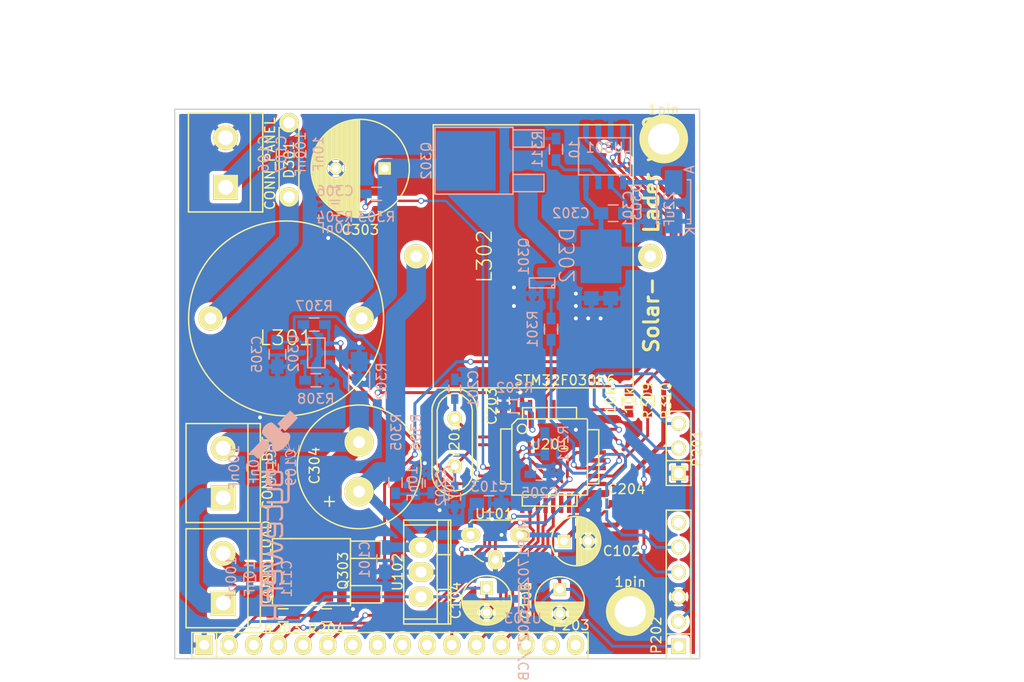
<source format=kicad_pcb>
(kicad_pcb (version 4) (host pcbnew 4.0.2-stable)

  (general
    (links 131)
    (no_connects 3)
    (area 17.196999 15.926999 71.195001 72.465001)
    (thickness 1.6)
    (drawings 9)
    (tracks 530)
    (zones 0)
    (modules 62)
    (nets 55)
  )

  (page A4)
  (layers
    (0 F.Cu signal)
    (31 B.Cu signal)
    (32 B.Adhes user)
    (33 F.Adhes user)
    (34 B.Paste user)
    (35 F.Paste user)
    (36 B.SilkS user)
    (37 F.SilkS user)
    (38 B.Mask user)
    (39 F.Mask user)
    (40 Dwgs.User user)
    (41 Cmts.User user)
    (42 Eco1.User user)
    (43 Eco2.User user)
    (44 Edge.Cuts user)
    (45 Margin user)
    (46 B.CrtYd user)
    (47 F.CrtYd user)
    (48 B.Fab user hide)
    (49 F.Fab user hide)
  )

  (setup
    (last_trace_width 0.3)
    (user_trace_width 0.5)
    (user_trace_width 1)
    (trace_clearance 0.2)
    (zone_clearance 0.4)
    (zone_45_only no)
    (trace_min 0.25)
    (segment_width 0.2)
    (edge_width 0.15)
    (via_size 0.6)
    (via_drill 0.4)
    (via_min_size 0.4)
    (via_min_drill 0.3)
    (uvia_size 0.3)
    (uvia_drill 0.1)
    (uvias_allowed no)
    (uvia_min_size 0.2)
    (uvia_min_drill 0.1)
    (pcb_text_width 0.3)
    (pcb_text_size 1.5 1.5)
    (mod_edge_width 0.15)
    (mod_text_size 1 1)
    (mod_text_width 0.15)
    (pad_size 5 5)
    (pad_drill 3.2)
    (pad_to_mask_clearance 0.2)
    (aux_axis_origin 0 0)
    (visible_elements FFFFFF7F)
    (pcbplotparams
      (layerselection 0x010f0_80000001)
      (usegerberextensions false)
      (excludeedgelayer true)
      (linewidth 0.100000)
      (plotframeref false)
      (viasonmask false)
      (mode 1)
      (useauxorigin false)
      (hpglpennumber 1)
      (hpglpenspeed 20)
      (hpglpendiameter 15)
      (hpglpenoverlay 2)
      (psnegative false)
      (psa4output false)
      (plotreference true)
      (plotvalue true)
      (plotinvisibletext false)
      (padsonsilk false)
      (subtractmaskfromsilk false)
      (outputformat 1)
      (mirror false)
      (drillshape 0)
      (scaleselection 1)
      (outputdirectory fab/))
  )

  (net 0 "")
  (net 1 +BATT)
  (net 2 GND)
  (net 3 +12V)
  (net 4 +5V)
  (net 5 +3V3)
  (net 6 "Net-(C201-Pad1)")
  (net 7 "Net-(C202-Pad1)")
  (net 8 "Net-(C302-Pad1)")
  (net 9 "Net-(C302-Pad2)")
  (net 10 "/Power Converter/VInDirect")
  (net 11 "/Power Converter/Bat-")
  (net 12 "Net-(D301-Pad1)")
  (net 13 "/Power Converter/Vpanel")
  (net 14 "/Power Converter/Load-")
  (net 15 /Mikrocontroller/UART_TX)
  (net 16 /Mikrocontroller/UART_RX)
  (net 17 /Mikrocontroller/SWCLK)
  (net 18 /Mikrocontroller/SWDIO)
  (net 19 /Mikrocontroller/RST_N)
  (net 20 "Net-(P202-Pad6)")
  (net 21 /Mikrocontroller/DISP_CONTRAST)
  (net 22 /Mikrocontroller/DISP_RS)
  (net 23 /Mikrocontroller/DISP_RW)
  (net 24 /Mikrocontroller/DISP_E)
  (net 25 "Net-(P203-Pad7)")
  (net 26 "Net-(P203-Pad8)")
  (net 27 "Net-(P203-Pad9)")
  (net 28 "Net-(P203-Pad10)")
  (net 29 /Mikrocontroller/DISP_D0)
  (net 30 /Mikrocontroller/DISP_D1)
  (net 31 /Mikrocontroller/DISP_D2)
  (net 32 /Mikrocontroller/DISP_D3)
  (net 33 "Net-(P203-Pad15)")
  (net 34 "Net-(P203-Pad16)")
  (net 35 "Net-(Q301-Pad1)")
  (net 36 "Net-(Q302-Pad1)")
  (net 37 "/Power Converter/LoadDrive")
  (net 38 "Net-(R202-Pad1)")
  (net 39 /Mikrocontroller/BootstrapPulse)
  (net 40 /Mikrocontroller/VInSense)
  (net 41 /Mikrocontroller/VOutSense)
  (net 42 /Mikrocontroller/CurrentSense)
  (net 43 "Net-(R307-Pad2)")
  (net 44 /Mikrocontroller/SW_on)
  (net 45 "Net-(U201-Pad28)")
  (net 46 "Net-(U201-Pad27)")
  (net 47 "Net-(U201-Pad26)")
  (net 48 /Mikrocontroller/LOAD_on)
  (net 49 "Net-(U201-Pad9)")
  (net 50 "Net-(U201-Pad14)")
  (net 51 "Net-(U201-Pad15)")
  (net 52 "Net-(R309-Pad1)")
  (net 53 "Net-(R310-Pad1)")
  (net 54 "Net-(R311-Pad2)")

  (net_class Default "This is the default net class."
    (clearance 0.2)
    (trace_width 0.3)
    (via_dia 0.6)
    (via_drill 0.4)
    (uvia_dia 0.3)
    (uvia_drill 0.1)
    (add_net +12V)
    (add_net +3V3)
    (add_net +5V)
    (add_net /Mikrocontroller/BootstrapPulse)
    (add_net /Mikrocontroller/CurrentSense)
    (add_net /Mikrocontroller/DISP_CONTRAST)
    (add_net /Mikrocontroller/DISP_D0)
    (add_net /Mikrocontroller/DISP_D1)
    (add_net /Mikrocontroller/DISP_D2)
    (add_net /Mikrocontroller/DISP_D3)
    (add_net /Mikrocontroller/DISP_E)
    (add_net /Mikrocontroller/DISP_RS)
    (add_net /Mikrocontroller/DISP_RW)
    (add_net /Mikrocontroller/LOAD_on)
    (add_net /Mikrocontroller/RST_N)
    (add_net /Mikrocontroller/SWCLK)
    (add_net /Mikrocontroller/SWDIO)
    (add_net /Mikrocontroller/SW_on)
    (add_net /Mikrocontroller/UART_RX)
    (add_net /Mikrocontroller/UART_TX)
    (add_net /Mikrocontroller/VInSense)
    (add_net /Mikrocontroller/VOutSense)
    (add_net "/Power Converter/LoadDrive")
    (add_net GND)
    (add_net "Net-(C201-Pad1)")
    (add_net "Net-(C202-Pad1)")
    (add_net "Net-(C302-Pad1)")
    (add_net "Net-(P202-Pad6)")
    (add_net "Net-(P203-Pad10)")
    (add_net "Net-(P203-Pad15)")
    (add_net "Net-(P203-Pad16)")
    (add_net "Net-(P203-Pad7)")
    (add_net "Net-(P203-Pad8)")
    (add_net "Net-(P203-Pad9)")
    (add_net "Net-(Q301-Pad1)")
    (add_net "Net-(Q302-Pad1)")
    (add_net "Net-(R202-Pad1)")
    (add_net "Net-(R307-Pad2)")
    (add_net "Net-(R309-Pad1)")
    (add_net "Net-(R310-Pad1)")
    (add_net "Net-(R311-Pad2)")
    (add_net "Net-(U201-Pad14)")
    (add_net "Net-(U201-Pad15)")
    (add_net "Net-(U201-Pad26)")
    (add_net "Net-(U201-Pad27)")
    (add_net "Net-(U201-Pad28)")
    (add_net "Net-(U201-Pad9)")
  )

  (net_class Power ""
    (clearance 0.3)
    (trace_width 2)
    (via_dia 1)
    (via_drill 0.6)
    (uvia_dia 0.3)
    (uvia_drill 0.1)
    (add_net +BATT)
    (add_net "/Power Converter/Bat-")
    (add_net "/Power Converter/Load-")
    (add_net "/Power Converter/VInDirect")
    (add_net "/Power Converter/Vpanel")
    (add_net "Net-(C302-Pad2)")
    (add_net "Net-(D301-Pad1)")
  )

  (module Resistors_SMD:R_0603_HandSoldering (layer F.Cu) (tedit 5418A00F) (tstamp 57CF3804)
    (at 63.881 45.931 270)
    (descr "Resistor SMD 0603, hand soldering")
    (tags "resistor 0603")
    (path /575B1260/57CDFED1)
    (attr smd)
    (fp_text reference R309 (at 0 -1.9 270) (layer F.SilkS)
      (effects (font (size 1 1) (thickness 0.15)))
    )
    (fp_text value 10k (at 0 1.9 270) (layer F.SilkS)
      (effects (font (size 1 1) (thickness 0.15)))
    )
    (fp_line (start -2 -0.8) (end 2 -0.8) (layer F.CrtYd) (width 0.05))
    (fp_line (start -2 0.8) (end 2 0.8) (layer F.CrtYd) (width 0.05))
    (fp_line (start -2 -0.8) (end -2 0.8) (layer F.CrtYd) (width 0.05))
    (fp_line (start 2 -0.8) (end 2 0.8) (layer F.CrtYd) (width 0.05))
    (fp_line (start 0.5 0.675) (end -0.5 0.675) (layer F.SilkS) (width 0.15))
    (fp_line (start -0.5 -0.675) (end 0.5 -0.675) (layer F.SilkS) (width 0.15))
    (pad 1 smd rect (at -1.1 0 270) (size 1.2 0.9) (layers F.Cu F.Paste F.Mask)
      (net 52 "Net-(R309-Pad1)"))
    (pad 2 smd rect (at 1.1 0 270) (size 1.2 0.9) (layers F.Cu F.Paste F.Mask)
      (net 48 /Mikrocontroller/LOAD_on))
    (model Resistors_SMD/R_0603_HandSoldering.wrl
      (at (xyz 0 0 0))
      (scale (xyz 1 1 1))
      (rotate (xyz 0 0 0))
    )
  )

  (module Connect:1pin (layer F.Cu) (tedit 57D076A2) (tstamp 57D077DB)
    (at 64.008 67.564)
    (descr "module 1 pin (ou trou mecanique de percage)")
    (tags DEV)
    (fp_text reference 1pin (at 0 -3.048) (layer F.SilkS)
      (effects (font (size 1 1) (thickness 0.15)))
    )
    (fp_text value VAL** (at 0 2.794) (layer F.SilkS) hide
      (effects (font (size 1 1) (thickness 0.15)))
    )
    (fp_circle (center 0 0) (end 0 -2.286) (layer F.SilkS) (width 0.15))
    (pad 1 thru_hole circle (at 0 0) (size 5 5) (drill 3.2) (layers *.Cu *.Mask F.SilkS)
      (net 2 GND) (zone_connect 2))
  )

  (module Capacitors_SMD:C_0805_HandSoldering (layer B.Cu) (tedit 57743424) (tstamp 576C3E1E)
    (at 38.862 62.23 270)
    (descr "Capacitor SMD 0805, hand soldering")
    (tags "capacitor 0805")
    (path /575C889D)
    (attr smd)
    (fp_text reference C101 (at 0 2.1 270) (layer B.SilkS)
      (effects (font (size 1 1) (thickness 0.15)) (justify mirror))
    )
    (fp_text value 10u (at 0 -2.1 270) (layer B.SilkS) hide
      (effects (font (size 1 1) (thickness 0.15)) (justify mirror))
    )
    (fp_line (start -2.3 1) (end 2.3 1) (layer B.CrtYd) (width 0.05))
    (fp_line (start -2.3 -1) (end 2.3 -1) (layer B.CrtYd) (width 0.05))
    (fp_line (start -2.3 1) (end -2.3 -1) (layer B.CrtYd) (width 0.05))
    (fp_line (start 2.3 1) (end 2.3 -1) (layer B.CrtYd) (width 0.05))
    (fp_line (start 0.5 0.85) (end -0.5 0.85) (layer B.SilkS) (width 0.15))
    (fp_line (start -0.5 -0.85) (end 0.5 -0.85) (layer B.SilkS) (width 0.15))
    (pad 1 smd rect (at -1.25 0 270) (size 1.5 1.25) (layers B.Cu B.Paste B.Mask)
      (net 1 +BATT))
    (pad 2 smd rect (at 1.25 0 270) (size 1.5 1.25) (layers B.Cu B.Paste B.Mask)
      (net 2 GND))
    (model Capacitors_SMD/C_0805_HandSoldering.wrl
      (at (xyz 0 0 0))
      (scale (xyz 1 1 1))
      (rotate (xyz 0 0 0))
    )
  )

  (module Capacitors_SMD:C_0805_HandSoldering (layer B.Cu) (tedit 5774341A) (tstamp 576C3E2A)
    (at 49.51 56.515)
    (descr "Capacitor SMD 0805, hand soldering")
    (tags "capacitor 0805")
    (path /5761FA3A)
    (attr smd)
    (fp_text reference C103 (at 0.02 -1.778) (layer B.SilkS)
      (effects (font (size 1 1) (thickness 0.15)) (justify mirror))
    )
    (fp_text value 10u (at 0 -2.1) (layer B.SilkS) hide
      (effects (font (size 1 1) (thickness 0.15)) (justify mirror))
    )
    (fp_line (start -2.3 1) (end 2.3 1) (layer B.CrtYd) (width 0.05))
    (fp_line (start -2.3 -1) (end 2.3 -1) (layer B.CrtYd) (width 0.05))
    (fp_line (start -2.3 1) (end -2.3 -1) (layer B.CrtYd) (width 0.05))
    (fp_line (start 2.3 1) (end 2.3 -1) (layer B.CrtYd) (width 0.05))
    (fp_line (start 0.5 0.85) (end -0.5 0.85) (layer B.SilkS) (width 0.15))
    (fp_line (start -0.5 -0.85) (end 0.5 -0.85) (layer B.SilkS) (width 0.15))
    (pad 1 smd rect (at -1.25 0) (size 1.5 1.25) (layers B.Cu B.Paste B.Mask)
      (net 1 +BATT))
    (pad 2 smd rect (at 1.25 0) (size 1.5 1.25) (layers B.Cu B.Paste B.Mask)
      (net 2 GND))
    (model Capacitors_SMD/C_0805_HandSoldering.wrl
      (at (xyz 0 0 0))
      (scale (xyz 1 1 1))
      (rotate (xyz 0 0 0))
    )
  )

  (module Capacitors_SMD:C_0603_HandSoldering (layer B.Cu) (tedit 577433F6) (tstamp 576C3E3C)
    (at 46 44.68 90)
    (descr "Capacitor SMD 0603, hand soldering")
    (tags "capacitor 0603")
    (path /5761A543/5761C5EC)
    (attr smd)
    (fp_text reference C201 (at 0 1.9 90) (layer B.SilkS)
      (effects (font (size 1 1) (thickness 0.15)) (justify mirror))
    )
    (fp_text value 22pF (at 0 -1.9 90) (layer B.SilkS) hide
      (effects (font (size 1 1) (thickness 0.15)) (justify mirror))
    )
    (fp_line (start -1.85 0.75) (end 1.85 0.75) (layer B.CrtYd) (width 0.05))
    (fp_line (start -1.85 -0.75) (end 1.85 -0.75) (layer B.CrtYd) (width 0.05))
    (fp_line (start -1.85 0.75) (end -1.85 -0.75) (layer B.CrtYd) (width 0.05))
    (fp_line (start 1.85 0.75) (end 1.85 -0.75) (layer B.CrtYd) (width 0.05))
    (fp_line (start -0.35 0.6) (end 0.35 0.6) (layer B.SilkS) (width 0.15))
    (fp_line (start 0.35 -0.6) (end -0.35 -0.6) (layer B.SilkS) (width 0.15))
    (pad 1 smd rect (at -0.95 0 90) (size 1.2 0.75) (layers B.Cu B.Paste B.Mask)
      (net 6 "Net-(C201-Pad1)"))
    (pad 2 smd rect (at 0.95 0 90) (size 1.2 0.75) (layers B.Cu B.Paste B.Mask)
      (net 2 GND))
    (model Capacitors_SMD/C_0603_HandSoldering.wrl
      (at (xyz 0 0 0))
      (scale (xyz 1 1 1))
      (rotate (xyz 0 0 0))
    )
  )

  (module Capacitors_SMD:C_0603_HandSoldering (layer B.Cu) (tedit 5774341F) (tstamp 576C3E42)
    (at 46 55.78 270)
    (descr "Capacitor SMD 0603, hand soldering")
    (tags "capacitor 0603")
    (path /5761A543/5761C689)
    (attr smd)
    (fp_text reference C202 (at -0.916 1.423 270) (layer B.SilkS)
      (effects (font (size 1 1) (thickness 0.15)) (justify mirror))
    )
    (fp_text value 22pF (at 0 -1.9 270) (layer B.SilkS) hide
      (effects (font (size 1 1) (thickness 0.15)) (justify mirror))
    )
    (fp_line (start -1.85 0.75) (end 1.85 0.75) (layer B.CrtYd) (width 0.05))
    (fp_line (start -1.85 -0.75) (end 1.85 -0.75) (layer B.CrtYd) (width 0.05))
    (fp_line (start -1.85 0.75) (end -1.85 -0.75) (layer B.CrtYd) (width 0.05))
    (fp_line (start 1.85 0.75) (end 1.85 -0.75) (layer B.CrtYd) (width 0.05))
    (fp_line (start -0.35 0.6) (end 0.35 0.6) (layer B.SilkS) (width 0.15))
    (fp_line (start 0.35 -0.6) (end -0.35 -0.6) (layer B.SilkS) (width 0.15))
    (pad 1 smd rect (at -0.95 0 270) (size 1.2 0.75) (layers B.Cu B.Paste B.Mask)
      (net 7 "Net-(C202-Pad1)"))
    (pad 2 smd rect (at 0.95 0 270) (size 1.2 0.75) (layers B.Cu B.Paste B.Mask)
      (net 2 GND))
    (model Capacitors_SMD/C_0603_HandSoldering.wrl
      (at (xyz 0 0 0))
      (scale (xyz 1 1 1))
      (rotate (xyz 0 0 0))
    )
  )

  (module Capacitors_SMD:C_0603_HandSoldering (layer F.Cu) (tedit 577432F4) (tstamp 576C3E48)
    (at 51 45.93 90)
    (descr "Capacitor SMD 0603, hand soldering")
    (tags "capacitor 0603")
    (path /5761A543/5761AD6C)
    (attr smd)
    (fp_text reference C203 (at -0.552 -1.216 90) (layer F.SilkS)
      (effects (font (size 1 1) (thickness 0.15)))
    )
    (fp_text value 100nF (at 3.385 -0.2 90) (layer F.SilkS) hide
      (effects (font (size 1 1) (thickness 0.15)))
    )
    (fp_line (start -1.85 -0.75) (end 1.85 -0.75) (layer F.CrtYd) (width 0.05))
    (fp_line (start -1.85 0.75) (end 1.85 0.75) (layer F.CrtYd) (width 0.05))
    (fp_line (start -1.85 -0.75) (end -1.85 0.75) (layer F.CrtYd) (width 0.05))
    (fp_line (start 1.85 -0.75) (end 1.85 0.75) (layer F.CrtYd) (width 0.05))
    (fp_line (start -0.35 -0.6) (end 0.35 -0.6) (layer F.SilkS) (width 0.15))
    (fp_line (start 0.35 0.6) (end -0.35 0.6) (layer F.SilkS) (width 0.15))
    (pad 1 smd rect (at -0.95 0 90) (size 1.2 0.75) (layers F.Cu F.Paste F.Mask)
      (net 5 +3V3))
    (pad 2 smd rect (at 0.95 0 90) (size 1.2 0.75) (layers F.Cu F.Paste F.Mask)
      (net 2 GND))
    (model Capacitors_SMD/C_0603_HandSoldering.wrl
      (at (xyz 0 0 0))
      (scale (xyz 1 1 1))
      (rotate (xyz 0 0 0))
    )
  )

  (module Capacitors_SMD:C_0603_HandSoldering (layer F.Cu) (tedit 57743344) (tstamp 576C3E4E)
    (at 61.45 56.48 180)
    (descr "Capacitor SMD 0603, hand soldering")
    (tags "capacitor 0603")
    (path /5761A543/5761ADD1)
    (attr smd)
    (fp_text reference C204 (at -2.177 1.489 180) (layer F.SilkS)
      (effects (font (size 1 1) (thickness 0.15)))
    )
    (fp_text value 100nF (at 0 1.9 180) (layer F.SilkS) hide
      (effects (font (size 1 1) (thickness 0.15)))
    )
    (fp_line (start -1.85 -0.75) (end 1.85 -0.75) (layer F.CrtYd) (width 0.05))
    (fp_line (start -1.85 0.75) (end 1.85 0.75) (layer F.CrtYd) (width 0.05))
    (fp_line (start -1.85 -0.75) (end -1.85 0.75) (layer F.CrtYd) (width 0.05))
    (fp_line (start 1.85 -0.75) (end 1.85 0.75) (layer F.CrtYd) (width 0.05))
    (fp_line (start -0.35 -0.6) (end 0.35 -0.6) (layer F.SilkS) (width 0.15))
    (fp_line (start 0.35 0.6) (end -0.35 0.6) (layer F.SilkS) (width 0.15))
    (pad 1 smd rect (at -0.95 0 180) (size 1.2 0.75) (layers F.Cu F.Paste F.Mask)
      (net 5 +3V3))
    (pad 2 smd rect (at 0.95 0 180) (size 1.2 0.75) (layers F.Cu F.Paste F.Mask)
      (net 2 GND))
    (model Capacitors_SMD/C_0603_HandSoldering.wrl
      (at (xyz 0 0 0))
      (scale (xyz 1 1 1))
      (rotate (xyz 0 0 0))
    )
  )

  (module Capacitors_SMD:C_0603_HandSoldering (layer B.Cu) (tedit 57743416) (tstamp 576C3E54)
    (at 54.7 53.48)
    (descr "Capacitor SMD 0603, hand soldering")
    (tags "capacitor 0603")
    (path /5761A543/5761ADF4)
    (attr smd)
    (fp_text reference C205 (at 0 1.9) (layer B.SilkS)
      (effects (font (size 1 1) (thickness 0.15)) (justify mirror))
    )
    (fp_text value 100nF (at 0 -1.9) (layer B.SilkS) hide
      (effects (font (size 1 1) (thickness 0.15)) (justify mirror))
    )
    (fp_line (start -1.85 0.75) (end 1.85 0.75) (layer B.CrtYd) (width 0.05))
    (fp_line (start -1.85 -0.75) (end 1.85 -0.75) (layer B.CrtYd) (width 0.05))
    (fp_line (start -1.85 0.75) (end -1.85 -0.75) (layer B.CrtYd) (width 0.05))
    (fp_line (start 1.85 0.75) (end 1.85 -0.75) (layer B.CrtYd) (width 0.05))
    (fp_line (start -0.35 0.6) (end 0.35 0.6) (layer B.SilkS) (width 0.15))
    (fp_line (start 0.35 -0.6) (end -0.35 -0.6) (layer B.SilkS) (width 0.15))
    (pad 1 smd rect (at -0.95 0) (size 1.2 0.75) (layers B.Cu B.Paste B.Mask)
      (net 5 +3V3))
    (pad 2 smd rect (at 0.95 0) (size 1.2 0.75) (layers B.Cu B.Paste B.Mask)
      (net 2 GND))
    (model Capacitors_SMD/C_0603_HandSoldering.wrl
      (at (xyz 0 0 0))
      (scale (xyz 1 1 1))
      (rotate (xyz 0 0 0))
    )
  )

  (module Capacitors_SMD:C_0805_HandSoldering (layer B.Cu) (tedit 577433CB) (tstamp 576C3E60)
    (at 62.25 26.67 180)
    (descr "Capacitor SMD 0805, hand soldering")
    (tags "capacitor 0805")
    (path /575B1260/575B40E6)
    (attr smd)
    (fp_text reference C302 (at 4.338 0 180) (layer B.SilkS)
      (effects (font (size 1 1) (thickness 0.15)) (justify mirror))
    )
    (fp_text value 22uF (at 0 -2.1 180) (layer B.SilkS) hide
      (effects (font (size 1 1) (thickness 0.15)) (justify mirror))
    )
    (fp_line (start -2.3 1) (end 2.3 1) (layer B.CrtYd) (width 0.05))
    (fp_line (start -2.3 -1) (end 2.3 -1) (layer B.CrtYd) (width 0.05))
    (fp_line (start -2.3 1) (end -2.3 -1) (layer B.CrtYd) (width 0.05))
    (fp_line (start 2.3 1) (end 2.3 -1) (layer B.CrtYd) (width 0.05))
    (fp_line (start 0.5 0.85) (end -0.5 0.85) (layer B.SilkS) (width 0.15))
    (fp_line (start -0.5 -0.85) (end 0.5 -0.85) (layer B.SilkS) (width 0.15))
    (pad 1 smd rect (at -1.25 0 180) (size 1.5 1.25) (layers B.Cu B.Paste B.Mask)
      (net 8 "Net-(C302-Pad1)"))
    (pad 2 smd rect (at 1.25 0 180) (size 1.5 1.25) (layers B.Cu B.Paste B.Mask)
      (net 9 "Net-(C302-Pad2)"))
    (model Capacitors_SMD/C_0805_HandSoldering.wrl
      (at (xyz 0 0 0))
      (scale (xyz 1 1 1))
      (rotate (xyz 0 0 0))
    )
  )

  (module Capacitors_Elko_ThroughHole:Elko_vert_25x12.5mm_RM5 (layer F.Cu) (tedit 577432FE) (tstamp 576C3E6C)
    (at 36.195 55.245 90)
    (descr "Electrolytic Capacitor, vertical, diameter 12,5mm, RM 5mm")
    (tags "Electrolytic Capacitor, vertical, diameter 12,5mm, RM 5mm, Elko, Electrolytkondensator, Kondensator gepolt, Durchmesser 12,5mm")
    (path /575B1260/575B159B)
    (fp_text reference C304 (at 2.667 -4.572 90) (layer F.SilkS)
      (effects (font (size 1 1) (thickness 0.15)))
    )
    (fp_text value 470uF (at 2.54 7.62 90) (layer F.SilkS) hide
      (effects (font (size 1 1) (thickness 0.15)))
    )
    (fp_line (start -1.016 -3.556) (end -1.016 -2.54) (layer F.SilkS) (width 0.15))
    (fp_line (start -1.524 -3.048) (end -0.508 -3.048) (layer F.SilkS) (width 0.15))
    (fp_line (start -1.016 -3.556) (end -1.016 -2.54) (layer F.Cu) (width 0.15))
    (fp_line (start -1.524 -3.048) (end -0.508 -3.048) (layer F.Cu) (width 0.15))
    (fp_circle (center 2.54 0) (end 8.89 0) (layer F.SilkS) (width 0.15))
    (pad 2 thru_hole circle (at 5.08 0 90) (size 2.99974 2.99974) (drill 1.19888) (layers *.Cu *.Mask F.SilkS)
      (net 11 "/Power Converter/Bat-"))
    (pad 1 thru_hole circle (at 0 0 90) (size 2.99974 2.99974) (drill 1.19888) (layers *.Cu *.Mask F.SilkS)
      (net 1 +BATT))
    (model Capacitors_Elko_ThroughHole/Elko_vert_25x12.5mm_RM5.wrl
      (at (xyz 0 0 0))
      (scale (xyz 1 1 1))
      (rotate (xyz 0 0 0))
    )
  )

  (module TO-SMD:TO-277 (layer B.Cu) (tedit 576C373F) (tstamp 576C3E79)
    (at 61 32.494594 90)
    (path /575B1260/576C4566)
    (fp_text reference D302 (at 1.506594 -3.469 90) (layer B.SilkS)
      (effects (font (size 1.5 1.5) (thickness 0.15)) (justify mirror))
    )
    (fp_text value SCH-TO-277 (at 0 3.81 90) (layer B.Fab)
      (effects (font (size 1.5 1.5) (thickness 0.15)) (justify mirror))
    )
    (pad 3 smd rect (at 1.4 0 90) (size 5.5 4.2) (layers B.Cu B.Paste B.Mask)
      (net 9 "Net-(C302-Pad2)"))
    (pad 1 smd rect (at -2.9 -0.985 90) (size 1.45 1.5) (layers B.Cu B.Paste B.Mask)
      (net 2 GND))
    (pad 2 smd rect (at -2.9 0.985 90) (size 1.45 1.5) (layers B.Cu B.Paste B.Mask)
      (net 2 GND))
  )

  (module PowerInductors:LPV2023-101KL (layer F.Cu) (tedit 576C3AC7) (tstamp 576C3E7F)
    (at 28.705 37.465)
    (path /575B1260/575B1760)
    (fp_text reference L301 (at 0 2) (layer F.SilkS)
      (effects (font (size 1.5 1.5) (thickness 0.15)))
    )
    (fp_text value 100uH (at 0 -3) (layer F.Fab)
      (effects (font (size 1.5 1.5) (thickness 0.15)))
    )
    (fp_circle (center 0 0) (end 10 0) (layer F.SilkS) (width 0.15))
    (pad 1 thru_hole circle (at 7.75 0) (size 2.5 2.5) (drill 1.2) (layers *.Cu *.Mask F.SilkS)
      (net 10 "/Power Converter/VInDirect"))
    (pad 2 thru_hole circle (at -7.75 0) (size 2.5 2.5) (drill 1.2) (layers *.Cu *.Mask F.SilkS)
      (net 12 "Net-(D301-Pad1)"))
  )

  (module PowerInductors:CustomCore_27x20.5mm (layer F.Cu) (tedit 576C3CF2) (tstamp 576C3E85)
    (at 54.048306 31.094594 90)
    (path /575B1260/575B1308)
    (fp_text reference L302 (at 0 -5 90) (layer F.SilkS)
      (effects (font (size 1.5 1.5) (thickness 0.15)))
    )
    (fp_text value 1mH (at 0 5 90) (layer F.Fab)
      (effects (font (size 1.5 1.5) (thickness 0.15)))
    )
    (fp_line (start -13.5 -10.25) (end -13.5 10.25) (layer F.SilkS) (width 0.15))
    (fp_line (start 13.5 -10.25) (end -13.5 -10.25) (layer F.SilkS) (width 0.15))
    (fp_line (start 13.5 10.25) (end 13.5 -10.25) (layer F.SilkS) (width 0.15))
    (fp_line (start -13.5 10.25) (end 13.5 10.25) (layer F.SilkS) (width 0.15))
    (pad 1 thru_hole circle (at 0 -12 90) (size 2.5 2.5) (drill 1.2) (layers *.Cu *.Mask F.SilkS)
      (net 1 +BATT))
    (pad 2 thru_hole circle (at 0 12 90) (size 2.5 2.5) (drill 1.2) (layers *.Cu *.Mask F.SilkS)
      (net 9 "Net-(C302-Pad2)"))
  )

  (module Connect:bornier2 (layer F.Cu) (tedit 57743221) (tstamp 576C3E8B)
    (at 22.5 21.46 90)
    (descr "Bornier d'alimentation 2 pins")
    (tags DEV)
    (path /5761A72F)
    (fp_text reference P101 (at 0 -5.08 90) (layer F.SilkS) hide
      (effects (font (size 1 1) (thickness 0.15)))
    )
    (fp_text value CONN_PANEL (at -0.13 4.551 90) (layer F.SilkS)
      (effects (font (size 1 1) (thickness 0.15)))
    )
    (fp_line (start 5.08 2.54) (end -5.08 2.54) (layer F.SilkS) (width 0.15))
    (fp_line (start 5.08 3.81) (end 5.08 -3.81) (layer F.SilkS) (width 0.15))
    (fp_line (start 5.08 -3.81) (end -5.08 -3.81) (layer F.SilkS) (width 0.15))
    (fp_line (start -5.08 -3.81) (end -5.08 3.81) (layer F.SilkS) (width 0.15))
    (fp_line (start -5.08 3.81) (end 5.08 3.81) (layer F.SilkS) (width 0.15))
    (pad 1 thru_hole rect (at -2.54 0 90) (size 2.54 2.54) (drill 1.524) (layers *.Cu *.Mask F.SilkS)
      (net 13 "/Power Converter/Vpanel"))
    (pad 2 thru_hole circle (at 2.54 0 90) (size 2.54 2.54) (drill 1.524) (layers *.Cu *.Mask F.SilkS)
      (net 2 GND))
    (model Connect/bornier2.wrl
      (at (xyz 0 0 0))
      (scale (xyz 1 1 1))
      (rotate (xyz 0 0 0))
    )
  )

  (module Connect:bornier2 (layer F.Cu) (tedit 57743230) (tstamp 576C3E91)
    (at 22.25 53.34 90)
    (descr "Bornier d'alimentation 2 pins")
    (tags DEV)
    (path /575C825E)
    (fp_text reference P102 (at 0 -5.08 90) (layer F.SilkS) hide
      (effects (font (size 1 1) (thickness 0.15)))
    )
    (fp_text value CONN_BAT (at 0 4.547 90) (layer F.SilkS)
      (effects (font (size 1 1) (thickness 0.15)))
    )
    (fp_line (start 5.08 2.54) (end -5.08 2.54) (layer F.SilkS) (width 0.15))
    (fp_line (start 5.08 3.81) (end 5.08 -3.81) (layer F.SilkS) (width 0.15))
    (fp_line (start 5.08 -3.81) (end -5.08 -3.81) (layer F.SilkS) (width 0.15))
    (fp_line (start -5.08 -3.81) (end -5.08 3.81) (layer F.SilkS) (width 0.15))
    (fp_line (start -5.08 3.81) (end 5.08 3.81) (layer F.SilkS) (width 0.15))
    (pad 1 thru_hole rect (at -2.54 0 90) (size 2.54 2.54) (drill 1.524) (layers *.Cu *.Mask F.SilkS)
      (net 1 +BATT))
    (pad 2 thru_hole circle (at 2.54 0 90) (size 2.54 2.54) (drill 1.524) (layers *.Cu *.Mask F.SilkS)
      (net 11 "/Power Converter/Bat-"))
    (model Connect/bornier2.wrl
      (at (xyz 0 0 0))
      (scale (xyz 1 1 1))
      (rotate (xyz 0 0 0))
    )
  )

  (module Connect:bornier2 (layer F.Cu) (tedit 57743234) (tstamp 576C3E97)
    (at 22.25 64.135 90)
    (descr "Bornier d'alimentation 2 pins")
    (tags DEV)
    (path /5769D6B5)
    (fp_text reference P103 (at 0 -5.08 90) (layer F.SilkS) hide
      (effects (font (size 1 1) (thickness 0.15)))
    )
    (fp_text value CONN_LOAD (at 1.651 4.42 90) (layer F.SilkS)
      (effects (font (size 1 1) (thickness 0.15)))
    )
    (fp_line (start 5.08 2.54) (end -5.08 2.54) (layer F.SilkS) (width 0.15))
    (fp_line (start 5.08 3.81) (end 5.08 -3.81) (layer F.SilkS) (width 0.15))
    (fp_line (start 5.08 -3.81) (end -5.08 -3.81) (layer F.SilkS) (width 0.15))
    (fp_line (start -5.08 -3.81) (end -5.08 3.81) (layer F.SilkS) (width 0.15))
    (fp_line (start -5.08 3.81) (end 5.08 3.81) (layer F.SilkS) (width 0.15))
    (pad 1 thru_hole rect (at -2.54 0 90) (size 2.54 2.54) (drill 1.524) (layers *.Cu *.Mask F.SilkS)
      (net 1 +BATT))
    (pad 2 thru_hole circle (at 2.54 0 90) (size 2.54 2.54) (drill 1.524) (layers *.Cu *.Mask F.SilkS)
      (net 14 "/Power Converter/Load-"))
    (model Connect/bornier2.wrl
      (at (xyz 0 0 0))
      (scale (xyz 1 1 1))
      (rotate (xyz 0 0 0))
    )
  )

  (module Pin_Arrays:pin_array_1x03 (layer F.Cu) (tedit 0) (tstamp 576C3E9E)
    (at 68.961 50.8 90)
    (descr "Connecteur 3 pins")
    (tags "CONN DEV")
    (path /5761A543/5761CA19)
    (fp_text reference P201 (at 0 1.905 90) (layer F.SilkS)
      (effects (font (size 1 1) (thickness 0.15)))
    )
    (fp_text value CONN_UART (at 0 -2.159 90) (layer F.SilkS) hide
      (effects (font (size 1 1) (thickness 0.15)))
    )
    (fp_line (start -3.81 1.27) (end -3.81 -1.27) (layer F.SilkS) (width 0.15))
    (fp_line (start -3.81 -1.27) (end 3.81 -1.27) (layer F.SilkS) (width 0.15))
    (fp_line (start 3.81 -1.27) (end 3.81 1.27) (layer F.SilkS) (width 0.15))
    (fp_line (start 3.81 1.27) (end -3.81 1.27) (layer F.SilkS) (width 0.15))
    (fp_line (start -1.27 -1.27) (end -1.27 1.27) (layer F.SilkS) (width 0.15))
    (pad 1 thru_hole rect (at -2.54 0 90) (size 1.524 1.524) (drill 1.016) (layers *.Cu *.Mask F.SilkS)
      (net 2 GND))
    (pad 2 thru_hole circle (at 0 0 90) (size 1.524 1.524) (drill 1.016) (layers *.Cu *.Mask F.SilkS)
      (net 16 /Mikrocontroller/UART_RX))
    (pad 3 thru_hole circle (at 2.54 0 90) (size 1.524 1.524) (drill 1.016) (layers *.Cu *.Mask F.SilkS)
      (net 15 /Mikrocontroller/UART_TX))
    (model Pin_Arrays/pin_array_1x03.wrl
      (at (xyz 0 0 0))
      (scale (xyz 1 1 1))
      (rotate (xyz 0 0 0))
    )
  )

  (module Pin_Arrays:pin_array_1x06 (layer F.Cu) (tedit 0) (tstamp 576C3EA8)
    (at 68.961 64.77 90)
    (descr "Connecteur 6 pins")
    (tags "CONN DEV")
    (path /5761A543/5761B5EA)
    (fp_text reference P202 (at -5.207 -2.286 90) (layer F.SilkS)
      (effects (font (size 1 1) (thickness 0.15)))
    )
    (fp_text value CONN_SWD (at 0 2.159 90) (layer F.SilkS) hide
      (effects (font (size 1 1) (thickness 0.15)))
    )
    (fp_line (start -7.62 1.27) (end -7.62 -1.27) (layer F.SilkS) (width 0.15))
    (fp_line (start -7.62 -1.27) (end 7.62 -1.27) (layer F.SilkS) (width 0.15))
    (fp_line (start 7.62 -1.27) (end 7.62 1.27) (layer F.SilkS) (width 0.15))
    (fp_line (start 7.62 1.27) (end -7.62 1.27) (layer F.SilkS) (width 0.15))
    (fp_line (start -5.08 1.27) (end -5.08 -1.27) (layer F.SilkS) (width 0.15))
    (pad 1 thru_hole rect (at -6.35 0 90) (size 1.524 1.524) (drill 1.016) (layers *.Cu *.Mask F.SilkS)
      (net 5 +3V3))
    (pad 2 thru_hole circle (at -3.81 0 90) (size 1.524 1.524) (drill 1.016) (layers *.Cu *.Mask F.SilkS)
      (net 17 /Mikrocontroller/SWCLK))
    (pad 3 thru_hole circle (at -1.27 0 90) (size 1.524 1.524) (drill 1.016) (layers *.Cu *.Mask F.SilkS)
      (net 2 GND))
    (pad 4 thru_hole circle (at 1.27 0 90) (size 1.524 1.524) (drill 1.016) (layers *.Cu *.Mask F.SilkS)
      (net 18 /Mikrocontroller/SWDIO))
    (pad 5 thru_hole circle (at 3.81 0 90) (size 1.524 1.524) (drill 1.016) (layers *.Cu *.Mask F.SilkS)
      (net 19 /Mikrocontroller/RST_N))
    (pad 6 thru_hole circle (at 6.35 0 90) (size 1.524 1.524) (drill 1.016) (layers *.Cu *.Mask F.SilkS)
      (net 20 "Net-(P202-Pad6)"))
    (model Pin_Arrays/pin_array_1x06.wrl
      (at (xyz 0 0 0))
      (scale (xyz 1 1 1))
      (rotate (xyz 0 0 0))
    )
  )

  (module Pin_Headers:Pin_Header_Straight_1x16 (layer F.Cu) (tedit 0) (tstamp 576C3EBC)
    (at 39.35 70.98)
    (descr "Through hole pin header")
    (tags "pin header")
    (path /5761A543/5769C283)
    (fp_text reference P203 (at 18.562 -2.019) (layer F.SilkS)
      (effects (font (size 1 1) (thickness 0.15)))
    )
    (fp_text value CONN_DISP (at 0 0) (layer F.SilkS) hide
      (effects (font (size 1 1) (thickness 0.15)))
    )
    (fp_line (start -17.78 1.27) (end 20.32 1.27) (layer F.SilkS) (width 0.15))
    (fp_line (start 20.32 1.27) (end 20.32 -1.27) (layer F.SilkS) (width 0.15))
    (fp_line (start 20.32 -1.27) (end -17.78 -1.27) (layer F.SilkS) (width 0.15))
    (fp_line (start -20.32 -1.27) (end -17.78 -1.27) (layer F.SilkS) (width 0.15))
    (fp_line (start -17.78 -1.27) (end -17.78 1.27) (layer F.SilkS) (width 0.15))
    (fp_line (start -20.32 -1.27) (end -20.32 1.27) (layer F.SilkS) (width 0.15))
    (fp_line (start -20.32 1.27) (end -17.78 1.27) (layer F.SilkS) (width 0.15))
    (pad 1 thru_hole rect (at -19.05 0) (size 1.7272 2.032) (drill 1.016) (layers *.Cu *.Mask F.SilkS)
      (net 2 GND))
    (pad 2 thru_hole oval (at -16.51 0) (size 1.7272 2.032) (drill 1.016) (layers *.Cu *.Mask F.SilkS)
      (net 4 +5V))
    (pad 3 thru_hole oval (at -13.97 0) (size 1.7272 2.032) (drill 1.016) (layers *.Cu *.Mask F.SilkS)
      (net 21 /Mikrocontroller/DISP_CONTRAST))
    (pad 4 thru_hole oval (at -11.43 0) (size 1.7272 2.032) (drill 1.016) (layers *.Cu *.Mask F.SilkS)
      (net 22 /Mikrocontroller/DISP_RS))
    (pad 5 thru_hole oval (at -8.89 0) (size 1.7272 2.032) (drill 1.016) (layers *.Cu *.Mask F.SilkS)
      (net 23 /Mikrocontroller/DISP_RW))
    (pad 6 thru_hole oval (at -6.35 0) (size 1.7272 2.032) (drill 1.016) (layers *.Cu *.Mask F.SilkS)
      (net 24 /Mikrocontroller/DISP_E))
    (pad 7 thru_hole oval (at -3.81 0) (size 1.7272 2.032) (drill 1.016) (layers *.Cu *.Mask F.SilkS)
      (net 25 "Net-(P203-Pad7)"))
    (pad 8 thru_hole oval (at -1.27 0) (size 1.7272 2.032) (drill 1.016) (layers *.Cu *.Mask F.SilkS)
      (net 26 "Net-(P203-Pad8)"))
    (pad 9 thru_hole oval (at 1.27 0) (size 1.7272 2.032) (drill 1.016) (layers *.Cu *.Mask F.SilkS)
      (net 27 "Net-(P203-Pad9)"))
    (pad 10 thru_hole oval (at 3.81 0) (size 1.7272 2.032) (drill 1.016) (layers *.Cu *.Mask F.SilkS)
      (net 28 "Net-(P203-Pad10)"))
    (pad 11 thru_hole oval (at 6.35 0) (size 1.7272 2.032) (drill 1.016) (layers *.Cu *.Mask F.SilkS)
      (net 29 /Mikrocontroller/DISP_D0))
    (pad 12 thru_hole oval (at 8.89 0) (size 1.7272 2.032) (drill 1.016) (layers *.Cu *.Mask F.SilkS)
      (net 30 /Mikrocontroller/DISP_D1))
    (pad 13 thru_hole oval (at 11.43 0) (size 1.7272 2.032) (drill 1.016) (layers *.Cu *.Mask F.SilkS)
      (net 31 /Mikrocontroller/DISP_D2))
    (pad 14 thru_hole oval (at 13.97 0) (size 1.7272 2.032) (drill 1.016) (layers *.Cu *.Mask F.SilkS)
      (net 32 /Mikrocontroller/DISP_D3))
    (pad 15 thru_hole oval (at 16.51 0) (size 1.7272 2.032) (drill 1.016) (layers *.Cu *.Mask F.SilkS)
      (net 33 "Net-(P203-Pad15)"))
    (pad 16 thru_hole oval (at 19.05 0) (size 1.7272 2.032) (drill 1.016) (layers *.Cu *.Mask F.SilkS)
      (net 34 "Net-(P203-Pad16)"))
    (model Pin_Headers/Pin_Header_Straight_1x16.wrl
      (at (xyz 0 0 0))
      (scale (xyz 1 1 1))
      (rotate (xyz 0 0 0))
    )
  )

  (module SMD_Packages:SOT-23 (layer B.Cu) (tedit 577433FF) (tstamp 576C3EC3)
    (at 54.9275 33.82518 180)
    (tags SOT23)
    (path /575B1260/576AFC6F)
    (fp_text reference Q301 (at 1.8415 2.71018 450) (layer B.SilkS)
      (effects (font (size 1 1) (thickness 0.15)) (justify mirror))
    )
    (fp_text value Q_NPN_BEC (at 0.0635 0 180) (layer B.SilkS) hide
      (effects (font (size 1 1) (thickness 0.15)) (justify mirror))
    )
    (fp_circle (center -1.17602 -0.35052) (end -1.30048 -0.44958) (layer B.SilkS) (width 0.15))
    (fp_line (start 1.27 0.508) (end 1.27 -0.508) (layer B.SilkS) (width 0.15))
    (fp_line (start -1.3335 0.508) (end -1.3335 -0.508) (layer B.SilkS) (width 0.15))
    (fp_line (start 1.27 -0.508) (end -1.3335 -0.508) (layer B.SilkS) (width 0.15))
    (fp_line (start -1.3335 0.508) (end 1.27 0.508) (layer B.SilkS) (width 0.15))
    (pad 3 smd rect (at 0 1.09982 180) (size 0.8001 1.00076) (layers B.Cu B.Paste B.Mask)
      (net 9 "Net-(C302-Pad2)"))
    (pad 2 smd rect (at 0.9525 -1.09982 180) (size 0.8001 1.00076) (layers B.Cu B.Paste B.Mask)
      (net 2 GND))
    (pad 1 smd rect (at -0.9525 -1.09982 180) (size 0.8001 1.00076) (layers B.Cu B.Paste B.Mask)
      (net 35 "Net-(Q301-Pad1)"))
    (model SMD_Packages/SOT-23.wrl
      (at (xyz 0 0 0))
      (scale (xyz 0.4 0.4 0.4))
      (rotate (xyz 0 0 180))
    )
  )

  (module SMD_Packages:DPAK-2 (layer B.Cu) (tedit 577433BD) (tstamp 576C3ECA)
    (at 53.5 21.286 270)
    (descr "MOS boitier DPACK G-D-S")
    (tags "CMD DPACK")
    (path /575B1260/575B16B6)
    (attr smd)
    (fp_text reference Q302 (at 0 10.414 270) (layer B.SilkS)
      (effects (font (size 1 1) (thickness 0.15)) (justify mirror))
    )
    (fp_text value Q_NMOS_GDS (at 0 2.413 270) (layer B.SilkS) hide
      (effects (font (size 1 1) (thickness 0.15)) (justify mirror))
    )
    (fp_line (start 1.397 1.524) (end 1.397 -1.651) (layer B.SilkS) (width 0.15))
    (fp_line (start 1.397 -1.651) (end 3.175 -1.651) (layer B.SilkS) (width 0.15))
    (fp_line (start 3.175 -1.651) (end 3.175 1.524) (layer B.SilkS) (width 0.15))
    (fp_line (start -3.175 1.524) (end -3.175 -1.651) (layer B.SilkS) (width 0.15))
    (fp_line (start -3.175 -1.651) (end -1.397 -1.651) (layer B.SilkS) (width 0.15))
    (fp_line (start -1.397 -1.651) (end -1.397 1.524) (layer B.SilkS) (width 0.15))
    (fp_line (start 3.429 7.62) (end 3.429 1.524) (layer B.SilkS) (width 0.15))
    (fp_line (start 3.429 1.524) (end -3.429 1.524) (layer B.SilkS) (width 0.15))
    (fp_line (start -3.429 1.524) (end -3.429 9.398) (layer B.SilkS) (width 0.15))
    (fp_line (start -3.429 9.525) (end 3.429 9.525) (layer B.SilkS) (width 0.15))
    (fp_line (start 3.429 9.398) (end 3.429 7.62) (layer B.SilkS) (width 0.15))
    (pad 1 smd rect (at -2.286 0 270) (size 1.651 3.048) (layers B.Cu B.Paste B.Mask)
      (net 36 "Net-(Q302-Pad1)"))
    (pad 2 smd rect (at 0 6.35 270) (size 6.096 6.096) (layers B.Cu B.Paste B.Mask)
      (net 10 "/Power Converter/VInDirect"))
    (pad 3 smd rect (at 2.286 0 270) (size 1.651 3.048) (layers B.Cu B.Paste B.Mask)
      (net 9 "Net-(C302-Pad2)"))
    (model SMD_Packages/DPAK-2.wrl
      (at (xyz 0 0 0))
      (scale (xyz 1 1 1))
      (rotate (xyz 0 0 0))
    )
  )

  (module SMD_Packages:DPAK-2 (layer F.Cu) (tedit 5774326C) (tstamp 576C3ED1)
    (at 36.83 63.5 90)
    (descr "MOS boitier DPACK G-D-S")
    (tags "CMD DPACK")
    (path /575B1260/5769CC83)
    (attr smd)
    (fp_text reference Q303 (at 0.127 -2.286 90) (layer F.SilkS)
      (effects (font (size 1 1) (thickness 0.15)))
    )
    (fp_text value Q_NMOS_GDS (at 0 -2.413 90) (layer F.SilkS) hide
      (effects (font (size 1 1) (thickness 0.15)))
    )
    (fp_line (start 1.397 -1.524) (end 1.397 1.651) (layer F.SilkS) (width 0.15))
    (fp_line (start 1.397 1.651) (end 3.175 1.651) (layer F.SilkS) (width 0.15))
    (fp_line (start 3.175 1.651) (end 3.175 -1.524) (layer F.SilkS) (width 0.15))
    (fp_line (start -3.175 -1.524) (end -3.175 1.651) (layer F.SilkS) (width 0.15))
    (fp_line (start -3.175 1.651) (end -1.397 1.651) (layer F.SilkS) (width 0.15))
    (fp_line (start -1.397 1.651) (end -1.397 -1.524) (layer F.SilkS) (width 0.15))
    (fp_line (start 3.429 -7.62) (end 3.429 -1.524) (layer F.SilkS) (width 0.15))
    (fp_line (start 3.429 -1.524) (end -3.429 -1.524) (layer F.SilkS) (width 0.15))
    (fp_line (start -3.429 -1.524) (end -3.429 -9.398) (layer F.SilkS) (width 0.15))
    (fp_line (start -3.429 -9.525) (end 3.429 -9.525) (layer F.SilkS) (width 0.15))
    (fp_line (start 3.429 -9.398) (end 3.429 -7.62) (layer F.SilkS) (width 0.15))
    (pad 1 smd rect (at -2.286 0 90) (size 1.651 3.048) (layers F.Cu F.Paste F.Mask)
      (net 37 "/Power Converter/LoadDrive"))
    (pad 2 smd rect (at 0 -6.35 90) (size 6.096 6.096) (layers F.Cu F.Paste F.Mask)
      (net 14 "/Power Converter/Load-"))
    (pad 3 smd rect (at 2.286 0 90) (size 1.651 3.048) (layers F.Cu F.Paste F.Mask)
      (net 11 "/Power Converter/Bat-"))
    (model SMD_Packages/DPAK-2.wrl
      (at (xyz 0 0 0))
      (scale (xyz 1 1 1))
      (rotate (xyz 0 0 0))
    )
  )

  (module Resistors_SMD:R_0603_HandSoldering (layer B.Cu) (tedit 5774340D) (tstamp 576C3ED7)
    (at 55.245 50.335 90)
    (descr "Resistor SMD 0603, hand soldering")
    (tags "resistor 0603")
    (path /5761A543/5761B9EF)
    (attr smd)
    (fp_text reference R201 (at 0 1.9 90) (layer B.SilkS)
      (effects (font (size 1 1) (thickness 0.15)) (justify mirror))
    )
    (fp_text value 10k (at 0 -1.9 90) (layer B.SilkS) hide
      (effects (font (size 1 1) (thickness 0.15)) (justify mirror))
    )
    (fp_line (start -2 0.8) (end 2 0.8) (layer B.CrtYd) (width 0.05))
    (fp_line (start -2 -0.8) (end 2 -0.8) (layer B.CrtYd) (width 0.05))
    (fp_line (start -2 0.8) (end -2 -0.8) (layer B.CrtYd) (width 0.05))
    (fp_line (start 2 0.8) (end 2 -0.8) (layer B.CrtYd) (width 0.05))
    (fp_line (start 0.5 -0.675) (end -0.5 -0.675) (layer B.SilkS) (width 0.15))
    (fp_line (start -0.5 0.675) (end 0.5 0.675) (layer B.SilkS) (width 0.15))
    (pad 1 smd rect (at -1.1 0 90) (size 1.2 0.9) (layers B.Cu B.Paste B.Mask)
      (net 5 +3V3))
    (pad 2 smd rect (at 1.1 0 90) (size 1.2 0.9) (layers B.Cu B.Paste B.Mask)
      (net 19 /Mikrocontroller/RST_N))
    (model Resistors_SMD/R_0603_HandSoldering.wrl
      (at (xyz 0 0 0))
      (scale (xyz 1 1 1))
      (rotate (xyz 0 0 0))
    )
  )

  (module Resistors_SMD:R_0603_HandSoldering (layer B.Cu) (tedit 57743409) (tstamp 576C3EDD)
    (at 52.15 46.48 180)
    (descr "Resistor SMD 0603, hand soldering")
    (tags "resistor 0603")
    (path /5761A543/5761C479)
    (attr smd)
    (fp_text reference R202 (at 0 1.9 180) (layer B.SilkS)
      (effects (font (size 1 1) (thickness 0.15)) (justify mirror))
    )
    (fp_text value 10k (at 0 -1.9 180) (layer B.SilkS) hide
      (effects (font (size 1 1) (thickness 0.15)) (justify mirror))
    )
    (fp_line (start -2 0.8) (end 2 0.8) (layer B.CrtYd) (width 0.05))
    (fp_line (start -2 -0.8) (end 2 -0.8) (layer B.CrtYd) (width 0.05))
    (fp_line (start -2 0.8) (end -2 -0.8) (layer B.CrtYd) (width 0.05))
    (fp_line (start 2 0.8) (end 2 -0.8) (layer B.CrtYd) (width 0.05))
    (fp_line (start 0.5 -0.675) (end -0.5 -0.675) (layer B.SilkS) (width 0.15))
    (fp_line (start -0.5 0.675) (end 0.5 0.675) (layer B.SilkS) (width 0.15))
    (pad 1 smd rect (at -1.1 0 180) (size 1.2 0.9) (layers B.Cu B.Paste B.Mask)
      (net 38 "Net-(R202-Pad1)"))
    (pad 2 smd rect (at 1.1 0 180) (size 1.2 0.9) (layers B.Cu B.Paste B.Mask)
      (net 2 GND))
    (model Resistors_SMD/R_0603_HandSoldering.wrl
      (at (xyz 0 0 0))
      (scale (xyz 1 1 1))
      (rotate (xyz 0 0 0))
    )
  )

  (module Resistors_SMD:R_0603_HandSoldering (layer F.Cu) (tedit 57743341) (tstamp 576C3EE3)
    (at 28.405 67.945 180)
    (descr "Resistor SMD 0603, hand soldering")
    (tags "resistor 0603")
    (path /5761A543/5769B472)
    (attr smd)
    (fp_text reference R203 (at 0.084 -1.397 180) (layer F.SilkS)
      (effects (font (size 1 1) (thickness 0.15)))
    )
    (fp_text value N.B. (at -0.17 1.524 180) (layer F.SilkS) hide
      (effects (font (size 1 1) (thickness 0.15)))
    )
    (fp_line (start -2 -0.8) (end 2 -0.8) (layer F.CrtYd) (width 0.05))
    (fp_line (start -2 0.8) (end 2 0.8) (layer F.CrtYd) (width 0.05))
    (fp_line (start -2 -0.8) (end -2 0.8) (layer F.CrtYd) (width 0.05))
    (fp_line (start 2 -0.8) (end 2 0.8) (layer F.CrtYd) (width 0.05))
    (fp_line (start 0.5 0.675) (end -0.5 0.675) (layer F.SilkS) (width 0.15))
    (fp_line (start -0.5 -0.675) (end 0.5 -0.675) (layer F.SilkS) (width 0.15))
    (pad 1 smd rect (at -1.1 0 180) (size 1.2 0.9) (layers F.Cu F.Paste F.Mask)
      (net 21 /Mikrocontroller/DISP_CONTRAST))
    (pad 2 smd rect (at 1.1 0 180) (size 1.2 0.9) (layers F.Cu F.Paste F.Mask)
      (net 4 +5V))
    (model Resistors_SMD/R_0603_HandSoldering.wrl
      (at (xyz 0 0 0))
      (scale (xyz 1 1 1))
      (rotate (xyz 0 0 0))
    )
  )

  (module Resistors_SMD:R_0603_HandSoldering (layer F.Cu) (tedit 57743335) (tstamp 576C3EE9)
    (at 32.85 67.945 180)
    (descr "Resistor SMD 0603, hand soldering")
    (tags "resistor 0603")
    (path /5761A543/5769B5EC)
    (attr smd)
    (fp_text reference R204 (at 0 -1.397 180) (layer F.SilkS)
      (effects (font (size 1 1) (thickness 0.15)))
    )
    (fp_text value 470 (at 0 1.9 180) (layer F.SilkS) hide
      (effects (font (size 1 1) (thickness 0.15)))
    )
    (fp_line (start -2 -0.8) (end 2 -0.8) (layer F.CrtYd) (width 0.05))
    (fp_line (start -2 0.8) (end 2 0.8) (layer F.CrtYd) (width 0.05))
    (fp_line (start -2 -0.8) (end -2 0.8) (layer F.CrtYd) (width 0.05))
    (fp_line (start 2 -0.8) (end 2 0.8) (layer F.CrtYd) (width 0.05))
    (fp_line (start 0.5 0.675) (end -0.5 0.675) (layer F.SilkS) (width 0.15))
    (fp_line (start -0.5 -0.675) (end 0.5 -0.675) (layer F.SilkS) (width 0.15))
    (pad 1 smd rect (at -1.1 0 180) (size 1.2 0.9) (layers F.Cu F.Paste F.Mask)
      (net 2 GND))
    (pad 2 smd rect (at 1.1 0 180) (size 1.2 0.9) (layers F.Cu F.Paste F.Mask)
      (net 21 /Mikrocontroller/DISP_CONTRAST))
    (model Resistors_SMD/R_0603_HandSoldering.wrl
      (at (xyz 0 0 0))
      (scale (xyz 1 1 1))
      (rotate (xyz 0 0 0))
    )
  )

  (module Resistors_SMD:R_0603_HandSoldering (layer B.Cu) (tedit 57743403) (tstamp 576C3EEF)
    (at 55.88 38.565 270)
    (descr "Resistor SMD 0603, hand soldering")
    (tags "resistor 0603")
    (path /575B1260/575DD02D)
    (attr smd)
    (fp_text reference R301 (at 0 1.9 270) (layer B.SilkS)
      (effects (font (size 1 1) (thickness 0.15)) (justify mirror))
    )
    (fp_text value 1k (at 0 -1.9 270) (layer B.SilkS) hide
      (effects (font (size 1 1) (thickness 0.15)) (justify mirror))
    )
    (fp_line (start -2 0.8) (end 2 0.8) (layer B.CrtYd) (width 0.05))
    (fp_line (start -2 -0.8) (end 2 -0.8) (layer B.CrtYd) (width 0.05))
    (fp_line (start -2 0.8) (end -2 -0.8) (layer B.CrtYd) (width 0.05))
    (fp_line (start 2 0.8) (end 2 -0.8) (layer B.CrtYd) (width 0.05))
    (fp_line (start 0.5 -0.675) (end -0.5 -0.675) (layer B.SilkS) (width 0.15))
    (fp_line (start -0.5 0.675) (end 0.5 0.675) (layer B.SilkS) (width 0.15))
    (pad 1 smd rect (at -1.1 0 270) (size 1.2 0.9) (layers B.Cu B.Paste B.Mask)
      (net 35 "Net-(Q301-Pad1)"))
    (pad 2 smd rect (at 1.1 0 270) (size 1.2 0.9) (layers B.Cu B.Paste B.Mask)
      (net 39 /Mikrocontroller/BootstrapPulse))
    (model Resistors_SMD/R_0603_HandSoldering.wrl
      (at (xyz 0 0 0))
      (scale (xyz 1 1 1))
      (rotate (xyz 0 0 0))
    )
  )

  (module Resistors_SMD:R_1206_HandSoldering (layer B.Cu) (tedit 577433F3) (tstamp 576C3EF5)
    (at 36.195 43.91 90)
    (descr "Resistor SMD 1206, hand soldering")
    (tags "resistor 1206")
    (path /575B1260/575B14F1)
    (attr smd)
    (fp_text reference R302 (at 0 2.3 90) (layer B.SilkS)
      (effects (font (size 1 1) (thickness 0.15)) (justify mirror))
    )
    (fp_text value R010 (at 0 -2.3 90) (layer B.SilkS) hide
      (effects (font (size 1 1) (thickness 0.15)) (justify mirror))
    )
    (fp_line (start -3.3 1.2) (end 3.3 1.2) (layer B.CrtYd) (width 0.05))
    (fp_line (start -3.3 -1.2) (end 3.3 -1.2) (layer B.CrtYd) (width 0.05))
    (fp_line (start -3.3 1.2) (end -3.3 -1.2) (layer B.CrtYd) (width 0.05))
    (fp_line (start 3.3 1.2) (end 3.3 -1.2) (layer B.CrtYd) (width 0.05))
    (fp_line (start 1 -1.075) (end -1 -1.075) (layer B.SilkS) (width 0.15))
    (fp_line (start -1 1.075) (end 1 1.075) (layer B.SilkS) (width 0.15))
    (pad 1 smd rect (at -2 0 90) (size 2 1.7) (layers B.Cu B.Paste B.Mask)
      (net 11 "/Power Converter/Bat-"))
    (pad 2 smd rect (at 2 0 90) (size 2 1.7) (layers B.Cu B.Paste B.Mask)
      (net 2 GND))
    (model Resistors_SMD/R_1206_HandSoldering.wrl
      (at (xyz 0 0 0))
      (scale (xyz 1 1 1))
      (rotate (xyz 0 0 0))
    )
  )

  (module Resistors_SMD:R_0603_HandSoldering (layer B.Cu) (tedit 577433C0) (tstamp 576C3EFB)
    (at 37.979466 24.681678 180)
    (descr "Resistor SMD 0603, hand soldering")
    (tags "resistor 0603")
    (path /575B1260/575B25FD)
    (attr smd)
    (fp_text reference R303 (at 0 -2.369322 180) (layer B.SilkS)
      (effects (font (size 1 1) (thickness 0.15)) (justify mirror))
    )
    (fp_text value 100k (at 0 -1.9 180) (layer B.SilkS) hide
      (effects (font (size 1 1) (thickness 0.15)) (justify mirror))
    )
    (fp_line (start -2 0.8) (end 2 0.8) (layer B.CrtYd) (width 0.05))
    (fp_line (start -2 -0.8) (end 2 -0.8) (layer B.CrtYd) (width 0.05))
    (fp_line (start -2 0.8) (end -2 -0.8) (layer B.CrtYd) (width 0.05))
    (fp_line (start 2 0.8) (end 2 -0.8) (layer B.CrtYd) (width 0.05))
    (fp_line (start 0.5 -0.675) (end -0.5 -0.675) (layer B.SilkS) (width 0.15))
    (fp_line (start -0.5 0.675) (end 0.5 0.675) (layer B.SilkS) (width 0.15))
    (pad 1 smd rect (at -1.1 0 180) (size 1.2 0.9) (layers B.Cu B.Paste B.Mask)
      (net 10 "/Power Converter/VInDirect"))
    (pad 2 smd rect (at 1.1 0 180) (size 1.2 0.9) (layers B.Cu B.Paste B.Mask)
      (net 40 /Mikrocontroller/VInSense))
    (model Resistors_SMD/R_0603_HandSoldering.wrl
      (at (xyz 0 0 0))
      (scale (xyz 1 1 1))
      (rotate (xyz 0 0 0))
    )
  )

  (module Resistors_SMD:R_0603_HandSoldering (layer B.Cu) (tedit 577433C3) (tstamp 576C3F01)
    (at 33.704466 24.681678 180)
    (descr "Resistor SMD 0603, hand soldering")
    (tags "resistor 0603")
    (path /575B1260/575B26C0)
    (attr smd)
    (fp_text reference R304 (at 0 -2.369322 180) (layer B.SilkS)
      (effects (font (size 1 1) (thickness 0.15)) (justify mirror))
    )
    (fp_text value 10k (at 0 -1.9 180) (layer B.SilkS) hide
      (effects (font (size 1 1) (thickness 0.15)) (justify mirror))
    )
    (fp_line (start -2 0.8) (end 2 0.8) (layer B.CrtYd) (width 0.05))
    (fp_line (start -2 -0.8) (end 2 -0.8) (layer B.CrtYd) (width 0.05))
    (fp_line (start -2 0.8) (end -2 -0.8) (layer B.CrtYd) (width 0.05))
    (fp_line (start 2 0.8) (end 2 -0.8) (layer B.CrtYd) (width 0.05))
    (fp_line (start 0.5 -0.675) (end -0.5 -0.675) (layer B.SilkS) (width 0.15))
    (fp_line (start -0.5 0.675) (end 0.5 0.675) (layer B.SilkS) (width 0.15))
    (pad 1 smd rect (at -1.1 0 180) (size 1.2 0.9) (layers B.Cu B.Paste B.Mask)
      (net 40 /Mikrocontroller/VInSense))
    (pad 2 smd rect (at 1.1 0 180) (size 1.2 0.9) (layers B.Cu B.Paste B.Mask)
      (net 2 GND))
    (model Resistors_SMD/R_0603_HandSoldering.wrl
      (at (xyz 0 0 0))
      (scale (xyz 1 1 1))
      (rotate (xyz 0 0 0))
    )
  )

  (module Resistors_SMD:R_0603_HandSoldering (layer B.Cu) (tedit 57743428) (tstamp 576C3F07)
    (at 39.924664 54.315222 270)
    (descr "Resistor SMD 0603, hand soldering")
    (tags "resistor 0603")
    (path /575B1260/575B31F0)
    (attr smd)
    (fp_text reference R305 (at -5.166222 -0.080336 270) (layer B.SilkS)
      (effects (font (size 1 1) (thickness 0.15)) (justify mirror))
    )
    (fp_text value 100k (at 0 -1.9 270) (layer B.SilkS) hide
      (effects (font (size 1 1) (thickness 0.15)) (justify mirror))
    )
    (fp_line (start -2 0.8) (end 2 0.8) (layer B.CrtYd) (width 0.05))
    (fp_line (start -2 -0.8) (end 2 -0.8) (layer B.CrtYd) (width 0.05))
    (fp_line (start -2 0.8) (end -2 -0.8) (layer B.CrtYd) (width 0.05))
    (fp_line (start 2 0.8) (end 2 -0.8) (layer B.CrtYd) (width 0.05))
    (fp_line (start 0.5 -0.675) (end -0.5 -0.675) (layer B.SilkS) (width 0.15))
    (fp_line (start -0.5 0.675) (end 0.5 0.675) (layer B.SilkS) (width 0.15))
    (pad 1 smd rect (at -1.1 0 270) (size 1.2 0.9) (layers B.Cu B.Paste B.Mask)
      (net 1 +BATT))
    (pad 2 smd rect (at 1.1 0 270) (size 1.2 0.9) (layers B.Cu B.Paste B.Mask)
      (net 41 /Mikrocontroller/VOutSense))
    (model Resistors_SMD/R_0603_HandSoldering.wrl
      (at (xyz 0 0 0))
      (scale (xyz 1 1 1))
      (rotate (xyz 0 0 0))
    )
  )

  (module Resistors_SMD:R_0603_HandSoldering (layer B.Cu) (tedit 5774342B) (tstamp 576C3F0D)
    (at 42 54.38 90)
    (descr "Resistor SMD 0603, hand soldering")
    (tags "resistor 0603")
    (path /575B1260/575B318A)
    (attr smd)
    (fp_text reference R306 (at 5.231 0.037 90) (layer B.SilkS)
      (effects (font (size 1 1) (thickness 0.15)) (justify mirror))
    )
    (fp_text value 12k (at 0 -1.9 90) (layer B.SilkS) hide
      (effects (font (size 1 1) (thickness 0.15)) (justify mirror))
    )
    (fp_line (start -2 0.8) (end 2 0.8) (layer B.CrtYd) (width 0.05))
    (fp_line (start -2 -0.8) (end 2 -0.8) (layer B.CrtYd) (width 0.05))
    (fp_line (start -2 0.8) (end -2 -0.8) (layer B.CrtYd) (width 0.05))
    (fp_line (start 2 0.8) (end 2 -0.8) (layer B.CrtYd) (width 0.05))
    (fp_line (start 0.5 -0.675) (end -0.5 -0.675) (layer B.SilkS) (width 0.15))
    (fp_line (start -0.5 0.675) (end 0.5 0.675) (layer B.SilkS) (width 0.15))
    (pad 1 smd rect (at -1.1 0 90) (size 1.2 0.9) (layers B.Cu B.Paste B.Mask)
      (net 41 /Mikrocontroller/VOutSense))
    (pad 2 smd rect (at 1.1 0 90) (size 1.2 0.9) (layers B.Cu B.Paste B.Mask)
      (net 2 GND))
    (model Resistors_SMD/R_0603_HandSoldering.wrl
      (at (xyz 0 0 0))
      (scale (xyz 1 1 1))
      (rotate (xyz 0 0 0))
    )
  )

  (module Resistors_SMD:R_0603_HandSoldering (layer B.Cu) (tedit 577433EA) (tstamp 576C3F13)
    (at 31.58 38.1 180)
    (descr "Resistor SMD 0603, hand soldering")
    (tags "resistor 0603")
    (path /575B1260/575B5038)
    (attr smd)
    (fp_text reference R307 (at 0 1.9 180) (layer B.SilkS)
      (effects (font (size 1 1) (thickness 0.15)) (justify mirror))
    )
    (fp_text value 33k (at 0 -1.9 180) (layer B.SilkS) hide
      (effects (font (size 1 1) (thickness 0.15)) (justify mirror))
    )
    (fp_line (start -2 0.8) (end 2 0.8) (layer B.CrtYd) (width 0.05))
    (fp_line (start -2 -0.8) (end 2 -0.8) (layer B.CrtYd) (width 0.05))
    (fp_line (start -2 0.8) (end -2 -0.8) (layer B.CrtYd) (width 0.05))
    (fp_line (start 2 0.8) (end 2 -0.8) (layer B.CrtYd) (width 0.05))
    (fp_line (start 0.5 -0.675) (end -0.5 -0.675) (layer B.SilkS) (width 0.15))
    (fp_line (start -0.5 0.675) (end 0.5 0.675) (layer B.SilkS) (width 0.15))
    (pad 1 smd rect (at -1.1 0 180) (size 1.2 0.9) (layers B.Cu B.Paste B.Mask)
      (net 42 /Mikrocontroller/CurrentSense))
    (pad 2 smd rect (at 1.1 0 180) (size 1.2 0.9) (layers B.Cu B.Paste B.Mask)
      (net 43 "Net-(R307-Pad2)"))
    (model Resistors_SMD/R_0603_HandSoldering.wrl
      (at (xyz 0 0 0))
      (scale (xyz 1 1 1))
      (rotate (xyz 0 0 0))
    )
  )

  (module Resistors_SMD:R_0603_HandSoldering (layer B.Cu) (tedit 577433ED) (tstamp 576C3F19)
    (at 31.75 43.815)
    (descr "Resistor SMD 0603, hand soldering")
    (tags "resistor 0603")
    (path /575B1260/575B50AB)
    (attr smd)
    (fp_text reference R308 (at 0 1.9) (layer B.SilkS)
      (effects (font (size 1 1) (thickness 0.15)) (justify mirror))
    )
    (fp_text value 1k (at 0 -1.9) (layer B.SilkS) hide
      (effects (font (size 1 1) (thickness 0.15)) (justify mirror))
    )
    (fp_line (start -2 0.8) (end 2 0.8) (layer B.CrtYd) (width 0.05))
    (fp_line (start -2 -0.8) (end 2 -0.8) (layer B.CrtYd) (width 0.05))
    (fp_line (start -2 0.8) (end -2 -0.8) (layer B.CrtYd) (width 0.05))
    (fp_line (start 2 0.8) (end 2 -0.8) (layer B.CrtYd) (width 0.05))
    (fp_line (start 0.5 -0.675) (end -0.5 -0.675) (layer B.SilkS) (width 0.15))
    (fp_line (start -0.5 0.675) (end 0.5 0.675) (layer B.SilkS) (width 0.15))
    (pad 1 smd rect (at -1.1 0) (size 1.2 0.9) (layers B.Cu B.Paste B.Mask)
      (net 43 "Net-(R307-Pad2)"))
    (pad 2 smd rect (at 1.1 0) (size 1.2 0.9) (layers B.Cu B.Paste B.Mask)
      (net 2 GND))
    (model Resistors_SMD/R_0603_HandSoldering.wrl
      (at (xyz 0 0 0))
      (scale (xyz 1 1 1))
      (rotate (xyz 0 0 0))
    )
  )

  (module Housings_TO-92:TO-92-Free-molded-wide-oval (layer F.Cu) (tedit 57743374) (tstamp 576C3F20)
    (at 50.165 59.69 270)
    (descr "TO-92 allgemein free molded wide oval drill 0,8mm")
    (tags "TO-92 allgemein free molded wide oval drill 0,8mm")
    (path /575C88BC)
    (fp_text reference U101 (at -2.159 0.127 360) (layer F.SilkS)
      (effects (font (size 1 1) (thickness 0.15)))
    )
    (fp_text value LM78L12ACZ (at 2.032 4.191 270) (layer F.SilkS) hide
      (effects (font (size 1 1) (thickness 0.15)))
    )
    (fp_line (start -1.524 2.413) (end -1.27 2.667) (layer F.SilkS) (width 0.15))
    (fp_line (start 1.3589 2.7178) (end 1.2319 2.7813) (layer F.SilkS) (width 0.15))
    (fp_line (start 1.4986 -2.6035) (end 1.2446 -2.7432) (layer F.SilkS) (width 0.15))
    (fp_line (start 1.2446 -2.7432) (end 1.2446 -2.6924) (layer F.SilkS) (width 0.15))
    (fp_line (start 2.6289 1.5367) (end 2.7305 1.3081) (layer F.SilkS) (width 0.15))
    (fp_line (start 2.7305 1.3081) (end 2.7559 1.2319) (layer F.SilkS) (width 0.15))
    (fp_line (start 2.6543 -1.4605) (end 2.7432 -1.2446) (layer F.SilkS) (width 0.15))
    (fp_line (start 2.6035 1.524) (end 2.3495 1.905) (layer F.SilkS) (width 0.15))
    (fp_line (start 2.3495 1.905) (end 2.032 2.286) (layer F.SilkS) (width 0.15))
    (fp_line (start 2.032 2.286) (end 1.651 2.54) (layer F.SilkS) (width 0.15))
    (fp_line (start 1.651 2.54) (end 1.3335 2.7305) (layer F.SilkS) (width 0.15))
    (fp_line (start -1.524 -2.413) (end -1.2065 -2.6035) (layer F.SilkS) (width 0.15))
    (fp_line (start 1.524 -2.6035) (end 1.7145 -2.4765) (layer F.SilkS) (width 0.15))
    (fp_line (start 1.7145 -2.4765) (end 1.9685 -2.286) (layer F.SilkS) (width 0.15))
    (fp_line (start 1.9685 -2.286) (end 2.3495 -1.905) (layer F.SilkS) (width 0.15))
    (fp_line (start 2.3495 -1.905) (end 2.667 -1.4605) (layer F.SilkS) (width 0.15))
    (fp_line (start -1.524 0) (end -1.524 2.413) (layer F.SilkS) (width 0.15))
    (fp_line (start -1.524 0) (end -1.524 -2.413) (layer F.SilkS) (width 0.15))
    (pad 2 thru_hole oval (at 2.54 0 270) (size 1.99898 1.50114) (drill 0.8001) (layers *.Cu *.Mask F.SilkS)
      (net 2 GND))
    (pad 1 thru_hole oval (at 0 -2.54 270) (size 1.50114 1.99898) (drill 0.8001) (layers *.Cu *.Mask F.SilkS)
      (net 3 +12V))
    (pad 3 thru_hole oval (at 0 2.54 270) (size 1.50114 1.99898) (drill 0.8001) (layers *.Cu *.Mask F.SilkS)
      (net 1 +BATT))
  )

  (module Power_Integrations:TO-220 (layer F.Cu) (tedit 0) (tstamp 576C3F27)
    (at 42.545 63.5 270)
    (descr "Non Isolated JEDEC TO-220 Package")
    (tags "Power Integration YN Package")
    (path /5761F664)
    (fp_text reference U102 (at 0 2.413 270) (layer F.SilkS)
      (effects (font (size 1 1) (thickness 0.15)))
    )
    (fp_text value LM7805CT (at 0 -4.318 270) (layer F.SilkS) hide
      (effects (font (size 1 1) (thickness 0.15)))
    )
    (fp_line (start 4.826 -1.651) (end 4.826 1.778) (layer F.SilkS) (width 0.15))
    (fp_line (start -4.826 -1.651) (end -4.826 1.778) (layer F.SilkS) (width 0.15))
    (fp_line (start 5.334 -2.794) (end -5.334 -2.794) (layer F.SilkS) (width 0.15))
    (fp_line (start 1.778 -1.778) (end 1.778 -3.048) (layer F.SilkS) (width 0.15))
    (fp_line (start -1.778 -1.778) (end -1.778 -3.048) (layer F.SilkS) (width 0.15))
    (fp_line (start -5.334 -1.651) (end 5.334 -1.651) (layer F.SilkS) (width 0.15))
    (fp_line (start 5.334 1.778) (end -5.334 1.778) (layer F.SilkS) (width 0.15))
    (fp_line (start -5.334 -3.048) (end -5.334 1.778) (layer F.SilkS) (width 0.15))
    (fp_line (start 5.334 -3.048) (end 5.334 1.778) (layer F.SilkS) (width 0.15))
    (fp_line (start 5.334 -3.048) (end -5.334 -3.048) (layer F.SilkS) (width 0.15))
    (pad 2 thru_hole oval (at 0 0 270) (size 2.032 2.54) (drill 1.143) (layers *.Cu *.Mask F.SilkS)
      (net 2 GND))
    (pad 3 thru_hole oval (at 2.54 0 270) (size 2.032 2.54) (drill 1.143) (layers *.Cu *.Mask F.SilkS)
      (net 4 +5V))
    (pad 1 thru_hole oval (at -2.54 0 270) (size 2.032 2.54) (drill 1.143) (layers *.Cu *.Mask F.SilkS)
      (net 1 +BATT))
  )

  (module SMD_Packages:TQFP-32 (layer F.Cu) (tedit 0) (tstamp 576C3F53)
    (at 55.7502 51.6618)
    (path /5761A543/5761A64E)
    (fp_text reference U201 (at 0 -1.27) (layer F.SilkS)
      (effects (font (size 1 1) (thickness 0.15)))
    )
    (fp_text value STM32F030K6 (at 1.5268 -7.8468) (layer F.SilkS)
      (effects (font (size 1 1) (thickness 0.15)))
    )
    (fp_line (start 5.0292 2.7686) (end 3.8862 2.7686) (layer F.SilkS) (width 0.15))
    (fp_line (start 5.0292 -2.7686) (end 3.9116 -2.7686) (layer F.SilkS) (width 0.15))
    (fp_line (start 5.0292 2.7686) (end 5.0292 -2.7686) (layer F.SilkS) (width 0.15))
    (fp_line (start 2.794 3.9624) (end 2.794 5.0546) (layer F.SilkS) (width 0.15))
    (fp_line (start -2.8194 3.9878) (end -2.8194 5.0546) (layer F.SilkS) (width 0.15))
    (fp_line (start -2.8448 5.0546) (end 2.794 5.08) (layer F.SilkS) (width 0.15))
    (fp_line (start -2.794 -5.0292) (end 2.7178 -5.0546) (layer F.SilkS) (width 0.15))
    (fp_line (start -3.8862 -3.2766) (end -3.8862 3.9116) (layer F.SilkS) (width 0.15))
    (fp_line (start 2.7432 -5.0292) (end 2.7432 -3.9878) (layer F.SilkS) (width 0.15))
    (fp_line (start -3.2512 -3.8862) (end 3.81 -3.8862) (layer F.SilkS) (width 0.15))
    (fp_line (start 3.8608 3.937) (end 3.8608 -3.7846) (layer F.SilkS) (width 0.15))
    (fp_line (start -3.8862 3.937) (end 3.7338 3.937) (layer F.SilkS) (width 0.15))
    (fp_line (start -5.0292 -2.8448) (end -5.0292 2.794) (layer F.SilkS) (width 0.15))
    (fp_line (start -5.0292 2.794) (end -3.8862 2.794) (layer F.SilkS) (width 0.15))
    (fp_line (start -3.87604 -3.302) (end -3.29184 -3.8862) (layer F.SilkS) (width 0.15))
    (fp_line (start -5.02412 -2.8448) (end -3.87604 -2.8448) (layer F.SilkS) (width 0.15))
    (fp_line (start -2.794 -3.8862) (end -2.794 -5.03428) (layer F.SilkS) (width 0.15))
    (fp_circle (center -2.83972 -2.86004) (end -2.43332 -2.60604) (layer F.SilkS) (width 0.15))
    (pad 8 smd rect (at -4.81584 2.77622) (size 1.99898 0.44958) (layers F.Cu F.Paste F.Mask)
      (net 42 /Mikrocontroller/CurrentSense))
    (pad 7 smd rect (at -4.81584 1.97612) (size 1.99898 0.44958) (layers F.Cu F.Paste F.Mask)
      (net 41 /Mikrocontroller/VOutSense))
    (pad 6 smd rect (at -4.81584 1.17602) (size 1.99898 0.44958) (layers F.Cu F.Paste F.Mask)
      (net 40 /Mikrocontroller/VInSense))
    (pad 5 smd rect (at -4.81584 0.37592) (size 1.99898 0.44958) (layers F.Cu F.Paste F.Mask)
      (net 5 +3V3))
    (pad 4 smd rect (at -4.81584 -0.42418) (size 1.99898 0.44958) (layers F.Cu F.Paste F.Mask)
      (net 19 /Mikrocontroller/RST_N))
    (pad 3 smd rect (at -4.81584 -1.22428) (size 1.99898 0.44958) (layers F.Cu F.Paste F.Mask)
      (net 7 "Net-(C202-Pad1)"))
    (pad 2 smd rect (at -4.81584 -2.02438) (size 1.99898 0.44958) (layers F.Cu F.Paste F.Mask)
      (net 6 "Net-(C201-Pad1)"))
    (pad 1 smd rect (at -4.81584 -2.82448) (size 1.99898 0.44958) (layers F.Cu F.Paste F.Mask)
      (net 5 +3V3))
    (pad 24 smd rect (at 4.7498 -2.8194) (size 1.99898 0.44958) (layers F.Cu F.Paste F.Mask)
      (net 17 /Mikrocontroller/SWCLK))
    (pad 17 smd rect (at 4.7498 2.794) (size 1.99898 0.44958) (layers F.Cu F.Paste F.Mask)
      (net 5 +3V3))
    (pad 18 smd rect (at 4.7498 1.9812) (size 1.99898 0.44958) (layers F.Cu F.Paste F.Mask)
      (net 44 /Mikrocontroller/SW_on))
    (pad 19 smd rect (at 4.7498 1.1684) (size 1.99898 0.44958) (layers F.Cu F.Paste F.Mask)
      (net 39 /Mikrocontroller/BootstrapPulse))
    (pad 20 smd rect (at 4.7498 0.381) (size 1.99898 0.44958) (layers F.Cu F.Paste F.Mask)
      (net 24 /Mikrocontroller/DISP_E))
    (pad 21 smd rect (at 4.7498 -0.4318) (size 1.99898 0.44958) (layers F.Cu F.Paste F.Mask)
      (net 23 /Mikrocontroller/DISP_RW))
    (pad 22 smd rect (at 4.7498 -1.2192) (size 1.99898 0.44958) (layers F.Cu F.Paste F.Mask)
      (net 22 /Mikrocontroller/DISP_RS))
    (pad 23 smd rect (at 4.7498 -2.032) (size 1.99898 0.44958) (layers F.Cu F.Paste F.Mask)
      (net 18 /Mikrocontroller/SWDIO))
    (pad 32 smd rect (at -2.82448 -4.826) (size 0.44958 1.99898) (layers F.Cu F.Paste F.Mask)
      (net 2 GND))
    (pad 31 smd rect (at -2.02692 -4.826) (size 0.44958 1.99898) (layers F.Cu F.Paste F.Mask)
      (net 38 "Net-(R202-Pad1)"))
    (pad 30 smd rect (at -1.22428 -4.826) (size 0.44958 1.99898) (layers F.Cu F.Paste F.Mask)
      (net 16 /Mikrocontroller/UART_RX))
    (pad 29 smd rect (at -0.42672 -4.826) (size 0.44958 1.99898) (layers F.Cu F.Paste F.Mask)
      (net 15 /Mikrocontroller/UART_TX))
    (pad 28 smd rect (at 0.37592 -4.826) (size 0.44958 1.99898) (layers F.Cu F.Paste F.Mask)
      (net 45 "Net-(U201-Pad28)"))
    (pad 27 smd rect (at 1.17348 -4.826) (size 0.44958 1.99898) (layers F.Cu F.Paste F.Mask)
      (net 46 "Net-(U201-Pad27)"))
    (pad 26 smd rect (at 1.97612 -4.826) (size 0.44958 1.99898) (layers F.Cu F.Paste F.Mask)
      (net 47 "Net-(U201-Pad26)"))
    (pad 25 smd rect (at 2.77368 -4.826) (size 0.44958 1.99898) (layers F.Cu F.Paste F.Mask)
      (net 48 /Mikrocontroller/LOAD_on))
    (pad 9 smd rect (at -2.8194 4.7752) (size 0.44958 1.99898) (layers F.Cu F.Paste F.Mask)
      (net 49 "Net-(U201-Pad9)"))
    (pad 10 smd rect (at -2.032 4.7752) (size 0.44958 1.99898) (layers F.Cu F.Paste F.Mask)
      (net 29 /Mikrocontroller/DISP_D0))
    (pad 11 smd rect (at -1.2192 4.7752) (size 0.44958 1.99898) (layers F.Cu F.Paste F.Mask)
      (net 30 /Mikrocontroller/DISP_D1))
    (pad 12 smd rect (at -0.4318 4.7752) (size 0.44958 1.99898) (layers F.Cu F.Paste F.Mask)
      (net 31 /Mikrocontroller/DISP_D2))
    (pad 13 smd rect (at 0.3556 4.7752) (size 0.44958 1.99898) (layers F.Cu F.Paste F.Mask)
      (net 32 /Mikrocontroller/DISP_D3))
    (pad 14 smd rect (at 1.1684 4.7752) (size 0.44958 1.99898) (layers F.Cu F.Paste F.Mask)
      (net 50 "Net-(U201-Pad14)"))
    (pad 15 smd rect (at 1.9812 4.7752) (size 0.44958 1.99898) (layers F.Cu F.Paste F.Mask)
      (net 51 "Net-(U201-Pad15)"))
    (pad 16 smd rect (at 2.794 4.7752) (size 0.44958 1.99898) (layers F.Cu F.Paste F.Mask)
      (net 2 GND))
    (model SMD_Packages/TQFP-32.wrl
      (at (xyz 0 0 0))
      (scale (xyz 1 1 1))
      (rotate (xyz 0 0 0))
    )
  )

  (module SMD_Packages:SOIC-8-W (layer B.Cu) (tedit 577433D3) (tstamp 576C3F5F)
    (at 61.365 20.833 180)
    (descr "module SMD SOIC SOJ 8 pins etroit")
    (tags "CMS SOJ")
    (path /575B1260/575B3D7F)
    (attr smd)
    (fp_text reference U301 (at 0 0.889 180) (layer B.SilkS)
      (effects (font (size 1 1) (thickness 0.15)) (justify mirror))
    )
    (fp_text value MIC4604YM (at 0 -1.016 180) (layer B.SilkS) hide
      (effects (font (size 1 1) (thickness 0.15)) (justify mirror))
    )
    (fp_line (start -2.667 -1.778) (end -2.667 -1.905) (layer B.SilkS) (width 0.15))
    (fp_line (start -2.667 -1.905) (end 2.667 -1.905) (layer B.SilkS) (width 0.15))
    (fp_line (start 2.667 1.905) (end -2.667 1.905) (layer B.SilkS) (width 0.15))
    (fp_line (start -2.667 1.905) (end -2.667 -1.778) (layer B.SilkS) (width 0.15))
    (fp_line (start -2.667 0.508) (end -2.159 0.508) (layer B.SilkS) (width 0.15))
    (fp_line (start -2.159 0.508) (end -2.159 -0.508) (layer B.SilkS) (width 0.15))
    (fp_line (start -2.159 -0.508) (end -2.667 -0.508) (layer B.SilkS) (width 0.15))
    (fp_line (start 2.667 1.905) (end 2.667 -1.905) (layer B.SilkS) (width 0.15))
    (pad 8 smd rect (at -1.905 2.667 180) (size 0.59944 1.39954) (layers B.Cu B.Paste B.Mask)
      (net 37 "/Power Converter/LoadDrive"))
    (pad 1 smd rect (at -1.905 -2.667 180) (size 0.59944 1.39954) (layers B.Cu B.Paste B.Mask)
      (net 3 +12V))
    (pad 7 smd rect (at -0.635 2.667 180) (size 0.59944 1.39954) (layers B.Cu B.Paste B.Mask)
      (net 2 GND))
    (pad 6 smd rect (at 0.635 2.667 180) (size 0.59944 1.39954) (layers B.Cu B.Paste B.Mask)
      (net 52 "Net-(R309-Pad1)"))
    (pad 5 smd rect (at 1.905 2.667 180) (size 0.59944 1.39954) (layers B.Cu B.Paste B.Mask)
      (net 53 "Net-(R310-Pad1)"))
    (pad 2 smd rect (at -0.635 -2.667 180) (size 0.59944 1.39954) (layers B.Cu B.Paste B.Mask)
      (net 8 "Net-(C302-Pad1)"))
    (pad 3 smd rect (at 0.635 -2.667 180) (size 0.59944 1.39954) (layers B.Cu B.Paste B.Mask)
      (net 54 "Net-(R311-Pad2)"))
    (pad 4 smd rect (at 1.905 -2.667 180) (size 0.59944 1.39954) (layers B.Cu B.Paste B.Mask)
      (net 9 "Net-(C302-Pad2)"))
    (model SMD_Packages/SOIC-8-W.wrl
      (at (xyz 0 0 0))
      (scale (xyz 0.5 0.32 0.5))
      (rotate (xyz 0 0 0))
    )
  )

  (module SMD_Packages:SOT-23-5 (layer B.Cu) (tedit 577433E6) (tstamp 576C3F68)
    (at 31.805 41.0075 270)
    (path /575B1260/575B4C3B)
    (attr smd)
    (fp_text reference U302 (at 0.0135 2.341 270) (layer B.SilkS)
      (effects (font (size 1 1) (thickness 0.15)) (justify mirror))
    )
    (fp_text value MCP6001 (at -0.8755 -6.93 270) (layer B.SilkS) hide
      (effects (font (size 1 1) (thickness 0.15)) (justify mirror))
    )
    (fp_line (start 1.524 0.889) (end 1.524 -0.889) (layer B.SilkS) (width 0.15))
    (fp_line (start 1.524 -0.889) (end -1.524 -0.889) (layer B.SilkS) (width 0.15))
    (fp_line (start -1.524 -0.889) (end -1.524 0.889) (layer B.SilkS) (width 0.15))
    (fp_line (start -1.524 0.889) (end 1.524 0.889) (layer B.SilkS) (width 0.15))
    (pad 1 smd rect (at -0.9525 -1.27 270) (size 0.508 0.762) (layers B.Cu B.Paste B.Mask)
      (net 42 /Mikrocontroller/CurrentSense))
    (pad 3 smd rect (at 0.9525 -1.27 270) (size 0.508 0.762) (layers B.Cu B.Paste B.Mask)
      (net 11 "/Power Converter/Bat-"))
    (pad 5 smd rect (at -0.9525 1.27 270) (size 0.508 0.762) (layers B.Cu B.Paste B.Mask)
      (net 5 +3V3))
    (pad 2 smd rect (at 0 -1.27 270) (size 0.508 0.762) (layers B.Cu B.Paste B.Mask)
      (net 2 GND))
    (pad 4 smd rect (at 0.9525 1.27 270) (size 0.508 0.762) (layers B.Cu B.Paste B.Mask)
      (net 43 "Net-(R307-Pad2)"))
    (model SMD_Packages/SOT-23-5.wrl
      (at (xyz 0 0 0))
      (scale (xyz 0.1 0.1 0.1))
      (rotate (xyz 0 0 0))
    )
  )

  (module Crystals:Crystal_HC49-U_Vertical (layer F.Cu) (tedit 0) (tstamp 576C3F6E)
    (at 46 50.17094 270)
    (descr "Crystal, Quarz, HC49/U, vertical, stehend,")
    (tags "Crystal, Quarz, HC49/U, vertical, stehend,")
    (path /5761A543/5761C583)
    (fp_text reference Y201 (at -0.13294 0.026 270) (layer F.SilkS)
      (effects (font (size 1 1) (thickness 0.15)))
    )
    (fp_text value 8MHz (at 0 3.81 270) (layer F.SilkS) hide
      (effects (font (size 1 1) (thickness 0.15)))
    )
    (fp_line (start 4.699 -1.00076) (end 4.89966 -0.59944) (layer F.SilkS) (width 0.15))
    (fp_line (start 4.89966 -0.59944) (end 5.00126 0) (layer F.SilkS) (width 0.15))
    (fp_line (start 5.00126 0) (end 4.89966 0.50038) (layer F.SilkS) (width 0.15))
    (fp_line (start 4.89966 0.50038) (end 4.50088 1.19888) (layer F.SilkS) (width 0.15))
    (fp_line (start 4.50088 1.19888) (end 3.8989 1.6002) (layer F.SilkS) (width 0.15))
    (fp_line (start 3.8989 1.6002) (end 3.29946 1.80086) (layer F.SilkS) (width 0.15))
    (fp_line (start 3.29946 1.80086) (end -3.29946 1.80086) (layer F.SilkS) (width 0.15))
    (fp_line (start -3.29946 1.80086) (end -4.0005 1.6002) (layer F.SilkS) (width 0.15))
    (fp_line (start -4.0005 1.6002) (end -4.39928 1.30048) (layer F.SilkS) (width 0.15))
    (fp_line (start -4.39928 1.30048) (end -4.8006 0.8001) (layer F.SilkS) (width 0.15))
    (fp_line (start -4.8006 0.8001) (end -5.00126 0.20066) (layer F.SilkS) (width 0.15))
    (fp_line (start -5.00126 0.20066) (end -5.00126 -0.29972) (layer F.SilkS) (width 0.15))
    (fp_line (start -5.00126 -0.29972) (end -4.8006 -0.8001) (layer F.SilkS) (width 0.15))
    (fp_line (start -4.8006 -0.8001) (end -4.30022 -1.39954) (layer F.SilkS) (width 0.15))
    (fp_line (start -4.30022 -1.39954) (end -3.79984 -1.69926) (layer F.SilkS) (width 0.15))
    (fp_line (start -3.79984 -1.69926) (end -3.29946 -1.80086) (layer F.SilkS) (width 0.15))
    (fp_line (start -3.2004 -1.80086) (end 3.40106 -1.80086) (layer F.SilkS) (width 0.15))
    (fp_line (start 3.40106 -1.80086) (end 3.79984 -1.69926) (layer F.SilkS) (width 0.15))
    (fp_line (start 3.79984 -1.69926) (end 4.30022 -1.39954) (layer F.SilkS) (width 0.15))
    (fp_line (start 4.30022 -1.39954) (end 4.8006 -0.89916) (layer F.SilkS) (width 0.15))
    (fp_line (start -3.19024 -2.32918) (end -3.64998 -2.28092) (layer F.SilkS) (width 0.15))
    (fp_line (start -3.64998 -2.28092) (end -4.04876 -2.16916) (layer F.SilkS) (width 0.15))
    (fp_line (start -4.04876 -2.16916) (end -4.48056 -1.95072) (layer F.SilkS) (width 0.15))
    (fp_line (start -4.48056 -1.95072) (end -4.77012 -1.71958) (layer F.SilkS) (width 0.15))
    (fp_line (start -4.77012 -1.71958) (end -5.10032 -1.36906) (layer F.SilkS) (width 0.15))
    (fp_line (start -5.10032 -1.36906) (end -5.38988 -0.83058) (layer F.SilkS) (width 0.15))
    (fp_line (start -5.38988 -0.83058) (end -5.51942 -0.23114) (layer F.SilkS) (width 0.15))
    (fp_line (start -5.51942 -0.23114) (end -5.51942 0.2794) (layer F.SilkS) (width 0.15))
    (fp_line (start -5.51942 0.2794) (end -5.34924 0.98044) (layer F.SilkS) (width 0.15))
    (fp_line (start -5.34924 0.98044) (end -4.95046 1.56972) (layer F.SilkS) (width 0.15))
    (fp_line (start -4.95046 1.56972) (end -4.49072 1.94056) (layer F.SilkS) (width 0.15))
    (fp_line (start -4.49072 1.94056) (end -4.06908 2.14884) (layer F.SilkS) (width 0.15))
    (fp_line (start -4.06908 2.14884) (end -3.6195 2.30886) (layer F.SilkS) (width 0.15))
    (fp_line (start -3.6195 2.30886) (end -3.18008 2.33934) (layer F.SilkS) (width 0.15))
    (fp_line (start 4.16052 2.1209) (end 4.53898 1.89992) (layer F.SilkS) (width 0.15))
    (fp_line (start 4.53898 1.89992) (end 4.85902 1.62052) (layer F.SilkS) (width 0.15))
    (fp_line (start 4.85902 1.62052) (end 5.11048 1.29032) (layer F.SilkS) (width 0.15))
    (fp_line (start 5.11048 1.29032) (end 5.4102 0.73914) (layer F.SilkS) (width 0.15))
    (fp_line (start 5.4102 0.73914) (end 5.51942 0.26924) (layer F.SilkS) (width 0.15))
    (fp_line (start 5.51942 0.26924) (end 5.53974 -0.1905) (layer F.SilkS) (width 0.15))
    (fp_line (start 5.53974 -0.1905) (end 5.45084 -0.65024) (layer F.SilkS) (width 0.15))
    (fp_line (start 5.45084 -0.65024) (end 5.26034 -1.09982) (layer F.SilkS) (width 0.15))
    (fp_line (start 5.26034 -1.09982) (end 4.89966 -1.56972) (layer F.SilkS) (width 0.15))
    (fp_line (start 4.89966 -1.56972) (end 4.54914 -1.88976) (layer F.SilkS) (width 0.15))
    (fp_line (start 4.54914 -1.88976) (end 4.16052 -2.1209) (layer F.SilkS) (width 0.15))
    (fp_line (start 4.16052 -2.1209) (end 3.73126 -2.2606) (layer F.SilkS) (width 0.15))
    (fp_line (start 3.73126 -2.2606) (end 3.2893 -2.32918) (layer F.SilkS) (width 0.15))
    (fp_line (start -3.2004 2.32918) (end 3.2512 2.32918) (layer F.SilkS) (width 0.15))
    (fp_line (start 3.2512 2.32918) (end 3.6703 2.29108) (layer F.SilkS) (width 0.15))
    (fp_line (start 3.6703 2.29108) (end 4.16052 2.1209) (layer F.SilkS) (width 0.15))
    (fp_line (start -3.2004 -2.32918) (end 3.2512 -2.32918) (layer F.SilkS) (width 0.15))
    (pad 1 thru_hole circle (at -2.44094 0 270) (size 1.50114 1.50114) (drill 0.8001) (layers *.Cu *.Mask F.SilkS)
      (net 6 "Net-(C201-Pad1)"))
    (pad 2 thru_hole circle (at 2.44094 0 270) (size 1.50114 1.50114) (drill 0.8001) (layers *.Cu *.Mask F.SilkS)
      (net 7 "Net-(C202-Pad1)"))
  )

  (module Capacitors_ThroughHole:C_Radial_D5_L11_P2.5 (layer F.Cu) (tedit 0) (tstamp 576ED8D9)
    (at 57.19 60.325)
    (descr "Radial Electrolytic Capacitor Diameter 5mm x Length 11mm, Pitch 2.5mm")
    (tags "Electrolytic Capacitor")
    (path /575C88A3)
    (fp_text reference C102 (at 5.929 1.016) (layer F.SilkS)
      (effects (font (size 1 1) (thickness 0.15)))
    )
    (fp_text value 100u (at 1.25 3.8) (layer F.Fab)
      (effects (font (size 1 1) (thickness 0.15)))
    )
    (fp_line (start 1.325 -2.499) (end 1.325 2.499) (layer F.SilkS) (width 0.15))
    (fp_line (start 1.465 -2.491) (end 1.465 2.491) (layer F.SilkS) (width 0.15))
    (fp_line (start 1.605 -2.475) (end 1.605 -0.095) (layer F.SilkS) (width 0.15))
    (fp_line (start 1.605 0.095) (end 1.605 2.475) (layer F.SilkS) (width 0.15))
    (fp_line (start 1.745 -2.451) (end 1.745 -0.49) (layer F.SilkS) (width 0.15))
    (fp_line (start 1.745 0.49) (end 1.745 2.451) (layer F.SilkS) (width 0.15))
    (fp_line (start 1.885 -2.418) (end 1.885 -0.657) (layer F.SilkS) (width 0.15))
    (fp_line (start 1.885 0.657) (end 1.885 2.418) (layer F.SilkS) (width 0.15))
    (fp_line (start 2.025 -2.377) (end 2.025 -0.764) (layer F.SilkS) (width 0.15))
    (fp_line (start 2.025 0.764) (end 2.025 2.377) (layer F.SilkS) (width 0.15))
    (fp_line (start 2.165 -2.327) (end 2.165 -0.835) (layer F.SilkS) (width 0.15))
    (fp_line (start 2.165 0.835) (end 2.165 2.327) (layer F.SilkS) (width 0.15))
    (fp_line (start 2.305 -2.266) (end 2.305 -0.879) (layer F.SilkS) (width 0.15))
    (fp_line (start 2.305 0.879) (end 2.305 2.266) (layer F.SilkS) (width 0.15))
    (fp_line (start 2.445 -2.196) (end 2.445 -0.898) (layer F.SilkS) (width 0.15))
    (fp_line (start 2.445 0.898) (end 2.445 2.196) (layer F.SilkS) (width 0.15))
    (fp_line (start 2.585 -2.114) (end 2.585 -0.896) (layer F.SilkS) (width 0.15))
    (fp_line (start 2.585 0.896) (end 2.585 2.114) (layer F.SilkS) (width 0.15))
    (fp_line (start 2.725 -2.019) (end 2.725 -0.871) (layer F.SilkS) (width 0.15))
    (fp_line (start 2.725 0.871) (end 2.725 2.019) (layer F.SilkS) (width 0.15))
    (fp_line (start 2.865 -1.908) (end 2.865 -0.823) (layer F.SilkS) (width 0.15))
    (fp_line (start 2.865 0.823) (end 2.865 1.908) (layer F.SilkS) (width 0.15))
    (fp_line (start 3.005 -1.78) (end 3.005 -0.745) (layer F.SilkS) (width 0.15))
    (fp_line (start 3.005 0.745) (end 3.005 1.78) (layer F.SilkS) (width 0.15))
    (fp_line (start 3.145 -1.631) (end 3.145 -0.628) (layer F.SilkS) (width 0.15))
    (fp_line (start 3.145 0.628) (end 3.145 1.631) (layer F.SilkS) (width 0.15))
    (fp_line (start 3.285 -1.452) (end 3.285 -0.44) (layer F.SilkS) (width 0.15))
    (fp_line (start 3.285 0.44) (end 3.285 1.452) (layer F.SilkS) (width 0.15))
    (fp_line (start 3.425 -1.233) (end 3.425 1.233) (layer F.SilkS) (width 0.15))
    (fp_line (start 3.565 -0.944) (end 3.565 0.944) (layer F.SilkS) (width 0.15))
    (fp_line (start 3.705 -0.472) (end 3.705 0.472) (layer F.SilkS) (width 0.15))
    (fp_circle (center 2.5 0) (end 2.5 -0.9) (layer F.SilkS) (width 0.15))
    (fp_circle (center 1.25 0) (end 1.25 -2.5375) (layer F.SilkS) (width 0.15))
    (fp_circle (center 1.25 0) (end 1.25 -2.8) (layer F.CrtYd) (width 0.05))
    (pad 1 thru_hole rect (at 0 0) (size 1.3 1.3) (drill 0.8) (layers *.Cu *.Mask F.SilkS)
      (net 3 +12V))
    (pad 2 thru_hole circle (at 2.5 0) (size 1.3 1.3) (drill 0.8) (layers *.Cu *.Mask F.SilkS)
      (net 2 GND))
    (model Capacitors_ThroughHole.3dshapes/C_Radial_D5_L11_P2.5.wrl
      (at (xyz 0.049213 0 0))
      (scale (xyz 1 1 1))
      (rotate (xyz 0 0 90))
    )
  )

  (module Capacitors_ThroughHole:C_Radial_D5_L11_P2.5 (layer F.Cu) (tedit 0) (tstamp 576ED8DE)
    (at 49.276 65.151 270)
    (descr "Radial Electrolytic Capacitor Diameter 5mm x Length 11mm, Pitch 2.5mm")
    (tags "Electrolytic Capacitor")
    (path /5761FB5A)
    (fp_text reference C104 (at 1.27 3.175 270) (layer F.SilkS)
      (effects (font (size 1 1) (thickness 0.15)))
    )
    (fp_text value 100u (at 1.25 3.8 270) (layer F.Fab)
      (effects (font (size 1 1) (thickness 0.15)))
    )
    (fp_line (start 1.325 -2.499) (end 1.325 2.499) (layer F.SilkS) (width 0.15))
    (fp_line (start 1.465 -2.491) (end 1.465 2.491) (layer F.SilkS) (width 0.15))
    (fp_line (start 1.605 -2.475) (end 1.605 -0.095) (layer F.SilkS) (width 0.15))
    (fp_line (start 1.605 0.095) (end 1.605 2.475) (layer F.SilkS) (width 0.15))
    (fp_line (start 1.745 -2.451) (end 1.745 -0.49) (layer F.SilkS) (width 0.15))
    (fp_line (start 1.745 0.49) (end 1.745 2.451) (layer F.SilkS) (width 0.15))
    (fp_line (start 1.885 -2.418) (end 1.885 -0.657) (layer F.SilkS) (width 0.15))
    (fp_line (start 1.885 0.657) (end 1.885 2.418) (layer F.SilkS) (width 0.15))
    (fp_line (start 2.025 -2.377) (end 2.025 -0.764) (layer F.SilkS) (width 0.15))
    (fp_line (start 2.025 0.764) (end 2.025 2.377) (layer F.SilkS) (width 0.15))
    (fp_line (start 2.165 -2.327) (end 2.165 -0.835) (layer F.SilkS) (width 0.15))
    (fp_line (start 2.165 0.835) (end 2.165 2.327) (layer F.SilkS) (width 0.15))
    (fp_line (start 2.305 -2.266) (end 2.305 -0.879) (layer F.SilkS) (width 0.15))
    (fp_line (start 2.305 0.879) (end 2.305 2.266) (layer F.SilkS) (width 0.15))
    (fp_line (start 2.445 -2.196) (end 2.445 -0.898) (layer F.SilkS) (width 0.15))
    (fp_line (start 2.445 0.898) (end 2.445 2.196) (layer F.SilkS) (width 0.15))
    (fp_line (start 2.585 -2.114) (end 2.585 -0.896) (layer F.SilkS) (width 0.15))
    (fp_line (start 2.585 0.896) (end 2.585 2.114) (layer F.SilkS) (width 0.15))
    (fp_line (start 2.725 -2.019) (end 2.725 -0.871) (layer F.SilkS) (width 0.15))
    (fp_line (start 2.725 0.871) (end 2.725 2.019) (layer F.SilkS) (width 0.15))
    (fp_line (start 2.865 -1.908) (end 2.865 -0.823) (layer F.SilkS) (width 0.15))
    (fp_line (start 2.865 0.823) (end 2.865 1.908) (layer F.SilkS) (width 0.15))
    (fp_line (start 3.005 -1.78) (end 3.005 -0.745) (layer F.SilkS) (width 0.15))
    (fp_line (start 3.005 0.745) (end 3.005 1.78) (layer F.SilkS) (width 0.15))
    (fp_line (start 3.145 -1.631) (end 3.145 -0.628) (layer F.SilkS) (width 0.15))
    (fp_line (start 3.145 0.628) (end 3.145 1.631) (layer F.SilkS) (width 0.15))
    (fp_line (start 3.285 -1.452) (end 3.285 -0.44) (layer F.SilkS) (width 0.15))
    (fp_line (start 3.285 0.44) (end 3.285 1.452) (layer F.SilkS) (width 0.15))
    (fp_line (start 3.425 -1.233) (end 3.425 1.233) (layer F.SilkS) (width 0.15))
    (fp_line (start 3.565 -0.944) (end 3.565 0.944) (layer F.SilkS) (width 0.15))
    (fp_line (start 3.705 -0.472) (end 3.705 0.472) (layer F.SilkS) (width 0.15))
    (fp_circle (center 2.5 0) (end 2.5 -0.9) (layer F.SilkS) (width 0.15))
    (fp_circle (center 1.25 0) (end 1.25 -2.5375) (layer F.SilkS) (width 0.15))
    (fp_circle (center 1.25 0) (end 1.25 -2.8) (layer F.CrtYd) (width 0.05))
    (pad 1 thru_hole rect (at 0 0 270) (size 1.3 1.3) (drill 0.8) (layers *.Cu *.Mask F.SilkS)
      (net 4 +5V))
    (pad 2 thru_hole circle (at 2.5 0 270) (size 1.3 1.3) (drill 0.8) (layers *.Cu *.Mask F.SilkS)
      (net 2 GND))
    (model Capacitors_ThroughHole.3dshapes/C_Radial_D5_L11_P2.5.wrl
      (at (xyz 0.049213 0 0))
      (scale (xyz 1 1 1))
      (rotate (xyz 0 0 90))
    )
  )

  (module Capacitors_ThroughHole:C_Radial_D5_L11_P2.5 (layer F.Cu) (tedit 0) (tstamp 576ED8E3)
    (at 56.769 65.278 270)
    (descr "Radial Electrolytic Capacitor Diameter 5mm x Length 11mm, Pitch 2.5mm")
    (tags "Electrolytic Capacitor")
    (path /576205C7)
    (fp_text reference C105 (at 1.143 3.429 270) (layer F.SilkS)
      (effects (font (size 1 1) (thickness 0.15)))
    )
    (fp_text value 100u (at 1.25 3.8 270) (layer F.Fab)
      (effects (font (size 1 1) (thickness 0.15)))
    )
    (fp_line (start 1.325 -2.499) (end 1.325 2.499) (layer F.SilkS) (width 0.15))
    (fp_line (start 1.465 -2.491) (end 1.465 2.491) (layer F.SilkS) (width 0.15))
    (fp_line (start 1.605 -2.475) (end 1.605 -0.095) (layer F.SilkS) (width 0.15))
    (fp_line (start 1.605 0.095) (end 1.605 2.475) (layer F.SilkS) (width 0.15))
    (fp_line (start 1.745 -2.451) (end 1.745 -0.49) (layer F.SilkS) (width 0.15))
    (fp_line (start 1.745 0.49) (end 1.745 2.451) (layer F.SilkS) (width 0.15))
    (fp_line (start 1.885 -2.418) (end 1.885 -0.657) (layer F.SilkS) (width 0.15))
    (fp_line (start 1.885 0.657) (end 1.885 2.418) (layer F.SilkS) (width 0.15))
    (fp_line (start 2.025 -2.377) (end 2.025 -0.764) (layer F.SilkS) (width 0.15))
    (fp_line (start 2.025 0.764) (end 2.025 2.377) (layer F.SilkS) (width 0.15))
    (fp_line (start 2.165 -2.327) (end 2.165 -0.835) (layer F.SilkS) (width 0.15))
    (fp_line (start 2.165 0.835) (end 2.165 2.327) (layer F.SilkS) (width 0.15))
    (fp_line (start 2.305 -2.266) (end 2.305 -0.879) (layer F.SilkS) (width 0.15))
    (fp_line (start 2.305 0.879) (end 2.305 2.266) (layer F.SilkS) (width 0.15))
    (fp_line (start 2.445 -2.196) (end 2.445 -0.898) (layer F.SilkS) (width 0.15))
    (fp_line (start 2.445 0.898) (end 2.445 2.196) (layer F.SilkS) (width 0.15))
    (fp_line (start 2.585 -2.114) (end 2.585 -0.896) (layer F.SilkS) (width 0.15))
    (fp_line (start 2.585 0.896) (end 2.585 2.114) (layer F.SilkS) (width 0.15))
    (fp_line (start 2.725 -2.019) (end 2.725 -0.871) (layer F.SilkS) (width 0.15))
    (fp_line (start 2.725 0.871) (end 2.725 2.019) (layer F.SilkS) (width 0.15))
    (fp_line (start 2.865 -1.908) (end 2.865 -0.823) (layer F.SilkS) (width 0.15))
    (fp_line (start 2.865 0.823) (end 2.865 1.908) (layer F.SilkS) (width 0.15))
    (fp_line (start 3.005 -1.78) (end 3.005 -0.745) (layer F.SilkS) (width 0.15))
    (fp_line (start 3.005 0.745) (end 3.005 1.78) (layer F.SilkS) (width 0.15))
    (fp_line (start 3.145 -1.631) (end 3.145 -0.628) (layer F.SilkS) (width 0.15))
    (fp_line (start 3.145 0.628) (end 3.145 1.631) (layer F.SilkS) (width 0.15))
    (fp_line (start 3.285 -1.452) (end 3.285 -0.44) (layer F.SilkS) (width 0.15))
    (fp_line (start 3.285 0.44) (end 3.285 1.452) (layer F.SilkS) (width 0.15))
    (fp_line (start 3.425 -1.233) (end 3.425 1.233) (layer F.SilkS) (width 0.15))
    (fp_line (start 3.565 -0.944) (end 3.565 0.944) (layer F.SilkS) (width 0.15))
    (fp_line (start 3.705 -0.472) (end 3.705 0.472) (layer F.SilkS) (width 0.15))
    (fp_circle (center 2.5 0) (end 2.5 -0.9) (layer F.SilkS) (width 0.15))
    (fp_circle (center 1.25 0) (end 1.25 -2.5375) (layer F.SilkS) (width 0.15))
    (fp_circle (center 1.25 0) (end 1.25 -2.8) (layer F.CrtYd) (width 0.05))
    (pad 1 thru_hole rect (at 0 0 270) (size 1.3 1.3) (drill 0.8) (layers *.Cu *.Mask F.SilkS)
      (net 5 +3V3))
    (pad 2 thru_hole circle (at 2.5 0 270) (size 1.3 1.3) (drill 0.8) (layers *.Cu *.Mask F.SilkS)
      (net 2 GND))
    (model Capacitors_ThroughHole.3dshapes/C_Radial_D5_L11_P2.5.wrl
      (at (xyz 0.049213 0 0))
      (scale (xyz 1 1 1))
      (rotate (xyz 0 0 90))
    )
  )

  (module Capacitors_ThroughHole:C_Radial_D10_L13_P5 (layer F.Cu) (tedit 0) (tstamp 576ED8E8)
    (at 38.807415 22.072097 180)
    (descr "Radial Electrolytic Capacitor Diameter 10mm x Length 13mm, Pitch 5mm")
    (tags "Electrolytic Capacitor")
    (path /575B1260/575B17F1)
    (fp_text reference C303 (at 2.5 -6.3 180) (layer F.SilkS)
      (effects (font (size 1 1) (thickness 0.15)))
    )
    (fp_text value 100uF (at 2.5 6.3 180) (layer F.Fab)
      (effects (font (size 1 1) (thickness 0.15)))
    )
    (fp_line (start 2.575 -4.999) (end 2.575 4.999) (layer F.SilkS) (width 0.15))
    (fp_line (start 2.715 -4.995) (end 2.715 4.995) (layer F.SilkS) (width 0.15))
    (fp_line (start 2.855 -4.987) (end 2.855 4.987) (layer F.SilkS) (width 0.15))
    (fp_line (start 2.995 -4.975) (end 2.995 4.975) (layer F.SilkS) (width 0.15))
    (fp_line (start 3.135 -4.96) (end 3.135 4.96) (layer F.SilkS) (width 0.15))
    (fp_line (start 3.275 -4.94) (end 3.275 4.94) (layer F.SilkS) (width 0.15))
    (fp_line (start 3.415 -4.916) (end 3.415 4.916) (layer F.SilkS) (width 0.15))
    (fp_line (start 3.555 -4.887) (end 3.555 4.887) (layer F.SilkS) (width 0.15))
    (fp_line (start 3.695 -4.855) (end 3.695 4.855) (layer F.SilkS) (width 0.15))
    (fp_line (start 3.835 -4.818) (end 3.835 4.818) (layer F.SilkS) (width 0.15))
    (fp_line (start 3.975 -4.777) (end 3.975 4.777) (layer F.SilkS) (width 0.15))
    (fp_line (start 4.115 -4.732) (end 4.115 -0.466) (layer F.SilkS) (width 0.15))
    (fp_line (start 4.115 0.466) (end 4.115 4.732) (layer F.SilkS) (width 0.15))
    (fp_line (start 4.255 -4.682) (end 4.255 -0.667) (layer F.SilkS) (width 0.15))
    (fp_line (start 4.255 0.667) (end 4.255 4.682) (layer F.SilkS) (width 0.15))
    (fp_line (start 4.395 -4.627) (end 4.395 -0.796) (layer F.SilkS) (width 0.15))
    (fp_line (start 4.395 0.796) (end 4.395 4.627) (layer F.SilkS) (width 0.15))
    (fp_line (start 4.535 -4.567) (end 4.535 -0.885) (layer F.SilkS) (width 0.15))
    (fp_line (start 4.535 0.885) (end 4.535 4.567) (layer F.SilkS) (width 0.15))
    (fp_line (start 4.675 -4.502) (end 4.675 -0.946) (layer F.SilkS) (width 0.15))
    (fp_line (start 4.675 0.946) (end 4.675 4.502) (layer F.SilkS) (width 0.15))
    (fp_line (start 4.815 -4.432) (end 4.815 -0.983) (layer F.SilkS) (width 0.15))
    (fp_line (start 4.815 0.983) (end 4.815 4.432) (layer F.SilkS) (width 0.15))
    (fp_line (start 4.955 -4.356) (end 4.955 -0.999) (layer F.SilkS) (width 0.15))
    (fp_line (start 4.955 0.999) (end 4.955 4.356) (layer F.SilkS) (width 0.15))
    (fp_line (start 5.095 -4.274) (end 5.095 -0.995) (layer F.SilkS) (width 0.15))
    (fp_line (start 5.095 0.995) (end 5.095 4.274) (layer F.SilkS) (width 0.15))
    (fp_line (start 5.235 -4.186) (end 5.235 -0.972) (layer F.SilkS) (width 0.15))
    (fp_line (start 5.235 0.972) (end 5.235 4.186) (layer F.SilkS) (width 0.15))
    (fp_line (start 5.375 -4.091) (end 5.375 -0.927) (layer F.SilkS) (width 0.15))
    (fp_line (start 5.375 0.927) (end 5.375 4.091) (layer F.SilkS) (width 0.15))
    (fp_line (start 5.515 -3.989) (end 5.515 -0.857) (layer F.SilkS) (width 0.15))
    (fp_line (start 5.515 0.857) (end 5.515 3.989) (layer F.SilkS) (width 0.15))
    (fp_line (start 5.655 -3.879) (end 5.655 -0.756) (layer F.SilkS) (width 0.15))
    (fp_line (start 5.655 0.756) (end 5.655 3.879) (layer F.SilkS) (width 0.15))
    (fp_line (start 5.795 -3.761) (end 5.795 -0.607) (layer F.SilkS) (width 0.15))
    (fp_line (start 5.795 0.607) (end 5.795 3.761) (layer F.SilkS) (width 0.15))
    (fp_line (start 5.935 -3.633) (end 5.935 -0.355) (layer F.SilkS) (width 0.15))
    (fp_line (start 5.935 0.355) (end 5.935 3.633) (layer F.SilkS) (width 0.15))
    (fp_line (start 6.075 -3.496) (end 6.075 3.496) (layer F.SilkS) (width 0.15))
    (fp_line (start 6.215 -3.346) (end 6.215 3.346) (layer F.SilkS) (width 0.15))
    (fp_line (start 6.355 -3.184) (end 6.355 3.184) (layer F.SilkS) (width 0.15))
    (fp_line (start 6.495 -3.007) (end 6.495 3.007) (layer F.SilkS) (width 0.15))
    (fp_line (start 6.635 -2.811) (end 6.635 2.811) (layer F.SilkS) (width 0.15))
    (fp_line (start 6.775 -2.593) (end 6.775 2.593) (layer F.SilkS) (width 0.15))
    (fp_line (start 6.915 -2.347) (end 6.915 2.347) (layer F.SilkS) (width 0.15))
    (fp_line (start 7.055 -2.062) (end 7.055 2.062) (layer F.SilkS) (width 0.15))
    (fp_line (start 7.195 -1.72) (end 7.195 1.72) (layer F.SilkS) (width 0.15))
    (fp_line (start 7.335 -1.274) (end 7.335 1.274) (layer F.SilkS) (width 0.15))
    (fp_line (start 7.475 -0.499) (end 7.475 0.499) (layer F.SilkS) (width 0.15))
    (fp_circle (center 5 0) (end 5 -1) (layer F.SilkS) (width 0.15))
    (fp_circle (center 2.5 0) (end 2.5 -5.0375) (layer F.SilkS) (width 0.15))
    (fp_circle (center 2.5 0) (end 2.5 -5.3) (layer F.CrtYd) (width 0.05))
    (pad 1 thru_hole rect (at 0 0 180) (size 1.3 1.3) (drill 0.8) (layers *.Cu *.Mask F.SilkS)
      (net 10 "/Power Converter/VInDirect"))
    (pad 2 thru_hole circle (at 5 0 180) (size 1.3 1.3) (drill 0.8) (layers *.Cu *.Mask F.SilkS)
      (net 2 GND))
    (model Capacitors_ThroughHole.3dshapes/C_Radial_D10_L13_P5.wrl
      (at (xyz 0.0984252 0 0))
      (scale (xyz 1 1 1))
      (rotate (xyz 0 0 90))
    )
  )

  (module Discret:R3-LARGE_PADS (layer F.Cu) (tedit 576EE222) (tstamp 576EE248)
    (at 29 21.19 90)
    (descr "Resitance 3 pas")
    (tags R)
    (path /575B1260/576B0104)
    (fp_text reference D301 (at 0 0 90) (layer F.SilkS)
      (effects (font (size 1 1) (thickness 0.15)))
    )
    (fp_text value D (at 0 0 90) (layer F.Fab)
      (effects (font (size 1 1) (thickness 0.15)))
    )
    (fp_line (start -3.81 0) (end -3.302 0) (layer F.SilkS) (width 0.15))
    (fp_line (start 3.81 0) (end 3.302 0) (layer F.SilkS) (width 0.15))
    (fp_line (start 3.302 0) (end 3.302 -1.016) (layer F.SilkS) (width 0.15))
    (fp_line (start 3.302 -1.016) (end -3.302 -1.016) (layer F.SilkS) (width 0.15))
    (fp_line (start -3.302 -1.016) (end -3.302 1.016) (layer F.SilkS) (width 0.15))
    (fp_line (start -3.302 1.016) (end 3.302 1.016) (layer F.SilkS) (width 0.15))
    (fp_line (start 3.302 1.016) (end 3.302 0) (layer F.SilkS) (width 0.15))
    (fp_line (start -3.302 -0.508) (end -2.794 -1.016) (layer F.SilkS) (width 0.15))
    (pad 1 thru_hole circle (at -3.81 0 90) (size 2 2) (drill 1.2) (layers *.Cu *.Mask F.SilkS)
      (net 12 "Net-(D301-Pad1)"))
    (pad 2 thru_hole circle (at 3.81 0 90) (size 2 2) (drill 1.2) (layers *.Cu *.Mask F.SilkS)
      (net 13 "/Power Converter/Vpanel"))
    (model Discret.3dshapes/R3-LARGE_PADS.wrl
      (at (xyz 0 0 0))
      (scale (xyz 0.3 0.3 0.3))
      (rotate (xyz 0 0 0))
    )
  )

  (module Capacitors_SMD:C_0805_HandSoldering (layer B.Cu) (tedit 577433E0) (tstamp 577430A5)
    (at 27.813 41.148 270)
    (descr "Capacitor SMD 0805, hand soldering")
    (tags "capacitor 0805")
    (path /575B1260/57743353)
    (attr smd)
    (fp_text reference C305 (at 0 2.1 270) (layer B.SilkS)
      (effects (font (size 1 1) (thickness 0.15)) (justify mirror))
    )
    (fp_text value 1uF (at 0 -2.1 270) (layer B.SilkS) hide
      (effects (font (size 1 1) (thickness 0.15)) (justify mirror))
    )
    (fp_line (start -2.3 1) (end 2.3 1) (layer B.CrtYd) (width 0.05))
    (fp_line (start -2.3 -1) (end 2.3 -1) (layer B.CrtYd) (width 0.05))
    (fp_line (start -2.3 1) (end -2.3 -1) (layer B.CrtYd) (width 0.05))
    (fp_line (start 2.3 1) (end 2.3 -1) (layer B.CrtYd) (width 0.05))
    (fp_line (start 0.5 0.85) (end -0.5 0.85) (layer B.SilkS) (width 0.15))
    (fp_line (start -0.5 -0.85) (end 0.5 -0.85) (layer B.SilkS) (width 0.15))
    (pad 1 smd rect (at -1.25 0 270) (size 1.5 1.25) (layers B.Cu B.Paste B.Mask)
      (net 5 +3V3))
    (pad 2 smd rect (at 1.25 0 270) (size 1.5 1.25) (layers B.Cu B.Paste B.Mask)
      (net 2 GND))
    (model Capacitors_SMD/C_0805_HandSoldering.wrl
      (at (xyz 0 0 0))
      (scale (xyz 1 1 1))
      (rotate (xyz 0 0 0))
    )
  )

  (module Logos:bytewerk_5mm_with_text (layer B.Cu) (tedit 0) (tstamp 57793280)
    (at 27.559 57.658 270)
    (fp_text reference G*** (at 0 0 270) (layer B.SilkS) hide
      (effects (font (thickness 0.3)) (justify mirror))
    )
    (fp_text value LOGO (at 0.75 0 270) (layer B.SilkS) hide
      (effects (font (thickness 0.3)) (justify mirror))
    )
    (fp_poly (pts (xy -5.720959 -0.988465) (xy -5.713457 -1.002898) (xy -5.707282 -1.050629) (xy -5.710265 -1.128448)
      (xy -5.721212 -1.22547) (xy -5.738931 -1.330806) (xy -5.759432 -1.422736) (xy -5.783787 -1.500371)
      (xy -5.821342 -1.599286) (xy -5.865754 -1.703286) (xy -5.888259 -1.751535) (xy -6.007455 -1.951456)
      (xy -6.157412 -2.123963) (xy -6.334585 -2.266323) (xy -6.535427 -2.375802) (xy -6.756391 -2.449664)
      (xy -6.808718 -2.461135) (xy -6.922519 -2.480031) (xy -7.028213 -2.490814) (xy -7.118365 -2.493429)
      (xy -7.185538 -2.487819) (xy -7.222297 -2.473929) (xy -7.226955 -2.464278) (xy -7.207983 -2.435497)
      (xy -7.150341 -2.41729) (xy -7.052941 -2.409356) (xy -7.026206 -2.408961) (xy -6.850537 -2.390623)
      (xy -6.666016 -2.340647) (xy -6.485364 -2.263734) (xy -6.3213 -2.164589) (xy -6.279048 -2.132676)
      (xy -6.174592 -2.033248) (xy -6.071824 -1.906445) (xy -5.981144 -1.76625) (xy -5.926328 -1.658487)
      (xy -5.887479 -1.556947) (xy -5.85099 -1.437472) (xy -5.820313 -1.314055) (xy -5.798901 -1.20069)
      (xy -5.790207 -1.11137) (xy -5.790165 -1.106705) (xy -5.782978 -1.045986) (xy -5.765346 -1.001029)
      (xy -5.742822 -0.97935) (xy -5.720959 -0.988465)) (layer B.SilkS) (width 0.01))
    (fp_poly (pts (xy -6.129663 2.108234) (xy -5.746098 1.722213) (xy -6.143141 1.335273) (xy -6.270156 1.211808)
      (xy -6.405872 1.080441) (xy -6.541586 0.949555) (xy -6.668598 0.827534) (xy -6.778208 0.722762)
      (xy -6.821238 0.681863) (xy -7.102294 0.415393) (xy -7.23387 0.5458) (xy -7.295314 0.604404)
      (xy -7.346853 0.64936) (xy -7.38037 0.673754) (xy -7.387004 0.676207) (xy -7.412885 0.662163)
      (xy -7.455847 0.626171) (xy -7.486604 0.596284) (xy -7.564646 0.516361) (xy -7.442735 0.381741)
      (xy -7.320825 0.247121) (xy -7.205213 0.275158) (xy -7.032045 0.302602) (xy -6.883163 0.296797)
      (xy -6.759954 0.260017) (xy -6.663808 0.194538) (xy -6.596113 0.102633) (xy -6.558258 -0.013424)
      (xy -6.551631 -0.151358) (xy -6.577622 -0.308895) (xy -6.637618 -0.483759) (xy -6.682661 -0.580673)
      (xy -6.746428 -0.70702) (xy -6.708382 -1.050848) (xy -6.694652 -1.165764) (xy -6.680939 -1.264373)
      (xy -6.668365 -1.339711) (xy -6.658058 -1.384817) (xy -6.652805 -1.394675) (xy -6.617536 -1.412094)
      (xy -6.581175 -1.453678) (xy -6.555751 -1.503417) (xy -6.550749 -1.53052) (xy -6.567103 -1.594829)
      (xy -6.609108 -1.634074) (xy -6.66618 -1.644942) (xy -6.727735 -1.624119) (xy -6.761162 -1.596383)
      (xy -6.789485 -1.573472) (xy -6.833292 -1.551598) (xy -6.898933 -1.528561) (xy -6.992761 -1.502162)
      (xy -7.121125 -1.470202) (xy -7.135636 -1.466727) (xy -7.461382 -1.38894) (xy -7.62416 -1.464888)
      (xy -7.79942 -1.532866) (xy -7.96057 -1.568247) (xy -8.104799 -1.572072) (xy -8.229294 -1.545385)
      (xy -8.331243 -1.489229) (xy -8.407834 -1.404645) (xy -8.431374 -1.350212) (xy -7.350165 -1.350212)
      (xy -7.30392 -1.364033) (xy -7.231789 -1.383606) (xy -7.144236 -1.406316) (xy -7.051726 -1.429552)
      (xy -6.964722 -1.450699) (xy -6.893688 -1.467146) (xy -6.84909 -1.476277) (xy -6.841306 -1.477283)
      (xy -6.810076 -1.466837) (xy -6.804326 -1.453317) (xy -6.818357 -1.428814) (xy -6.855121 -1.383841)
      (xy -6.906623 -1.326703) (xy -6.964872 -1.265702) (xy -7.021872 -1.209145) (xy -7.069631 -1.165336)
      (xy -7.100154 -1.142579) (xy -7.104854 -1.141098) (xy -7.132704 -1.152903) (xy -7.177517 -1.183298)
      (xy -7.230455 -1.224749) (xy -7.282683 -1.269724) (xy -7.325363 -1.310691) (xy -7.349661 -1.340117)
      (xy -7.350165 -1.350212) (xy -8.431374 -1.350212) (xy -8.456256 -1.292678) (xy -8.473695 -1.15437)
      (xy -8.47371 -1.149843) (xy -8.469683 -1.080971) (xy -7.064165 -1.080971) (xy -6.90836 -1.237823)
      (xy -6.842432 -1.302674) (xy -6.786907 -1.354464) (xy -6.748734 -1.386878) (xy -6.735775 -1.394675)
      (xy -6.726507 -1.377338) (xy -6.729045 -1.347129) (xy -6.735354 -1.307146) (xy -6.744588 -1.23605)
      (xy -6.755385 -1.144773) (xy -6.763955 -1.067138) (xy -6.775103 -0.972116) (xy -6.78622 -0.893137)
      (xy -6.795895 -0.839377) (xy -6.801854 -0.820448) (xy -6.820754 -0.828549) (xy -6.860262 -0.86228)
      (xy -6.913318 -0.915324) (xy -6.939528 -0.943588) (xy -7.064165 -1.080971) (xy -8.469683 -1.080971)
      (xy -8.468623 -1.062848) (xy -8.45555 -0.978522) (xy -8.44394 -0.935244) (xy -8.414169 -0.850866)
      (xy -8.560003 -0.70615) (xy -8.705836 -0.561435) (xy -8.801265 -0.655091) (xy -8.896694 -0.748748)
      (xy -8.759162 -0.887342) (xy -8.699003 -0.949381) (xy -8.652202 -1.00034) (xy -8.625427 -1.032822)
      (xy -8.621631 -1.039903) (xy -8.636321 -1.057449) (xy -8.677885 -1.100477) (xy -8.742558 -1.165357)
      (xy -8.826578 -1.248457) (xy -8.92618 -1.346147) (xy -9.037602 -1.454795) (xy -9.157081 -1.570772)
      (xy -9.280852 -1.690445) (xy -9.405153 -1.810185) (xy -9.52622 -1.926359) (xy -9.64029 -2.035339)
      (xy -9.7436 -2.133491) (xy -9.832387 -2.217187) (xy -9.902886 -2.282794) (xy -9.951335 -2.326681)
      (xy -9.973971 -2.345219) (xy -9.974942 -2.34559) (xy -9.993449 -2.330997) (xy -10.037068 -2.289931)
      (xy -10.101699 -2.226459) (xy -10.18324 -2.144651) (xy -10.277591 -2.048574) (xy -10.363629 -1.959941)
      (xy -10.736091 -1.574292) (xy -10.451932 -1.299584) (xy -10.351562 -1.202637) (xy -10.229697 -1.085064)
      (xy -10.095316 -0.95552) (xy -9.957399 -0.822659) (xy -9.824927 -0.695138) (xy -9.773994 -0.64614)
      (xy -9.380216 -0.267406) (xy -9.23353 -0.412969) (xy -9.086843 -0.558531) (xy -8.991633 -0.465089)
      (xy -8.896422 -0.371648) (xy -9.170403 -0.094956) (xy -9.290877 0.029311) (xy -9.382172 0.131464)
      (xy -9.446843 0.217307) (xy -9.487439 0.292643) (xy -9.506514 0.363278) (xy -9.506619 0.435012)
      (xy -9.490307 0.513652) (xy -9.46824 0.582349) (xy -9.397971 0.734818) (xy -9.300278 0.878812)
      (xy -9.181089 1.010071) (xy -9.046335 1.124335) (xy -8.901947 1.217342) (xy -8.753856 1.284832)
      (xy -8.607991 1.322545) (xy -8.470283 1.326221) (xy -8.439247 1.321591) (xy -8.406166 1.311431)
      (xy -8.367945 1.290413) (xy -8.319872 1.254674) (xy -8.257236 1.200353) (xy -8.175323 1.123588)
      (xy -8.069423 1.020515) (xy -8.056944 1.00823) (xy -7.754009 0.709758) (xy -7.665256 0.798511)
      (xy -7.576502 0.887264) (xy -7.871464 1.187188) (xy -7.491098 1.556177) (xy -7.363764 1.679461)
      (xy -7.225397 1.813014) (xy -7.085625 1.947571) (xy -6.954073 2.07387) (xy -6.840368 2.182646)
      (xy -6.81198 2.20971) (xy -6.513229 2.494254) (xy -6.129663 2.108234)) (layer B.SilkS) (width 0.01))
    (fp_poly (pts (xy -6.234171 -1.290007) (xy -6.227941 -1.330175) (xy -6.229343 -1.362978) (xy -6.258167 -1.516307)
      (xy -6.318565 -1.656616) (xy -6.405633 -1.776001) (xy -6.514472 -1.866559) (xy -6.555881 -1.889532)
      (xy -6.640317 -1.924036) (xy -6.727216 -1.948404) (xy -6.806243 -1.960987) (xy -6.867066 -1.960135)
      (xy -6.899268 -1.944335) (xy -6.90009 -1.913803) (xy -6.864809 -1.891705) (xy -6.799258 -1.881233)
      (xy -6.783195 -1.880816) (xy -6.661435 -1.859799) (xy -6.548507 -1.802301) (xy -6.449956 -1.713975)
      (xy -6.371329 -1.600474) (xy -6.318169 -1.46745) (xy -6.302132 -1.390381) (xy -6.286778 -1.317171)
      (xy -6.266655 -1.282483) (xy -6.254617 -1.278452) (xy -6.234171 -1.290007)) (layer B.SilkS) (width 0.01))
    (fp_poly (pts (xy -2.556905 0.171393) (xy -2.556771 -0.015945) (xy -2.556196 -0.165664) (xy -2.554922 -0.282407)
      (xy -2.55269 -0.370819) (xy -2.54924 -0.435543) (xy -2.544313 -0.481222) (xy -2.537652 -0.512501)
      (xy -2.528996 -0.534022) (xy -2.518086 -0.550429) (xy -2.516545 -0.552359) (xy -2.502302 -0.568603)
      (xy -2.485576 -0.580959) (xy -2.460718 -0.590054) (xy -2.42208 -0.596515) (xy -2.364013 -0.60097)
      (xy -2.280869 -0.604047) (xy -2.166999 -0.606371) (xy -2.016756 -0.608572) (xy -2.009572 -0.608671)
      (xy -1.542959 -0.615096) (xy -1.436938 -0.509075) (xy -1.436938 0.845258) (xy -1.204492 0.845258)
      (xy -1.204956 -0.174334) (xy -1.205157 -0.409847) (xy -1.205615 -0.606904) (xy -1.206467 -0.769313)
      (xy -1.207847 -0.900882) (xy -1.209891 -1.005416) (xy -1.212734 -1.086724) (xy -1.216511 -1.148613)
      (xy -1.221358 -1.19489) (xy -1.22741 -1.229362) (xy -1.234801 -1.255837) (xy -1.243668 -1.278122)
      (xy -1.244212 -1.279326) (xy -1.310756 -1.380363) (xy -1.403459 -1.458371) (xy -1.495706 -1.499402)
      (xy -1.528584 -1.502861) (xy -1.598697 -1.506068) (xy -1.701939 -1.509013) (xy -1.834201 -1.511686)
      (xy -1.991379 -1.514075) (xy -2.169366 -1.51617) (xy -2.364054 -1.51796) (xy -2.571337 -1.519434)
      (xy -2.787109 -1.520583) (xy -3.007263 -1.521394) (xy -3.227693 -1.521858) (xy -3.444291 -1.521963)
      (xy -3.652951 -1.521699) (xy -3.849568 -1.521055) (xy -4.030033 -1.52002) (xy -4.19024 -1.518584)
      (xy -4.326084 -1.516736) (xy -4.433456 -1.514466) (xy -4.508252 -1.511761) (xy -4.546363 -1.508613)
      (xy -4.550305 -1.507376) (xy -4.558219 -1.479864) (xy -4.56333 -1.424474) (xy -4.564393 -1.380587)
      (xy -4.564393 -1.267886) (xy -1.528831 -1.267886) (xy -1.482885 -1.218979) (xy -1.459066 -1.187469)
      (xy -1.4451 -1.148174) (xy -1.438535 -1.089542) (xy -1.436919 -1.002381) (xy -1.436901 -0.834692)
      (xy -1.966852 -0.841018) (xy -2.496804 -0.847343) (xy -2.588206 -0.793778) (xy -2.665206 -0.733752)
      (xy -2.724406 -0.649524) (xy -2.734479 -0.6301) (xy -2.789351 -0.519988) (xy -2.789351 0.845258)
      (xy -2.556905 0.845258) (xy -2.556905 0.171393)) (layer B.SilkS) (width 0.01))
    (fp_poly (pts (xy -4.331985 0.834693) (xy -3.808962 0.841158) (xy -3.646804 0.843054) (xy -3.521093 0.843959)
      (xy -3.426016 0.843462) (xy -3.35576 0.84115) (xy -3.304514 0.836612) (xy -3.266466 0.829434)
      (xy -3.235802 0.819205) (xy -3.206711 0.805513) (xy -3.191145 0.797348) (xy -3.12084 0.749839)
      (xy -3.066875 0.685342) (xy -3.036981 0.633426) (xy -2.97761 0.519778) (xy -2.983855 -0.032269)
      (xy -2.9901 -0.584317) (xy -3.048235 -0.672107) (xy -3.083875 -0.722442) (xy -3.120037 -0.761982)
      (xy -3.162164 -0.792019) (xy -3.2157 -0.813846) (xy -3.286086 -0.828759) (xy -3.378767 -0.838049)
      (xy -3.499183 -0.843012) (xy -3.65278 -0.84494) (xy -3.776404 -0.845178) (xy -3.937302 -0.844878)
      (xy -4.061593 -0.843774) (xy -4.154933 -0.841474) (xy -4.222974 -0.837585) (xy -4.271373 -0.831717)
      (xy -4.305783 -0.823477) (xy -4.331859 -0.812474) (xy -4.343413 -0.805891) (xy -4.417073 -0.748198)
      (xy -4.482957 -0.674538) (xy -4.528568 -0.599793) (xy -4.537984 -0.574203) (xy -4.541167 -0.542154)
      (xy -4.544136 -0.472234) (xy -4.546826 -0.368836) (xy -4.549173 -0.236352) (xy -4.551112 -0.079173)
      (xy -4.551141 -0.075617) (xy -4.331963 -0.075617) (xy -4.330659 -0.204242) (xy -4.327783 -0.320785)
      (xy -4.323313 -0.417484) (xy -4.317227 -0.486579) (xy -4.311123 -0.516912) (xy -4.278478 -0.565282)
      (xy -4.242445 -0.590908) (xy -4.207358 -0.596799) (xy -4.137184 -0.602093) (xy -4.039102 -0.606485)
      (xy -3.920286 -0.609669) (xy -3.787914 -0.611341) (xy -3.758964 -0.611472) (xy -3.61185 -0.611689)
      (xy -3.500897 -0.610959) (xy -3.420006 -0.608757) (xy -3.363076 -0.604553) (xy -3.324009 -0.597822)
      (xy -3.296705 -0.588037) (xy -3.275064 -0.574669) (xy -3.267658 -0.569015) (xy -3.21198 -0.525218)
      (xy -3.21198 -0.001741) (xy -3.212117 0.160563) (xy -3.212807 0.285896) (xy -3.214467 0.379549)
      (xy -3.217513 0.446813) (xy -3.222363 0.492981) (xy -3.229433 0.523343) (xy -3.239142 0.543191)
      (xy -3.251905 0.557816) (xy -3.256409 0.561992) (xy -3.274972 0.575711) (xy -3.300246 0.586119)
      (xy -3.338154 0.593796) (xy -3.394617 0.59932) (xy -3.475559 0.603269) (xy -3.5869 0.606222)
      (xy -3.734564 0.608759) (xy -3.73507 0.608766) (xy -3.900166 0.610487) (xy -4.028294 0.609514)
      (xy -4.124706 0.60499) (xy -4.194658 0.596057) (xy -4.243403 0.581859) (xy -4.276195 0.561538)
      (xy -4.298288 0.534238) (xy -4.308074 0.515298) (xy -4.315716 0.477142) (xy -4.321925 0.404507)
      (xy -4.326677 0.305153) (xy -4.329949 0.186841) (xy -4.331719 0.057331) (xy -4.331963 -0.075617)
      (xy -4.551141 -0.075617) (xy -4.552577 0.098308) (xy -4.553504 0.291699) (xy -4.553827 0.496589)
      (xy -4.553827 1.510899) (xy -4.331947 1.523673) (xy -4.331985 0.834693)) (layer B.SilkS) (width 0.01))
    (fp_poly (pts (xy -0.792429 1.510899) (xy -0.786662 1.172796) (xy -0.780894 0.834693) (xy -0.105173 0.840818)
      (xy 0.570549 0.846942) (xy 0.570549 0.612812) (xy -0.049979 0.612812) (xy -0.228564 0.612694)
      (xy -0.369808 0.612128) (xy -0.478634 0.610794) (xy -0.559963 0.608373) (xy -0.618718 0.604548)
      (xy -0.65982 0.598999) (xy -0.688192 0.591408) (xy -0.708755 0.581455) (xy -0.726185 0.569016)
      (xy -0.781863 0.525219) (xy -0.781863 -0.525218) (xy -0.726185 -0.569015) (xy -0.704839 -0.583884)
      (xy -0.6798 -0.594954) (xy -0.64491 -0.602781) (xy -0.59401 -0.607923) (xy -0.52094 -0.610935)
      (xy -0.419542 -0.612375) (xy -0.283657 -0.612799) (xy -0.241537 -0.612812) (xy -0.10623 -0.61178)
      (xy 0.016959 -0.608899) (xy 0.120732 -0.604489) (xy 0.197789 -0.598873) (xy 0.240833 -0.592369)
      (xy 0.243549 -0.591476) (xy 0.293718 -0.554596) (xy 0.323517 -0.50695) (xy 0.340655 -0.470206)
      (xy 0.364679 -0.451408) (xy 0.408529 -0.444593) (xy 0.460638 -0.44376) (xy 0.573907 -0.44376)
      (xy 0.559591 -0.512437) (xy 0.520985 -0.620522) (xy 0.45709 -0.717641) (xy 0.377756 -0.789437)
      (xy 0.363713 -0.797939) (xy 0.335325 -0.812873) (xy 0.306217 -0.824286) (xy 0.270511 -0.83265)
      (xy 0.222332 -0.838436) (xy 0.155804 -0.842118) (xy 0.065051 -0.844167) (xy -0.055802 -0.845056)
      (xy -0.212631 -0.845257) (xy -0.225087 -0.845257) (xy -0.386867 -0.844965) (xy -0.512131 -0.84383)
      (xy -0.606627 -0.841462) (xy -0.676099 -0.837472) (xy -0.726292 -0.831472) (xy -0.762953 -0.823071)
      (xy -0.791827 -0.811881) (xy -0.803325 -0.806091) (xy -0.860404 -0.764467) (xy -0.919024 -0.704846)
      (xy -0.940349 -0.677503) (xy -1.003744 -0.588081) (xy -1.009599 0.467816) (xy -1.015453 1.523713)
      (xy -0.792429 1.510899)) (layer B.SilkS) (width 0.01))
    (fp_poly (pts (xy 1.835324 0.841712) (xy 1.943622 0.83822) (xy 2.026347 0.830466) (xy 2.089059 0.817304)
      (xy 2.13732 0.797589) (xy 2.17669 0.770172) (xy 2.21273 0.733909) (xy 2.248997 0.690158)
      (xy 2.278521 0.650774) (xy 2.297814 0.614236) (xy 2.309473 0.569792) (xy 2.316093 0.50669)
      (xy 2.32027 0.414177) (xy 2.32102 0.391807) (xy 2.323158 0.286628) (xy 2.320548 0.21245)
      (xy 2.311901 0.158152) (xy 2.295924 0.112614) (xy 2.286289 0.092581) (xy 2.252327 0.031284)
      (xy 2.216505 -0.017463) (xy 2.173728 -0.055081) (xy 2.118903 -0.082993) (xy 2.046935 -0.102624)
      (xy 1.95273 -0.115395) (xy 1.831194 -0.12273) (xy 1.677233 -0.126053) (xy 1.501012 -0.126788)
      (xy 0.993178 -0.126788) (xy 0.993502 -0.322254) (xy 0.994735 -0.423525) (xy 0.999765 -0.49147)
      (xy 1.01119 -0.535007) (xy 1.031607 -0.563057) (xy 1.063612 -0.584539) (xy 1.071032 -0.588517)
      (xy 1.109025 -0.597195) (xy 1.181098 -0.604027) (xy 1.279108 -0.609008) (xy 1.39491 -0.612135)
      (xy 1.520363 -0.613405) (xy 1.647322 -0.612813) (xy 1.767645 -0.610356) (xy 1.873189 -0.606031)
      (xy 1.95581 -0.599834) (xy 2.007365 -0.591761) (xy 2.015631 -0.588939) (xy 2.06204 -0.552021)
      (xy 2.093149 -0.504413) (xy 2.112711 -0.467637) (xy 2.14063 -0.449737) (xy 2.190925 -0.44408)
      (xy 2.221366 -0.44376) (xy 2.283092 -0.445548) (xy 2.313529 -0.454699) (xy 2.323619 -0.476891)
      (xy 2.324459 -0.497267) (xy 2.305501 -0.592036) (xy 2.254535 -0.685485) (xy 2.180428 -0.765547)
      (xy 2.092046 -0.82015) (xy 2.085355 -0.822782) (xy 2.043965 -0.83018) (xy 1.965165 -0.836321)
      (xy 1.853795 -0.841005) (xy 1.714697 -0.844036) (xy 1.552709 -0.845216) (xy 1.535937 -0.845225)
      (xy 1.375314 -0.844853) (xy 1.25116 -0.84351) (xy 1.157686 -0.840813) (xy 1.089104 -0.836383)
      (xy 1.039623 -0.829838) (xy 1.003455 -0.820798) (xy 0.97481 -0.808883) (xy 0.973549 -0.808245)
      (xy 0.914932 -0.768048) (xy 0.854543 -0.711404) (xy 0.836195 -0.690135) (xy 0.771298 -0.608973)
      (xy 0.765065 -0.030799) (xy 0.763365 0.14159) (xy 0.762618 0.277108) (xy 0.762953 0.34599)
      (xy 0.993142 0.34599) (xy 0.993178 0.324263) (xy 0.993178 0.126789) (xy 1.507624 0.126789)
      (xy 1.66848 0.126943) (xy 1.792408 0.127684) (xy 1.884744 0.129432) (xy 1.950822 0.132603)
      (xy 1.995977 0.137618) (xy 2.025544 0.144895) (xy 2.044858 0.154852) (xy 2.059255 0.167909)
      (xy 2.061399 0.170248) (xy 2.090422 0.22589) (xy 2.106847 0.316802) (xy 2.109159 0.346104)
      (xy 2.111907 0.422902) (xy 2.105686 0.473024) (xy 2.086984 0.511701) (xy 2.064368 0.540373)
      (xy 2.011147 0.602247) (xy 1.546644 0.602247) (xy 1.379525 0.602267) (xy 1.249905 0.600737)
      (xy 1.15303 0.595268) (xy 1.084145 0.583471) (xy 1.038495 0.562959) (xy 1.011324 0.531343)
      (xy 0.997879 0.486235) (xy 0.993403 0.425247) (xy 0.993142 0.34599) (xy 0.762953 0.34599)
      (xy 0.763124 0.381142) (xy 0.76518 0.459081) (xy 0.769087 0.516311) (xy 0.775144 0.558219)
      (xy 0.783649 0.590194) (xy 0.794903 0.617621) (xy 0.80185 0.631699) (xy 0.847828 0.699898)
      (xy 0.907903 0.76329) (xy 0.922609 0.775357) (xy 1.000351 0.834693) (xy 1.519768 0.840497)
      (xy 1.695893 0.842089) (xy 1.835324 0.841712)) (layer B.SilkS) (width 0.01))
    (fp_poly (pts (xy 2.714081 0.843731) (xy 2.757123 0.839783) (xy 2.76822 0.835797) (xy 2.774185 0.808594)
      (xy 2.790891 0.746944) (xy 2.816553 0.656766) (xy 2.849388 0.543979) (xy 2.88761 0.4145)
      (xy 2.929437 0.274247) (xy 2.973084 0.129139) (xy 3.016766 -0.014907) (xy 3.0587 -0.151971)
      (xy 3.097101 -0.276137) (xy 3.130185 -0.381485) (xy 3.156168 -0.462098) (xy 3.173265 -0.512057)
      (xy 3.178302 -0.524455) (xy 3.22768 -0.579802) (xy 3.295397 -0.605953) (xy 3.36686 -0.598118)
      (xy 3.38178 -0.59128) (xy 3.402174 -0.577169) (xy 3.421855 -0.554941) (xy 3.44225 -0.520676)
      (xy 3.464786 -0.470451) (xy 3.490889 -0.400345) (xy 3.521987 -0.306437) (xy 3.559507 -0.184804)
      (xy 3.604874 -0.031526) (xy 3.659517 0.157319) (xy 3.679481 0.2269) (xy 3.856489 0.844732)
      (xy 4.097711 0.845258) (xy 4.143015 0.693137) (xy 4.161583 0.630371) (xy 4.189758 0.534596)
      (xy 4.225321 0.413376) (xy 4.266054 0.274277) (xy 4.30974 0.124865) (xy 4.3426 0.012327)
      (xy 4.39153 -0.15373) (xy 4.431134 -0.283803) (xy 4.463162 -0.382693) (xy 4.489366 -0.455202)
      (xy 4.511495 -0.50613) (xy 4.5313 -0.540278) (xy 4.550532 -0.562449) (xy 4.552947 -0.564586)
      (xy 4.618198 -0.605125) (xy 4.678391 -0.605524) (xy 4.741607 -0.565813) (xy 4.742223 -0.565266)
      (xy 4.755252 -0.553156) (xy 4.7672 -0.539314) (xy 4.779263 -0.520157) (xy 4.792633 -0.492104)
      (xy 4.808505 -0.451575) (xy 4.828073 -0.394988) (xy 4.852532 -0.318762) (xy 4.883075 -0.219316)
      (xy 4.920897 -0.093069) (xy 4.967192 0.063561) (xy 5.023154 0.254155) (xy 5.078694 0.443761)
      (xy 5.19317 0.834693) (xy 5.314672 0.84111) (xy 5.384873 0.842576) (xy 5.419899 0.836624)
      (xy 5.426385 0.82199) (xy 5.425711 0.819979) (xy 5.417445 0.793701) (xy 5.398813 0.731828)
      (xy 5.371286 0.639331) (xy 5.336337 0.521187) (xy 5.295439 0.382368) (xy 5.250064 0.22785)
      (xy 5.21819 0.119033) (xy 5.155089 -0.094137) (xy 5.100997 -0.270346) (xy 5.054219 -0.413519)
      (xy 5.013059 -0.527581) (xy 4.97582 -0.616456) (xy 4.940807 -0.684068) (xy 4.906324 -0.734341)
      (xy 4.870675 -0.771199) (xy 4.832165 -0.798568) (xy 4.8183 -0.806313) (xy 4.708891 -0.842268)
      (xy 4.593329 -0.842818) (xy 4.484748 -0.808767) (xy 4.443014 -0.783353) (xy 4.402597 -0.749942)
      (xy 4.366365 -0.709112) (xy 4.33225 -0.656081) (xy 4.298186 -0.586071) (xy 4.262103 -0.494301)
      (xy 4.221934 -0.375993) (xy 4.175611 -0.226365) (xy 4.121067 -0.040639) (xy 4.119799 -0.03625)
      (xy 4.081245 0.094527) (xy 4.045863 0.209422) (xy 4.01546 0.302978) (xy 3.991841 0.369738)
      (xy 3.976815 0.404246) (xy 3.972874 0.40751) (xy 3.963049 0.383034) (xy 3.943637 0.324201)
      (xy 3.91659 0.23731) (xy 3.883858 0.128661) (xy 3.847392 0.004555) (xy 3.837414 -0.029904)
      (xy 3.798075 -0.164611) (xy 3.759853 -0.292652) (xy 3.725265 -0.405801) (xy 3.696831 -0.49583)
      (xy 3.677071 -0.554514) (xy 3.675242 -0.55949) (xy 3.62739 -0.654845) (xy 3.562698 -0.740217)
      (xy 3.491298 -0.80366) (xy 3.448811 -0.826476) (xy 3.365517 -0.843566) (xy 3.269155 -0.842457)
      (xy 3.179736 -0.824519) (xy 3.135665 -0.805007) (xy 3.049746 -0.730656) (xy 2.976213 -0.622914)
      (xy 2.947437 -0.562286) (xy 2.935448 -0.527698) (xy 2.913512 -0.458709) (xy 2.883472 -0.361503)
      (xy 2.847168 -0.242265) (xy 2.806442 -0.107179) (xy 2.763133 0.03757) (xy 2.719084 0.185798)
      (xy 2.676134 0.33132) (xy 2.636126 0.467951) (xy 2.600899 0.589507) (xy 2.572295 0.689802)
      (xy 2.552155 0.762654) (xy 2.54576 0.787147) (xy 2.531192 0.845258) (xy 2.649706 0.845258)
      (xy 2.714081 0.843731)) (layer B.SilkS) (width 0.01))
    (fp_poly (pts (xy 6.564112 0.845016) (xy 6.686171 0.843981) (xy 6.778147 0.841689) (xy 6.84613 0.837678)
      (xy 6.896209 0.831485) (xy 6.934474 0.822645) (xy 6.967014 0.810696) (xy 6.988136 0.800966)
      (xy 7.083356 0.733156) (xy 7.15055 0.635019) (xy 7.190243 0.505604) (xy 7.200917 0.415113)
      (xy 7.197672 0.25239) (xy 7.164921 0.119207) (xy 7.102046 0.014259) (xy 7.00843 -0.063762)
      (xy 6.963686 -0.087068) (xy 6.932225 -0.099446) (xy 6.895401 -0.108926) (xy 6.8474 -0.115891)
      (xy 6.78241 -0.120723) (xy 6.694619 -0.123803) (xy 6.578213 -0.125513) (xy 6.427379 -0.126235)
      (xy 6.365849 -0.126324) (xy 5.853411 -0.126788) (xy 5.853411 -0.317932) (xy 5.854398 -0.410702)
      (xy 5.858865 -0.471822) (xy 5.869076 -0.511889) (xy 5.88729 -0.541498) (xy 5.905279 -0.560943)
      (xy 5.92368 -0.578373) (xy 5.943199 -0.591382) (xy 5.969877 -0.600617) (xy 6.009756 -0.606725)
      (xy 6.068878 -0.610352) (xy 6.153284 -0.612144) (xy 6.269015 -0.612749) (xy 6.389927 -0.612812)
      (xy 6.52618 -0.611788) (xy 6.650109 -0.608927) (xy 6.754492 -0.604545) (xy 6.832109 -0.598956)
      (xy 6.875737 -0.592475) (xy 6.878823 -0.591476) (xy 6.928992 -0.554596) (xy 6.958792 -0.50695)
      (xy 6.975929 -0.470206) (xy 6.999954 -0.451408) (xy 7.043803 -0.444593) (xy 7.095913 -0.44376)
      (xy 7.209182 -0.44376) (xy 7.194865 -0.512437) (xy 7.15626 -0.620522) (xy 7.092364 -0.717641)
      (xy 7.01303 -0.789437) (xy 6.998987 -0.797939) (xy 6.9706 -0.812873) (xy 6.941491 -0.824286)
      (xy 6.905785 -0.83265) (xy 6.857606 -0.838436) (xy 6.791078 -0.842118) (xy 6.700326 -0.844167)
      (xy 6.579472 -0.845056) (xy 6.422643 -0.845257) (xy 6.410188 -0.845257) (xy 6.248408 -0.844965)
      (xy 6.123143 -0.84383) (xy 6.028648 -0.841462) (xy 5.959176 -0.837472) (xy 5.908982 -0.831472)
      (xy 5.872321 -0.823071) (xy 5.843447 -0.811881) (xy 5.83195 -0.806091) (xy 5.774883 -0.764469)
      (xy 5.71627 -0.704841) (xy 5.694925 -0.677462) (xy 5.631531 -0.587999) (xy 5.631531 0.314631)
      (xy 5.853411 0.314631) (xy 5.853411 0.126789) (xy 6.885785 0.126789) (xy 6.929581 0.182468)
      (xy 6.959805 0.247033) (xy 6.974488 0.33346) (xy 6.97348 0.42556) (xy 6.956633 0.507145)
      (xy 6.932982 0.55236) (xy 6.919095 0.568395) (xy 6.903118 0.580564) (xy 6.879493 0.589398)
      (xy 6.842663 0.595433) (xy 6.787071 0.599202) (xy 6.707158 0.601238) (xy 6.597368 0.602074)
      (xy 6.452142 0.602245) (xy 6.413394 0.602247) (xy 6.25929 0.602153) (xy 6.14189 0.601515)
      (xy 6.055638 0.599801) (xy 5.994977 0.596475) (xy 5.954349 0.591005) (xy 5.928196 0.582857)
      (xy 5.910961 0.571498) (xy 5.897086 0.556394) (xy 5.893807 0.55236) (xy 5.873392 0.519188)
      (xy 5.861033 0.474566) (xy 5.854962 0.408101) (xy 5.853411 0.314631) (xy 5.631531 0.314631)
      (xy 5.631531 0.584237) (xy 5.689666 0.672067) (xy 5.725726 0.722893) (xy 5.762427 0.762707)
      (xy 5.805284 0.792845) (xy 5.859816 0.814641) (xy 5.931539 0.829428) (xy 6.025972 0.838542)
      (xy 6.148632 0.843315) (xy 6.305035 0.845084) (xy 6.405881 0.845258) (xy 6.564112 0.845016)) (layer B.SilkS) (width 0.01))
    (fp_poly (pts (xy 8.515242 0.841711) (xy 8.605944 0.839687) (xy 8.664926 0.836703) (xy 8.680194 0.8349)
      (xy 8.767532 0.799447) (xy 8.848291 0.733232) (xy 8.913031 0.647659) (xy 8.952309 0.554131)
      (xy 8.959734 0.497268) (xy 8.95625 0.465136) (xy 8.938479 0.449352) (xy 8.89544 0.444172)
      (xy 8.857469 0.443761) (xy 8.79293 0.446859) (xy 8.756662 0.459928) (xy 8.734894 0.488626)
      (xy 8.731642 0.495472) (xy 8.71198 0.533258) (xy 8.68817 0.562112) (xy 8.65473 0.583123)
      (xy 8.606177 0.597377) (xy 8.537027 0.605963) (xy 8.441799 0.609969) (xy 8.315007 0.610482)
      (xy 8.160781 0.608731) (xy 8.011319 0.606241) (xy 7.898271 0.603358) (xy 7.815786 0.599521)
      (xy 7.758015 0.59417) (xy 7.719109 0.586745) (xy 7.693218 0.576685) (xy 7.674493 0.56343)
      (xy 7.672883 0.561992) (xy 7.660667 0.549697) (xy 7.650924 0.534325) (xy 7.643373 0.511326)
      (xy 7.637735 0.476152) (xy 7.633732 0.424253) (xy 7.631084 0.351081) (xy 7.629511 0.252087)
      (xy 7.628735 0.122723) (xy 7.628476 -0.041562) (xy 7.628453 -0.161761) (xy 7.628453 -0.845257)
      (xy 7.396007 -0.845257) (xy 7.396471 -0.153203) (xy 7.396877 0.053112) (xy 7.398314 0.221737)
      (xy 7.401569 0.357244) (xy 7.407428 0.464206) (xy 7.416675 0.547194) (xy 7.430097 0.610781)
      (xy 7.448479 0.659538) (xy 7.472608 0.69804) (xy 7.503269 0.730856) (xy 7.541247 0.76256)
      (xy 7.555773 0.773751) (xy 7.635614 0.834693) (xy 8.12334 0.841225) (xy 8.266888 0.84256)
      (xy 8.399873 0.842695) (xy 8.515242 0.841711)) (layer B.SilkS) (width 0.01))
    (fp_poly (pts (xy 9.382343 0.818844) (xy 9.382322 0.116223) (xy 9.873649 0.1218) (xy 10.016213 0.123857)
      (xy 10.146807 0.12657) (xy 10.258758 0.129733) (xy 10.345395 0.133142) (xy 10.400046 0.136592)
      (xy 10.413913 0.138401) (xy 10.453777 0.157729) (xy 10.483457 0.198329) (xy 10.504085 0.264759)
      (xy 10.516788 0.361577) (xy 10.522697 0.49334) (xy 10.523461 0.580437) (xy 10.523461 0.86639)
      (xy 10.734775 0.86639) (xy 10.734775 0.524393) (xy 10.734215 0.392584) (xy 10.732005 0.29515)
      (xy 10.727354 0.224213) (xy 10.719467 0.171895) (xy 10.707554 0.130315) (xy 10.691336 0.092662)
      (xy 10.647897 0.002928) (xy 10.691336 -0.08222) (xy 10.707961 -0.11909) (xy 10.719764 -0.159241)
      (xy 10.727545 -0.210496) (xy 10.732106 -0.280681) (xy 10.734249 -0.377618) (xy 10.734775 -0.506312)
      (xy 10.734775 -0.845257) (xy 10.526506 -0.845257) (xy 10.519701 -0.530438) (xy 10.517785 -0.409009)
      (xy 10.514746 -0.314601) (xy 10.505825 -0.243836) (xy 10.486262 -0.193334) (xy 10.451298 -0.159717)
      (xy 10.396173 -0.139604) (xy 10.316128 -0.129616) (xy 10.206403 -0.126375) (xy 10.062238 -0.126501)
      (xy 9.951171 -0.126788) (xy 9.469956 -0.126788) (xy 9.426159 -0.182467) (xy 9.40878 -0.208139)
      (xy 9.396687 -0.238592) (xy 9.388941 -0.281545) (xy 9.3846 -0.344718) (xy 9.382723 -0.435828)
      (xy 9.382363 -0.541701) (xy 9.382363 -0.845257) (xy 9.171048 -0.845257) (xy 9.171048 1.267887)
      (xy 0.760732 1.267887) (xy 0.760732 1.521465) (xy 9.382363 1.521465) (xy 9.382343 0.818844)) (layer B.SilkS) (width 0.01))
  )

  (module Capacitors_SMD:C_0805_HandSoldering (layer B.Cu) (tedit 541A9B8D) (tstamp 57CF37E8)
    (at 65.913 26.269 270)
    (descr "Capacitor SMD 0805, hand soldering")
    (tags "capacitor 0805")
    (path /575B1260/575B423F)
    (attr smd)
    (fp_text reference C301 (at 0 2.1 270) (layer B.SilkS)
      (effects (font (size 1 1) (thickness 0.15)) (justify mirror))
    )
    (fp_text value 22uF (at 0 -2.1 270) (layer B.SilkS)
      (effects (font (size 1 1) (thickness 0.15)) (justify mirror))
    )
    (fp_line (start -2.3 1) (end 2.3 1) (layer B.CrtYd) (width 0.05))
    (fp_line (start -2.3 -1) (end 2.3 -1) (layer B.CrtYd) (width 0.05))
    (fp_line (start -2.3 1) (end -2.3 -1) (layer B.CrtYd) (width 0.05))
    (fp_line (start 2.3 1) (end 2.3 -1) (layer B.CrtYd) (width 0.05))
    (fp_line (start 0.5 0.85) (end -0.5 0.85) (layer B.SilkS) (width 0.15))
    (fp_line (start -0.5 -0.85) (end 0.5 -0.85) (layer B.SilkS) (width 0.15))
    (pad 1 smd rect (at -1.25 0 270) (size 1.5 1.25) (layers B.Cu B.Paste B.Mask)
      (net 3 +12V))
    (pad 2 smd rect (at 1.25 0 270) (size 1.5 1.25) (layers B.Cu B.Paste B.Mask)
      (net 2 GND))
    (model Capacitors_SMD/C_0805_HandSoldering.wrl
      (at (xyz 0 0 0))
      (scale (xyz 1 1 1))
      (rotate (xyz 0 0 0))
    )
  )

  (module Capacitors_SMD:C_0603_HandSoldering (layer B.Cu) (tedit 541A9B4D) (tstamp 57CF37F2)
    (at 33.721 26.289 180)
    (descr "Capacitor SMD 0603, hand soldering")
    (tags "capacitor 0603")
    (path /575B1260/57CE14A6)
    (attr smd)
    (fp_text reference C306 (at 0 1.9 180) (layer B.SilkS)
      (effects (font (size 1 1) (thickness 0.15)) (justify mirror))
    )
    (fp_text value 10nF (at 0 -1.9 180) (layer B.SilkS)
      (effects (font (size 1 1) (thickness 0.15)) (justify mirror))
    )
    (fp_line (start -1.85 0.75) (end 1.85 0.75) (layer B.CrtYd) (width 0.05))
    (fp_line (start -1.85 -0.75) (end 1.85 -0.75) (layer B.CrtYd) (width 0.05))
    (fp_line (start -1.85 0.75) (end -1.85 -0.75) (layer B.CrtYd) (width 0.05))
    (fp_line (start 1.85 0.75) (end 1.85 -0.75) (layer B.CrtYd) (width 0.05))
    (fp_line (start -0.35 0.6) (end 0.35 0.6) (layer B.SilkS) (width 0.15))
    (fp_line (start 0.35 -0.6) (end -0.35 -0.6) (layer B.SilkS) (width 0.15))
    (pad 1 smd rect (at -0.95 0 180) (size 1.2 0.75) (layers B.Cu B.Paste B.Mask)
      (net 40 /Mikrocontroller/VInSense))
    (pad 2 smd rect (at 0.95 0 180) (size 1.2 0.75) (layers B.Cu B.Paste B.Mask)
      (net 2 GND))
    (model Capacitors_SMD/C_0603_HandSoldering.wrl
      (at (xyz 0 0 0))
      (scale (xyz 1 1 1))
      (rotate (xyz 0 0 0))
    )
  )

  (module Capacitors_SMD:C_0603_HandSoldering (layer B.Cu) (tedit 541A9B4D) (tstamp 57CF37F8)
    (at 43.561 54.417 90)
    (descr "Capacitor SMD 0603, hand soldering")
    (tags "capacitor 0603")
    (path /575B1260/57CE188F)
    (attr smd)
    (fp_text reference C307 (at 0 1.9 90) (layer B.SilkS)
      (effects (font (size 1 1) (thickness 0.15)) (justify mirror))
    )
    (fp_text value 10nF (at 0 -1.9 90) (layer B.SilkS)
      (effects (font (size 1 1) (thickness 0.15)) (justify mirror))
    )
    (fp_line (start -1.85 0.75) (end 1.85 0.75) (layer B.CrtYd) (width 0.05))
    (fp_line (start -1.85 -0.75) (end 1.85 -0.75) (layer B.CrtYd) (width 0.05))
    (fp_line (start -1.85 0.75) (end -1.85 -0.75) (layer B.CrtYd) (width 0.05))
    (fp_line (start 1.85 0.75) (end 1.85 -0.75) (layer B.CrtYd) (width 0.05))
    (fp_line (start -0.35 0.6) (end 0.35 0.6) (layer B.SilkS) (width 0.15))
    (fp_line (start 0.35 -0.6) (end -0.35 -0.6) (layer B.SilkS) (width 0.15))
    (pad 1 smd rect (at -0.95 0 90) (size 1.2 0.75) (layers B.Cu B.Paste B.Mask)
      (net 41 /Mikrocontroller/VOutSense))
    (pad 2 smd rect (at 0.95 0 90) (size 1.2 0.75) (layers B.Cu B.Paste B.Mask)
      (net 2 GND))
    (model Capacitors_SMD/C_0603_HandSoldering.wrl
      (at (xyz 0 0 0))
      (scale (xyz 1 1 1))
      (rotate (xyz 0 0 0))
    )
  )

  (module Diodes_SMD:Diode-SMA_Standard (layer B.Cu) (tedit 5403E41A) (tstamp 57CF37FE)
    (at 68.453 25.49398 270)
    (descr "Diode SMA")
    (tags "Diode SMA")
    (path /575B1260/57CE078A)
    (attr smd)
    (fp_text reference D303 (at 0 3.81 270) (layer B.SilkS)
      (effects (font (size 1 1) (thickness 0.15)) (justify mirror))
    )
    (fp_text value 16V (at 0 -3.81 270) (layer B.SilkS) hide
      (effects (font (size 1 1) (thickness 0.15)) (justify mirror))
    )
    (fp_text user A (at -3.29946 -1.6002 270) (layer B.SilkS)
      (effects (font (size 1 1) (thickness 0.15)) (justify mirror))
    )
    (fp_text user K (at 2.99974 -1.69926 270) (layer B.SilkS)
      (effects (font (size 1 1) (thickness 0.15)) (justify mirror))
    )
    (fp_circle (center 0 0) (end 0.20066 0.0508) (layer B.Adhes) (width 0.381))
    (fp_line (start 1.80086 -1.75006) (end 1.80086 -1.39954) (layer B.SilkS) (width 0.15))
    (fp_line (start 1.80086 1.75006) (end 1.80086 1.39954) (layer B.SilkS) (width 0.15))
    (fp_line (start 2.25044 -1.75006) (end 2.25044 -1.39954) (layer B.SilkS) (width 0.15))
    (fp_line (start -2.25044 -1.75006) (end -2.25044 -1.39954) (layer B.SilkS) (width 0.15))
    (fp_line (start -2.25044 1.75006) (end -2.25044 1.39954) (layer B.SilkS) (width 0.15))
    (fp_line (start 2.25044 1.75006) (end 2.25044 1.39954) (layer B.SilkS) (width 0.15))
    (fp_line (start -2.25044 -1.75006) (end 2.25044 -1.75006) (layer B.SilkS) (width 0.15))
    (fp_line (start -2.25044 1.75006) (end 2.25044 1.75006) (layer B.SilkS) (width 0.15))
    (pad 1 smd rect (at -1.99898 0 270) (size 2.49936 1.80086) (layers B.Cu B.Paste B.Mask)
      (net 3 +12V))
    (pad 2 smd rect (at 1.99898 0 270) (size 2.49936 1.80086) (layers B.Cu B.Paste B.Mask)
      (net 2 GND))
    (model Diodes_SMD/Diode-SMA_Standard.wrl
      (at (xyz 0 0 0))
      (scale (xyz 0.3937 0.3937 0.3937))
      (rotate (xyz 0 0 0))
    )
  )

  (module Resistors_SMD:R_0603_HandSoldering (layer F.Cu) (tedit 5418A00F) (tstamp 57CF380A)
    (at 65.786 45.931 270)
    (descr "Resistor SMD 0603, hand soldering")
    (tags "resistor 0603")
    (path /575B1260/57CDFBAF)
    (attr smd)
    (fp_text reference R310 (at 0 -1.9 270) (layer F.SilkS)
      (effects (font (size 1 1) (thickness 0.15)))
    )
    (fp_text value 10k (at 0 1.9 270) (layer F.SilkS)
      (effects (font (size 1 1) (thickness 0.15)))
    )
    (fp_line (start -2 -0.8) (end 2 -0.8) (layer F.CrtYd) (width 0.05))
    (fp_line (start -2 0.8) (end 2 0.8) (layer F.CrtYd) (width 0.05))
    (fp_line (start -2 -0.8) (end -2 0.8) (layer F.CrtYd) (width 0.05))
    (fp_line (start 2 -0.8) (end 2 0.8) (layer F.CrtYd) (width 0.05))
    (fp_line (start 0.5 0.675) (end -0.5 0.675) (layer F.SilkS) (width 0.15))
    (fp_line (start -0.5 -0.675) (end 0.5 -0.675) (layer F.SilkS) (width 0.15))
    (pad 1 smd rect (at -1.1 0 270) (size 1.2 0.9) (layers F.Cu F.Paste F.Mask)
      (net 53 "Net-(R310-Pad1)"))
    (pad 2 smd rect (at 1.1 0 270) (size 1.2 0.9) (layers F.Cu F.Paste F.Mask)
      (net 44 /Mikrocontroller/SW_on))
    (model Resistors_SMD/R_0603_HandSoldering.wrl
      (at (xyz 0 0 0))
      (scale (xyz 1 1 1))
      (rotate (xyz 0 0 0))
    )
  )

  (module Resistors_SMD:R_0603_HandSoldering (layer B.Cu) (tedit 5418A00F) (tstamp 57CF3810)
    (at 56.388 20.109 270)
    (descr "Resistor SMD 0603, hand soldering")
    (tags "resistor 0603")
    (path /575B1260/57CE0E76)
    (attr smd)
    (fp_text reference R311 (at 0 1.9 270) (layer B.SilkS)
      (effects (font (size 1 1) (thickness 0.15)) (justify mirror))
    )
    (fp_text value 10 (at 0 -1.9 270) (layer B.SilkS)
      (effects (font (size 1 1) (thickness 0.15)) (justify mirror))
    )
    (fp_line (start -2 0.8) (end 2 0.8) (layer B.CrtYd) (width 0.05))
    (fp_line (start -2 -0.8) (end 2 -0.8) (layer B.CrtYd) (width 0.05))
    (fp_line (start -2 0.8) (end -2 -0.8) (layer B.CrtYd) (width 0.05))
    (fp_line (start 2 0.8) (end 2 -0.8) (layer B.CrtYd) (width 0.05))
    (fp_line (start 0.5 -0.675) (end -0.5 -0.675) (layer B.SilkS) (width 0.15))
    (fp_line (start -0.5 0.675) (end 0.5 0.675) (layer B.SilkS) (width 0.15))
    (pad 1 smd rect (at -1.1 0 270) (size 1.2 0.9) (layers B.Cu B.Paste B.Mask)
      (net 36 "Net-(Q302-Pad1)"))
    (pad 2 smd rect (at 1.1 0 270) (size 1.2 0.9) (layers B.Cu B.Paste B.Mask)
      (net 54 "Net-(R311-Pad2)"))
    (model Resistors_SMD/R_0603_HandSoldering.wrl
      (at (xyz 0 0 0))
      (scale (xyz 1 1 1))
      (rotate (xyz 0 0 0))
    )
  )

  (module SMD_Packages:SOT-23 (layer B.Cu) (tedit 0) (tstamp 57CF3811)
    (at 53.086 66.25082 270)
    (tags SOT23)
    (path /57CDE509)
    (fp_text reference U103 (at 1.99898 0.09906 540) (layer B.SilkS)
      (effects (font (size 1 1) (thickness 0.15)) (justify mirror))
    )
    (fp_text value MCP1702T-3302E/CB (at 0.0635 0 270) (layer B.SilkS)
      (effects (font (size 1 1) (thickness 0.15)) (justify mirror))
    )
    (fp_circle (center -1.17602 -0.35052) (end -1.30048 -0.44958) (layer B.SilkS) (width 0.15))
    (fp_line (start 1.27 0.508) (end 1.27 -0.508) (layer B.SilkS) (width 0.15))
    (fp_line (start -1.3335 0.508) (end -1.3335 -0.508) (layer B.SilkS) (width 0.15))
    (fp_line (start 1.27 -0.508) (end -1.3335 -0.508) (layer B.SilkS) (width 0.15))
    (fp_line (start -1.3335 0.508) (end 1.27 0.508) (layer B.SilkS) (width 0.15))
    (pad 3 smd rect (at 0 1.09982 270) (size 0.8001 1.00076) (layers B.Cu B.Paste B.Mask)
      (net 4 +5V))
    (pad 2 smd rect (at 0.9525 -1.09982 270) (size 0.8001 1.00076) (layers B.Cu B.Paste B.Mask)
      (net 5 +3V3))
    (pad 1 smd rect (at -0.9525 -1.09982 270) (size 0.8001 1.00076) (layers B.Cu B.Paste B.Mask)
      (net 2 GND))
    (model SMD_Packages/SOT-23.wrl
      (at (xyz 0 0 0))
      (scale (xyz 0.4 0.4 0.4))
      (rotate (xyz 0 0 180))
    )
  )

  (module Capacitors_SMD:C_0603_HandSoldering (layer B.Cu) (tedit 541A9B4D) (tstamp 57CF3844)
    (at 28.300011 20.594643 270)
    (descr "Capacitor SMD 0603, hand soldering")
    (tags "capacitor 0603")
    (path /57CE2990)
    (attr smd)
    (fp_text reference C106 (at 0 1.9 270) (layer B.SilkS)
      (effects (font (size 1 1) (thickness 0.15)) (justify mirror))
    )
    (fp_text value 100nF (at 0 -1.9 270) (layer B.SilkS)
      (effects (font (size 1 1) (thickness 0.15)) (justify mirror))
    )
    (fp_line (start -1.85 0.75) (end 1.85 0.75) (layer B.CrtYd) (width 0.05))
    (fp_line (start -1.85 -0.75) (end 1.85 -0.75) (layer B.CrtYd) (width 0.05))
    (fp_line (start -1.85 0.75) (end -1.85 -0.75) (layer B.CrtYd) (width 0.05))
    (fp_line (start 1.85 0.75) (end 1.85 -0.75) (layer B.CrtYd) (width 0.05))
    (fp_line (start -0.35 0.6) (end 0.35 0.6) (layer B.SilkS) (width 0.15))
    (fp_line (start 0.35 -0.6) (end -0.35 -0.6) (layer B.SilkS) (width 0.15))
    (pad 1 smd rect (at -0.95 0 270) (size 1.2 0.75) (layers B.Cu B.Paste B.Mask)
      (net 13 "/Power Converter/Vpanel"))
    (pad 2 smd rect (at 0.95 0 270) (size 1.2 0.75) (layers B.Cu B.Paste B.Mask)
      (net 2 GND))
    (model Capacitors_SMD/C_0603_HandSoldering.wrl
      (at (xyz 0 0 0))
      (scale (xyz 1 1 1))
      (rotate (xyz 0 0 0))
    )
  )

  (module Capacitors_SMD:C_0603_HandSoldering (layer B.Cu) (tedit 541A9B4D) (tstamp 57CF384A)
    (at 30.126945 20.594643 270)
    (descr "Capacitor SMD 0603, hand soldering")
    (tags "capacitor 0603")
    (path /57CE2BDD)
    (attr smd)
    (fp_text reference C107 (at 0 1.9 270) (layer B.SilkS)
      (effects (font (size 1 1) (thickness 0.15)) (justify mirror))
    )
    (fp_text value 10nF (at 0 -1.9 270) (layer B.SilkS)
      (effects (font (size 1 1) (thickness 0.15)) (justify mirror))
    )
    (fp_line (start -1.85 0.75) (end 1.85 0.75) (layer B.CrtYd) (width 0.05))
    (fp_line (start -1.85 -0.75) (end 1.85 -0.75) (layer B.CrtYd) (width 0.05))
    (fp_line (start -1.85 0.75) (end -1.85 -0.75) (layer B.CrtYd) (width 0.05))
    (fp_line (start 1.85 0.75) (end 1.85 -0.75) (layer B.CrtYd) (width 0.05))
    (fp_line (start -0.35 0.6) (end 0.35 0.6) (layer B.SilkS) (width 0.15))
    (fp_line (start 0.35 -0.6) (end -0.35 -0.6) (layer B.SilkS) (width 0.15))
    (pad 1 smd rect (at -0.95 0 270) (size 1.2 0.75) (layers B.Cu B.Paste B.Mask)
      (net 13 "/Power Converter/Vpanel"))
    (pad 2 smd rect (at 0.95 0 270) (size 1.2 0.75) (layers B.Cu B.Paste B.Mask)
      (net 2 GND))
    (model Capacitors_SMD/C_0603_HandSoldering.wrl
      (at (xyz 0 0 0))
      (scale (xyz 1 1 1))
      (rotate (xyz 0 0 0))
    )
  )

  (module Capacitors_SMD:C_0603_HandSoldering (layer B.Cu) (tedit 541A9B4D) (tstamp 57CF3850)
    (at 25.273 52.766 90)
    (descr "Capacitor SMD 0603, hand soldering")
    (tags "capacitor 0603")
    (path /57CE5C63)
    (attr smd)
    (fp_text reference C108 (at 0 1.9 90) (layer B.SilkS)
      (effects (font (size 1 1) (thickness 0.15)) (justify mirror))
    )
    (fp_text value 100nF (at 0 -1.9 90) (layer B.SilkS)
      (effects (font (size 1 1) (thickness 0.15)) (justify mirror))
    )
    (fp_line (start -1.85 0.75) (end 1.85 0.75) (layer B.CrtYd) (width 0.05))
    (fp_line (start -1.85 -0.75) (end 1.85 -0.75) (layer B.CrtYd) (width 0.05))
    (fp_line (start -1.85 0.75) (end -1.85 -0.75) (layer B.CrtYd) (width 0.05))
    (fp_line (start 1.85 0.75) (end 1.85 -0.75) (layer B.CrtYd) (width 0.05))
    (fp_line (start -0.35 0.6) (end 0.35 0.6) (layer B.SilkS) (width 0.15))
    (fp_line (start 0.35 -0.6) (end -0.35 -0.6) (layer B.SilkS) (width 0.15))
    (pad 1 smd rect (at -0.95 0 90) (size 1.2 0.75) (layers B.Cu B.Paste B.Mask)
      (net 1 +BATT))
    (pad 2 smd rect (at 0.95 0 90) (size 1.2 0.75) (layers B.Cu B.Paste B.Mask)
      (net 11 "/Power Converter/Bat-"))
    (model Capacitors_SMD/C_0603_HandSoldering.wrl
      (at (xyz 0 0 0))
      (scale (xyz 1 1 1))
      (rotate (xyz 0 0 0))
    )
  )

  (module Capacitors_SMD:C_0603_HandSoldering (layer B.Cu) (tedit 541A9B4D) (tstamp 57CF3856)
    (at 27.305 52.766 90)
    (descr "Capacitor SMD 0603, hand soldering")
    (tags "capacitor 0603")
    (path /57CE5C69)
    (attr smd)
    (fp_text reference C109 (at 0 1.9 90) (layer B.SilkS)
      (effects (font (size 1 1) (thickness 0.15)) (justify mirror))
    )
    (fp_text value 10nF (at 0 -1.9 90) (layer B.SilkS)
      (effects (font (size 1 1) (thickness 0.15)) (justify mirror))
    )
    (fp_line (start -1.85 0.75) (end 1.85 0.75) (layer B.CrtYd) (width 0.05))
    (fp_line (start -1.85 -0.75) (end 1.85 -0.75) (layer B.CrtYd) (width 0.05))
    (fp_line (start -1.85 0.75) (end -1.85 -0.75) (layer B.CrtYd) (width 0.05))
    (fp_line (start 1.85 0.75) (end 1.85 -0.75) (layer B.CrtYd) (width 0.05))
    (fp_line (start -0.35 0.6) (end 0.35 0.6) (layer B.SilkS) (width 0.15))
    (fp_line (start 0.35 -0.6) (end -0.35 -0.6) (layer B.SilkS) (width 0.15))
    (pad 1 smd rect (at -0.95 0 90) (size 1.2 0.75) (layers B.Cu B.Paste B.Mask)
      (net 1 +BATT))
    (pad 2 smd rect (at 0.95 0 90) (size 1.2 0.75) (layers B.Cu B.Paste B.Mask)
      (net 11 "/Power Converter/Bat-"))
    (model Capacitors_SMD/C_0603_HandSoldering.wrl
      (at (xyz 0 0 0))
      (scale (xyz 1 1 1))
      (rotate (xyz 0 0 0))
    )
  )

  (module Capacitors_SMD:C_0603_HandSoldering (layer B.Cu) (tedit 541A9B4D) (tstamp 57CF385C)
    (at 24.971665 64.184985 90)
    (descr "Capacitor SMD 0603, hand soldering")
    (tags "capacitor 0603")
    (path /57CE64A7)
    (attr smd)
    (fp_text reference C110 (at 0 1.9 90) (layer B.SilkS)
      (effects (font (size 1 1) (thickness 0.15)) (justify mirror))
    )
    (fp_text value 100nF (at 0 -1.9 90) (layer B.SilkS)
      (effects (font (size 1 1) (thickness 0.15)) (justify mirror))
    )
    (fp_line (start -1.85 0.75) (end 1.85 0.75) (layer B.CrtYd) (width 0.05))
    (fp_line (start -1.85 -0.75) (end 1.85 -0.75) (layer B.CrtYd) (width 0.05))
    (fp_line (start -1.85 0.75) (end -1.85 -0.75) (layer B.CrtYd) (width 0.05))
    (fp_line (start 1.85 0.75) (end 1.85 -0.75) (layer B.CrtYd) (width 0.05))
    (fp_line (start -0.35 0.6) (end 0.35 0.6) (layer B.SilkS) (width 0.15))
    (fp_line (start 0.35 -0.6) (end -0.35 -0.6) (layer B.SilkS) (width 0.15))
    (pad 1 smd rect (at -0.95 0 90) (size 1.2 0.75) (layers B.Cu B.Paste B.Mask)
      (net 1 +BATT))
    (pad 2 smd rect (at 0.95 0 90) (size 1.2 0.75) (layers B.Cu B.Paste B.Mask)
      (net 14 "/Power Converter/Load-"))
    (model Capacitors_SMD/C_0603_HandSoldering.wrl
      (at (xyz 0 0 0))
      (scale (xyz 1 1 1))
      (rotate (xyz 0 0 0))
    )
  )

  (module Capacitors_SMD:C_0603_HandSoldering (layer B.Cu) (tedit 541A9B4D) (tstamp 57CF3862)
    (at 26.876665 64.189985 90)
    (descr "Capacitor SMD 0603, hand soldering")
    (tags "capacitor 0603")
    (path /57CE64AD)
    (attr smd)
    (fp_text reference C111 (at 0 1.9 90) (layer B.SilkS)
      (effects (font (size 1 1) (thickness 0.15)) (justify mirror))
    )
    (fp_text value 10nF (at 0 -1.9 90) (layer B.SilkS)
      (effects (font (size 1 1) (thickness 0.15)) (justify mirror))
    )
    (fp_line (start -1.85 0.75) (end 1.85 0.75) (layer B.CrtYd) (width 0.05))
    (fp_line (start -1.85 -0.75) (end 1.85 -0.75) (layer B.CrtYd) (width 0.05))
    (fp_line (start -1.85 0.75) (end -1.85 -0.75) (layer B.CrtYd) (width 0.05))
    (fp_line (start 1.85 0.75) (end 1.85 -0.75) (layer B.CrtYd) (width 0.05))
    (fp_line (start -0.35 0.6) (end 0.35 0.6) (layer B.SilkS) (width 0.15))
    (fp_line (start 0.35 -0.6) (end -0.35 -0.6) (layer B.SilkS) (width 0.15))
    (pad 1 smd rect (at -0.95 0 90) (size 1.2 0.75) (layers B.Cu B.Paste B.Mask)
      (net 1 +BATT))
    (pad 2 smd rect (at 0.95 0 90) (size 1.2 0.75) (layers B.Cu B.Paste B.Mask)
      (net 14 "/Power Converter/Load-"))
    (model Capacitors_SMD/C_0603_HandSoldering.wrl
      (at (xyz 0 0 0))
      (scale (xyz 1 1 1))
      (rotate (xyz 0 0 0))
    )
  )

  (module Connect:1pin (layer F.Cu) (tedit 57D076A2) (tstamp 57D075EE)
    (at 67.437 19.05)
    (descr "module 1 pin (ou trou mecanique de percage)")
    (tags DEV)
    (fp_text reference 1pin (at 0 -3.048) (layer F.SilkS)
      (effects (font (size 1 1) (thickness 0.15)))
    )
    (fp_text value VAL** (at 0 2.794) (layer F.SilkS) hide
      (effects (font (size 1 1) (thickness 0.15)))
    )
    (fp_circle (center 0 0) (end 0 -2.286) (layer F.SilkS) (width 0.15))
    (pad 1 thru_hole circle (at 0 0) (size 5 5) (drill 3.2) (layers *.Cu *.Mask F.SilkS)
      (net 2 GND) (zone_connect 2))
  )

  (gr_text "Solar-    Lader v1.0" (at 66.167 28.829 90) (layer F.SilkS)
    (effects (font (size 1.5 1.5) (thickness 0.3)))
  )
  (gr_text "C103 löschen?" (at 83.82 54.61) (layer Cmts.User)
    (effects (font (size 1.5 1.5) (thickness 0.3)))
  )
  (gr_text "49.530 mm x 56.515 mm\n= 2799.188 mm²\n= 4.339 in²\n= 21.69 $" (at 74.295 20.32) (layer Cmts.User)
    (effects (font (size 1.5 1.5) (thickness 0.3)) (justify left))
  )
  (gr_line (start 71.12 72.39) (end 17.272 72.39) (layer Edge.Cuts) (width 0.15))
  (gr_line (start 71.12 16.002) (end 71.12 72.39) (layer Edge.Cuts) (width 0.15))
  (dimension 53.848 (width 0.3) (layer Cmts.User)
    (gr_text "53,848 mm" (at 44.196 6.638853) (layer Cmts.User)
      (effects (font (size 1.5 1.5) (thickness 0.3)))
    )
    (feature1 (pts (xy 71.12 15.24) (xy 71.12 5.288853)))
    (feature2 (pts (xy 17.272 15.24) (xy 17.272 5.288853)))
    (crossbar (pts (xy 17.272 7.988853) (xy 71.12 7.988853)))
    (arrow1a (pts (xy 71.12 7.988853) (xy 69.993496 8.575274)))
    (arrow1b (pts (xy 71.12 7.988853) (xy 69.993496 7.402432)))
    (arrow2a (pts (xy 17.272 7.988853) (xy 18.398504 8.575274)))
    (arrow2b (pts (xy 17.272 7.988853) (xy 18.398504 7.402432)))
  )
  (dimension 56.388 (width 0.3) (layer Cmts.User)
    (gr_text "56,388 mm" (at 5.645 44.196 270) (layer Cmts.User)
      (effects (font (size 1.5 1.5) (thickness 0.3)))
    )
    (feature1 (pts (xy 16.51 72.39) (xy 4.295 72.39)))
    (feature2 (pts (xy 16.51 16.002) (xy 4.295 16.002)))
    (crossbar (pts (xy 6.995 16.002) (xy 6.995 72.39)))
    (arrow1a (pts (xy 6.995 72.39) (xy 6.408579 71.263496)))
    (arrow1b (pts (xy 6.995 72.39) (xy 7.581421 71.263496)))
    (arrow2a (pts (xy 6.995 16.002) (xy 6.408579 17.128504)))
    (arrow2b (pts (xy 6.995 16.002) (xy 7.581421 17.128504)))
  )
  (gr_line (start 17.272 16.002) (end 71.12 16.002) (layer Edge.Cuts) (width 0.15))
  (gr_line (start 17.272 72.39) (end 17.272 16.002) (layer Edge.Cuts) (width 0.15))

  (segment (start 18.796 65.151) (end 18.796 57.277) (width 2) (layer B.Cu) (net 1))
  (segment (start 18.796 57.277) (end 20.193 55.88) (width 2) (layer B.Cu) (net 1))
  (segment (start 20.32 66.675) (end 18.796 65.151) (width 2) (layer B.Cu) (net 1))
  (segment (start 20.193 55.88) (end 22.25 55.88) (width 2) (layer B.Cu) (net 1))
  (segment (start 22.25 66.675) (end 20.32 66.675) (width 2) (layer B.Cu) (net 1))
  (segment (start 24.971665 65.134985) (end 23.790015 65.134985) (width 0.5) (layer B.Cu) (net 1))
  (segment (start 23.790015 65.134985) (end 22.25 66.675) (width 0.5) (layer B.Cu) (net 1))
  (segment (start 26.876665 65.139985) (end 24.976665 65.139985) (width 0.5) (layer B.Cu) (net 1))
  (segment (start 24.976665 65.139985) (end 24.971665 65.134985) (width 0.5) (layer B.Cu) (net 1))
  (segment (start 42.545 60.96) (end 38.882 60.96) (width 1) (layer B.Cu) (net 1))
  (segment (start 38.882 60.96) (end 38.862 60.98) (width 1) (layer B.Cu) (net 1))
  (segment (start 47.625 59.69) (end 43.815 59.69) (width 1) (layer B.Cu) (net 1))
  (segment (start 43.815 59.69) (end 42.545 60.96) (width 1) (layer B.Cu) (net 1))
  (segment (start 47.625 59.69) (end 47.625 57.15) (width 0.5) (layer B.Cu) (net 1))
  (segment (start 47.625 57.15) (end 48.26 56.515) (width 0.5) (layer B.Cu) (net 1))
  (segment (start 36.195 55.245) (end 36.83 55.245) (width 1) (layer B.Cu) (net 1))
  (segment (start 36.83 55.245) (end 42.545 60.96) (width 1) (layer B.Cu) (net 1))
  (segment (start 36.195 55.245) (end 38.224778 53.215222) (width 2) (layer B.Cu) (net 1))
  (segment (start 38.224778 53.215222) (end 39.924664 53.215222) (width 2) (layer B.Cu) (net 1))
  (segment (start 42.048306 31.094594) (end 42.048306 35.124399) (width 2) (layer B.Cu) (net 1))
  (segment (start 42.048306 35.124399) (end 39.924664 37.248041) (width 2) (layer B.Cu) (net 1))
  (segment (start 39.924664 50.615222) (end 39.924664 53.215222) (width 2) (layer B.Cu) (net 1))
  (segment (start 39.924664 37.248041) (end 39.924664 50.615222) (width 2) (layer B.Cu) (net 1))
  (segment (start 42 53.28) (end 42 53.25) (width 0.3) (layer B.Cu) (net 2))
  (segment (start 42 53.25) (end 42.926 52.324) (width 0.3) (layer B.Cu) (net 2))
  (via (at 42.926 52.324) (size 0.6) (drill 0.4) (layers F.Cu B.Cu) (net 2))
  (segment (start 36.195 41.91) (end 36.195 43.18) (width 0.3) (layer B.Cu) (net 2))
  (segment (start 36.195 43.18) (end 36.703 43.688) (width 0.3) (layer B.Cu) (net 2))
  (via (at 36.703 43.688) (size 0.6) (drill 0.4) (layers F.Cu B.Cu) (net 2))
  (segment (start 58.42 36.195) (end 58.42 34.925) (width 0.3) (layer B.Cu) (net 2))
  (via (at 58.42 34.925) (size 0.6) (drill 0.4) (layers F.Cu B.Cu) (net 2))
  (segment (start 58.42 37.465) (end 58.42 36.195) (width 0.3) (layer F.Cu) (net 2))
  (via (at 58.42 36.195) (size 0.6) (drill 0.4) (layers F.Cu B.Cu) (net 2))
  (segment (start 59.69 37.465) (end 58.42 37.465) (width 0.3) (layer B.Cu) (net 2))
  (via (at 58.42 37.465) (size 0.6) (drill 0.4) (layers F.Cu B.Cu) (net 2))
  (segment (start 32.604466 24.681678) (end 32.604466 28.794466) (width 0.3) (layer B.Cu) (net 2))
  (segment (start 32.604466 28.794466) (end 33.02 29.21) (width 0.3) (layer B.Cu) (net 2))
  (via (at 33.02 29.21) (size 0.6) (drill 0.4) (layers F.Cu B.Cu) (net 2))
  (segment (start 26.035 47.625) (end 26.035 57.785) (width 0.3) (layer F.Cu) (net 2))
  (segment (start 32.85 46.185) (end 31.41 47.625) (width 0.3) (layer B.Cu) (net 2))
  (segment (start 31.41 47.625) (end 26.035 47.625) (width 0.3) (layer B.Cu) (net 2))
  (via (at 26.035 47.625) (size 0.6) (drill 0.4) (layers F.Cu B.Cu) (net 2))
  (segment (start 32.85 43.815) (end 32.85 46.185) (width 0.3) (layer B.Cu) (net 2))
  (segment (start 50.127565 58.072435) (end 49.829311 58.072435) (width 0.3) (layer B.Cu) (net 2))
  (segment (start 50.76 57.44) (end 50.127565 58.072435) (width 0.3) (layer B.Cu) (net 2))
  (segment (start 50.76 56.515) (end 50.76 57.44) (width 0.3) (layer B.Cu) (net 2))
  (via (at 49.829311 58.072435) (size 0.6) (drill 0.4) (layers F.Cu B.Cu) (net 2))
  (segment (start 50.165 62.23) (end 50.165 60.325) (width 0.3) (layer F.Cu) (net 2))
  (segment (start 50.165 60.325) (end 50.8 59.69) (width 0.3) (layer F.Cu) (net 2))
  (via (at 50.8 59.69) (size 0.6) (drill 0.4) (layers F.Cu B.Cu) (net 2))
  (segment (start 51 44.98) (end 52.6 44.98) (width 0.3) (layer F.Cu) (net 2))
  (segment (start 52.6 44.98) (end 52.705 45.085) (width 0.3) (layer F.Cu) (net 2))
  (segment (start 51.435 45.085) (end 51.05 45.47) (width 0.3) (layer B.Cu) (net 2))
  (segment (start 51.05 45.47) (end 51.05 46.48) (width 0.3) (layer B.Cu) (net 2))
  (segment (start 52.705 45.085) (end 51.435 45.085) (width 0.3) (layer B.Cu) (net 2))
  (segment (start 52.92572 46.8358) (end 52.92572 45.30572) (width 0.3) (layer F.Cu) (net 2))
  (segment (start 52.92572 45.30572) (end 52.705 45.085) (width 0.3) (layer F.Cu) (net 2))
  (via (at 52.705 45.085) (size 0.6) (drill 0.4) (layers F.Cu B.Cu) (net 2))
  (segment (start 46 43.73) (end 47.54 43.73) (width 0.3) (layer B.Cu) (net 2))
  (segment (start 47.54 43.73) (end 47.625 43.815) (width 0.3) (layer B.Cu) (net 2))
  (via (at 47.625 43.815) (size 0.6) (drill 0.4) (layers F.Cu B.Cu) (net 2))
  (segment (start 56.515 52.705) (end 56.515 50.8) (width 0.3) (layer F.Cu) (net 2))
  (segment (start 56.515 50.8) (end 58.42 48.895) (width 0.3) (layer F.Cu) (net 2))
  (via (at 58.42 48.895) (size 0.6) (drill 0.4) (layers F.Cu B.Cu) (net 2))
  (segment (start 59.69 57.136481) (end 59.243681 57.136481) (width 0.3) (layer F.Cu) (net 2))
  (segment (start 59.243681 57.136481) (end 58.5442 56.437) (width 0.3) (layer F.Cu) (net 2))
  (segment (start 36.195 40.005) (end 36.195 40.64) (width 0.3) (layer F.Cu) (net 2))
  (segment (start 36.195 41.91) (end 36.195 40.005) (width 0.3) (layer B.Cu) (net 2))
  (via (at 36.195 40.005) (size 0.6) (drill 0.4) (layers F.Cu B.Cu) (net 2))
  (segment (start 36.195 41.91) (end 37.465 41.91) (width 0.3) (layer B.Cu) (net 2))
  (via (at 37.465 41.91) (size 0.6) (drill 0.4) (layers F.Cu B.Cu) (net 2))
  (segment (start 59.69 37.465) (end 60.96 37.465) (width 0.3) (layer F.Cu) (net 2))
  (via (at 60.96 37.465) (size 0.6) (drill 0.4) (layers F.Cu B.Cu) (net 2))
  (segment (start 60.015 35.394594) (end 60.015 37.14) (width 0.3) (layer B.Cu) (net 2))
  (segment (start 60.015 37.14) (end 59.69 37.465) (width 0.3) (layer B.Cu) (net 2))
  (via (at 59.69 37.465) (size 0.6) (drill 0.4) (layers F.Cu B.Cu) (net 2))
  (segment (start 52.07 34.29) (end 52.07 36.195) (width 0.3) (layer F.Cu) (net 2))
  (via (at 52.07 36.195) (size 0.6) (drill 0.4) (layers F.Cu B.Cu) (net 2))
  (segment (start 53.975 34.925) (end 52.705 34.925) (width 0.3) (layer B.Cu) (net 2))
  (segment (start 52.705 34.925) (end 52.07 34.29) (width 0.3) (layer B.Cu) (net 2))
  (via (at 52.07 34.29) (size 0.6) (drill 0.4) (layers F.Cu B.Cu) (net 2))
  (segment (start 31.75 43.615) (end 31.75 41.6515) (width 0.3) (layer B.Cu) (net 2))
  (segment (start 31.75 41.6515) (end 32.394 41.0075) (width 0.3) (layer B.Cu) (net 2))
  (segment (start 32.394 41.0075) (end 33.075 41.0075) (width 0.3) (layer B.Cu) (net 2))
  (segment (start 32.85 43.815) (end 31.95 43.815) (width 0.3) (layer B.Cu) (net 2))
  (segment (start 31.95 43.815) (end 31.75 43.615) (width 0.3) (layer B.Cu) (net 2))
  (segment (start 60.5 56.48) (end 60.346481 56.48) (width 0.3) (layer F.Cu) (net 2))
  (segment (start 60.346481 56.48) (end 59.69 57.136481) (width 0.3) (layer F.Cu) (net 2))
  (via (at 59.69 57.136481) (size 0.6) (drill 0.4) (layers F.Cu B.Cu) (net 2))
  (segment (start 46 56.73) (end 44.87 56.73) (width 0.3) (layer B.Cu) (net 2))
  (segment (start 44.87 56.73) (end 44.45 57.15) (width 0.3) (layer B.Cu) (net 2))
  (via (at 44.45 57.15) (size 0.6) (drill 0.4) (layers F.Cu B.Cu) (net 2))
  (segment (start 55.65 53.48) (end 55.74 53.48) (width 0.3) (layer B.Cu) (net 2))
  (segment (start 55.74 53.48) (end 56.515 52.705) (width 0.3) (layer B.Cu) (net 2))
  (via (at 56.515 52.705) (size 0.6) (drill 0.4) (layers F.Cu B.Cu) (net 2))
  (segment (start 33.95 67.945) (end 34.925 67.945) (width 0.3) (layer F.Cu) (net 2))
  (segment (start 34.925 67.945) (end 35.56 67.31) (width 0.3) (layer F.Cu) (net 2))
  (via (at 35.56 67.31) (size 0.6) (drill 0.4) (layers F.Cu B.Cu) (net 2))
  (segment (start 42 53.28) (end 42.605 53.28) (width 0.3) (layer B.Cu) (net 2))
  (segment (start 42.605 53.28) (end 43.18 52.705) (width 0.3) (layer B.Cu) (net 2))
  (segment (start 64.248305 53.34) (end 64.248305 57.023) (width 0.5) (layer F.Cu) (net 3))
  (segment (start 57.19 60.325) (end 58.841 58.674) (width 0.5) (layer F.Cu) (net 3))
  (segment (start 58.841 58.674) (end 62.597305 58.674) (width 0.5) (layer F.Cu) (net 3))
  (segment (start 62.597305 58.674) (end 64.248305 57.023) (width 0.5) (layer F.Cu) (net 3))
  (segment (start 65.024 52.578) (end 67.437 50.165) (width 0.5) (layer F.Cu) (net 3))
  (segment (start 65.024 52.578) (end 65.010305 52.578) (width 0.5) (layer F.Cu) (net 3))
  (segment (start 65.010305 52.578) (end 64.248305 53.34) (width 0.5) (layer F.Cu) (net 3))
  (segment (start 67.437 44.323) (end 69.977 41.783) (width 0.5) (layer F.Cu) (net 3))
  (segment (start 67.437 50.165) (end 67.437 44.323) (width 0.5) (layer F.Cu) (net 3))
  (segment (start 68.453 23.495) (end 66.675 23.495) (width 0.5) (layer B.Cu) (net 3))
  (segment (start 66.675 23.495) (end 65.639 23.495) (width 0.5) (layer B.Cu) (net 3))
  (segment (start 69.977 41.783) (end 69.977 26.797) (width 0.5) (layer F.Cu) (net 3))
  (segment (start 69.977 26.797) (end 66.675 23.495) (width 0.5) (layer F.Cu) (net 3))
  (via (at 66.675 23.495) (size 0.6) (drill 0.4) (layers F.Cu B.Cu) (net 3))
  (segment (start 64.77 23.495) (end 65.639 23.495) (width 0.5) (layer B.Cu) (net 3))
  (segment (start 65.639 23.495) (end 65.913 23.769) (width 0.5) (layer B.Cu) (net 3))
  (segment (start 65.913 23.769) (end 65.913 25.019) (width 0.5) (layer B.Cu) (net 3))
  (segment (start 64.77 23.495) (end 63.275 23.495) (width 0.5) (layer B.Cu) (net 3))
  (segment (start 63.275 23.495) (end 63.27 23.5) (width 0.5) (layer B.Cu) (net 3))
  (segment (start 52.705 59.69) (end 56.555 59.69) (width 0.5) (layer B.Cu) (net 3))
  (segment (start 56.555 59.69) (end 57.19 60.325) (width 0.5) (layer B.Cu) (net 3))
  (segment (start 51.98618 66.25082) (end 49.42582 66.25082) (width 0.3) (layer B.Cu) (net 4))
  (segment (start 49.42582 66.25082) (end 49.276 66.101) (width 0.3) (layer B.Cu) (net 4))
  (segment (start 49.276 66.101) (end 49.276 65.151) (width 0.3) (layer B.Cu) (net 4))
  (segment (start 46.228 66.04) (end 47.117 65.151) (width 0.3) (layer B.Cu) (net 4))
  (segment (start 47.117 65.151) (end 49.276 65.151) (width 0.3) (layer B.Cu) (net 4))
  (segment (start 42.545 66.04) (end 46.228 66.04) (width 0.3) (layer B.Cu) (net 4))
  (segment (start 32.692998 66.04) (end 40.975 66.04) (width 0.3) (layer B.Cu) (net 4))
  (segment (start 30.152998 68.58) (end 32.692998 66.04) (width 0.3) (layer B.Cu) (net 4))
  (segment (start 25.0876 68.58) (end 30.152998 68.58) (width 0.3) (layer B.Cu) (net 4))
  (segment (start 22.84 70.8276) (end 25.0876 68.58) (width 0.3) (layer B.Cu) (net 4))
  (segment (start 22.84 70.98) (end 22.84 70.8276) (width 0.3) (layer B.Cu) (net 4))
  (segment (start 40.975 66.04) (end 42.545 66.04) (width 0.3) (layer B.Cu) (net 4))
  (segment (start 27.305 67.945) (end 25.7226 67.945) (width 0.3) (layer F.Cu) (net 4))
  (segment (start 25.7226 67.945) (end 22.84 70.8276) (width 0.3) (layer F.Cu) (net 4))
  (segment (start 22.84 70.8276) (end 22.84 70.98) (width 0.3) (layer F.Cu) (net 4))
  (segment (start 66.675 71.12) (end 66.421 71.12) (width 0.3) (layer B.Cu) (net 5))
  (segment (start 66.421 71.12) (end 62.202998 71.12) (width 0.3) (layer B.Cu) (net 5))
  (segment (start 69.469 71.12) (end 68.407 71.12) (width 0.3) (layer B.Cu) (net 5))
  (segment (start 68.407 71.12) (end 66.421 71.12) (width 0.3) (layer B.Cu) (net 5))
  (segment (start 56.769 65.278) (end 58.039 65.278) (width 0.3) (layer B.Cu) (net 5))
  (segment (start 59.182 68.099002) (end 59.182 66.421) (width 0.3) (layer B.Cu) (net 5))
  (segment (start 59.182 66.421) (end 58.039 65.278) (width 0.3) (layer B.Cu) (net 5))
  (segment (start 62.202998 71.12) (end 59.182 68.099002) (width 0.3) (layer B.Cu) (net 5))
  (segment (start 54.18582 67.20332) (end 54.28615 67.20332) (width 0.3) (layer B.Cu) (net 5))
  (segment (start 54.28615 67.20332) (end 56.21147 65.278) (width 0.3) (layer B.Cu) (net 5))
  (segment (start 56.21147 65.278) (end 56.769 65.278) (width 0.3) (layer B.Cu) (net 5))
  (segment (start 56.769 65.278) (end 56.769 64.328) (width 0.3) (layer F.Cu) (net 5))
  (segment (start 56.769 64.328) (end 56.054541 63.613541) (width 0.3) (layer F.Cu) (net 5))
  (segment (start 56.054541 63.613541) (end 56.054541 63.010459) (width 0.3) (layer F.Cu) (net 5))
  (segment (start 29.529999 39.177001) (end 28.809 39.898) (width 0.3) (layer B.Cu) (net 5))
  (segment (start 28.809 39.898) (end 27.813 39.898) (width 0.3) (layer B.Cu) (net 5))
  (segment (start 29.529999 39.176999) (end 29.529999 39.177001) (width 0.3) (layer B.Cu) (net 5))
  (segment (start 38.399999 44.785001) (end 38.1 45.085) (width 0.3) (layer B.Cu) (net 5))
  (segment (start 38.399999 41.247995) (end 38.399999 44.785001) (width 0.3) (layer B.Cu) (net 5))
  (segment (start 36.507002 39.354998) (end 38.399999 41.247995) (width 0.3) (layer B.Cu) (net 5))
  (segment (start 35.882998 39.354998) (end 36.507002 39.354998) (width 0.3) (layer B.Cu) (net 5))
  (segment (start 33.827999 37.299999) (end 35.882998 39.354998) (width 0.3) (layer B.Cu) (net 5))
  (segment (start 29.599999 37.299999) (end 33.827999 37.299999) (width 0.3) (layer B.Cu) (net 5))
  (segment (start 29.529999 39.176999) (end 29.529999 37.369999) (width 0.3) (layer B.Cu) (net 5))
  (segment (start 30.535 40.055) (end 30.408 40.055) (width 0.3) (layer B.Cu) (net 5))
  (segment (start 30.408 40.055) (end 29.529999 39.176999) (width 0.3) (layer B.Cu) (net 5))
  (segment (start 29.529999 37.369999) (end 29.599999 37.299999) (width 0.3) (layer B.Cu) (net 5))
  (via (at 53.35228 51.574408) (size 0.6) (drill 0.4) (layers F.Cu B.Cu) (net 5))
  (segment (start 53.75 51.972128) (end 53.652279 51.874407) (width 0.3) (layer B.Cu) (net 5))
  (segment (start 58.568801 55.087509) (end 56.865381 55.087509) (width 0.3) (layer F.Cu) (net 5))
  (segment (start 52.888968 52.03772) (end 53.052281 51.874407) (width 0.3) (layer F.Cu) (net 5))
  (segment (start 53.652279 50.255749) (end 53.652279 51.274409) (width 0.3) (layer F.Cu) (net 5))
  (segment (start 56.865381 55.087509) (end 53.652279 51.874407) (width 0.3) (layer F.Cu) (net 5))
  (segment (start 59.20051 54.4558) (end 58.568801 55.087509) (width 0.3) (layer F.Cu) (net 5))
  (segment (start 53.652279 51.874407) (end 53.35228 51.574408) (width 0.3) (layer F.Cu) (net 5))
  (segment (start 53.052281 51.874407) (end 53.35228 51.574408) (width 0.3) (layer F.Cu) (net 5))
  (segment (start 55.245 51.435) (end 53.491688 51.435) (width 0.3) (layer B.Cu) (net 5))
  (segment (start 60.5 54.4558) (end 59.20051 54.4558) (width 0.3) (layer F.Cu) (net 5))
  (segment (start 50.93436 52.03772) (end 52.888968 52.03772) (width 0.3) (layer F.Cu) (net 5))
  (segment (start 53.491688 51.435) (end 53.35228 51.574408) (width 0.3) (layer B.Cu) (net 5))
  (segment (start 53.75 53.48) (end 53.75 51.972128) (width 0.3) (layer B.Cu) (net 5))
  (segment (start 53.652279 51.874407) (end 53.35228 51.574408) (width 0.3) (layer B.Cu) (net 5))
  (segment (start 50.93436 48.83732) (end 52.23385 48.83732) (width 0.3) (layer F.Cu) (net 5))
  (segment (start 52.23385 48.83732) (end 53.652279 50.255749) (width 0.3) (layer F.Cu) (net 5))
  (segment (start 53.652279 51.274409) (end 53.35228 51.574408) (width 0.3) (layer F.Cu) (net 5))
  (segment (start 56.054541 59.530457) (end 57.798507 57.786491) (width 0.3) (layer F.Cu) (net 5))
  (segment (start 62.175 56.48) (end 62.4 56.48) (width 0.3) (layer F.Cu) (net 5))
  (segment (start 60.868509 57.786491) (end 62.175 56.48) (width 0.3) (layer F.Cu) (net 5))
  (segment (start 57.798507 57.786491) (end 60.868509 57.786491) (width 0.3) (layer F.Cu) (net 5))
  (segment (start 56.054541 63.010459) (end 56.054541 59.530457) (width 0.3) (layer F.Cu) (net 5))
  (segment (start 38.1 45.085) (end 49.43 45.085) (width 0.3) (layer F.Cu) (net 5))
  (segment (start 49.43 45.085) (end 51 46.655) (width 0.3) (layer F.Cu) (net 5))
  (segment (start 51 46.655) (end 51 46.88) (width 0.3) (layer F.Cu) (net 5))
  (via (at 38.1 45.085) (size 0.6) (drill 0.4) (layers F.Cu B.Cu) (net 5))
  (segment (start 51 46.88) (end 51 48.77168) (width 0.3) (layer F.Cu) (net 5))
  (segment (start 51 48.77168) (end 50.93436 48.83732) (width 0.3) (layer F.Cu) (net 5))
  (segment (start 62.0758 54.4558) (end 62.4 54.78) (width 0.3) (layer F.Cu) (net 5))
  (segment (start 62.4 54.78) (end 62.4 56.48) (width 0.3) (layer F.Cu) (net 5))
  (segment (start 60.5 54.4558) (end 62.0758 54.4558) (width 0.3) (layer F.Cu) (net 5))
  (segment (start 46 47.73) (end 46 45.63) (width 0.3) (layer B.Cu) (net 6))
  (segment (start 50.93436 49.63742) (end 47.90742 49.63742) (width 0.3) (layer F.Cu) (net 6))
  (segment (start 47.90742 49.63742) (end 46 47.73) (width 0.3) (layer F.Cu) (net 6))
  (segment (start 46 54.83) (end 46 52.61188) (width 0.3) (layer B.Cu) (net 7))
  (segment (start 50.93436 50.43752) (end 48.17436 50.43752) (width 0.3) (layer F.Cu) (net 7))
  (segment (start 48.17436 50.43752) (end 46 52.61188) (width 0.3) (layer F.Cu) (net 7))
  (segment (start 63.5 26.67) (end 63.5 25.40005) (width 0.3) (layer B.Cu) (net 8))
  (segment (start 63.5 25.40005) (end 62 23.90005) (width 0.3) (layer B.Cu) (net 8))
  (segment (start 62 23.90005) (end 62 23.5) (width 0.3) (layer B.Cu) (net 8))
  (segment (start 54.9275 32.72536) (end 56.32755 32.72536) (width 1) (layer B.Cu) (net 9))
  (segment (start 56.32755 32.72536) (end 56.9 32.15291) (width 1) (layer B.Cu) (net 9))
  (segment (start 56.9 32.15291) (end 56.9 31.094594) (width 1) (layer B.Cu) (net 9))
  (segment (start 61 26.67) (end 61 31.094594) (width 0.5) (layer B.Cu) (net 9))
  (segment (start 61 26.67) (end 59.46 25.13) (width 0.5) (layer B.Cu) (net 9))
  (segment (start 59.46 25.13) (end 59.46 23.5) (width 0.5) (layer B.Cu) (net 9))
  (segment (start 61 31.094594) (end 56.9 31.094594) (width 2) (layer B.Cu) (net 9))
  (segment (start 56.9 31.094594) (end 53.5 27.694594) (width 2) (layer B.Cu) (net 9))
  (segment (start 53.5 27.694594) (end 53.5 23.572) (width 2) (layer B.Cu) (net 9))
  (segment (start 66.048306 31.094594) (end 61 31.094594) (width 2) (layer B.Cu) (net 9))
  (segment (start 38.807415 22.072097) (end 46.363903 22.072097) (width 2) (layer B.Cu) (net 10))
  (segment (start 46.363903 22.072097) (end 47.15 21.286) (width 2) (layer B.Cu) (net 10))
  (segment (start 39.079466 24.681678) (end 39.079466 22.344148) (width 2) (layer B.Cu) (net 10))
  (segment (start 39.079466 22.344148) (end 38.807415 22.072097) (width 2) (layer B.Cu) (net 10))
  (segment (start 36.455 37.465) (end 39.079466 34.840534) (width 2) (layer B.Cu) (net 10))
  (segment (start 39.079466 34.840534) (end 39.079466 24.681678) (width 2) (layer B.Cu) (net 10))
  (segment (start 36.195 50.165) (end 27.305 50.165) (width 2) (layer B.Cu) (net 11))
  (segment (start 27.305 50.165) (end 25.273 50.165) (width 2) (layer B.Cu) (net 11))
  (segment (start 27.305 51.816) (end 27.305 50.165) (width 0.5) (layer B.Cu) (net 11))
  (segment (start 25.273 50.165) (end 22.885 50.165) (width 2) (layer B.Cu) (net 11))
  (segment (start 25.273 51.816) (end 25.273 50.165) (width 0.5) (layer B.Cu) (net 11))
  (segment (start 36.195 45.91) (end 36.195 45.76) (width 0.5) (layer B.Cu) (net 11))
  (segment (start 36.195 45.76) (end 34.794999 44.359999) (width 0.5) (layer B.Cu) (net 11))
  (segment (start 34.794999 44.359999) (end 34.794999 43.552999) (width 0.5) (layer B.Cu) (net 11))
  (segment (start 34.794999 43.552999) (end 33.202 41.96) (width 0.5) (layer B.Cu) (net 11))
  (segment (start 33.202 41.96) (end 33.075 41.96) (width 0.5) (layer B.Cu) (net 11))
  (segment (start 36.195 50.165) (end 36.195 45.91) (width 2) (layer B.Cu) (net 11))
  (segment (start 22.885 50.165) (end 22.25 50.8) (width 2) (layer B.Cu) (net 11))
  (segment (start 36.83 61.214) (end 36.1315 61.214) (width 2) (layer F.Cu) (net 11))
  (segment (start 36.1315 61.214) (end 33.395129 58.477629) (width 2) (layer F.Cu) (net 11))
  (segment (start 33.395129 58.477629) (end 33.395129 52.964871) (width 2) (layer F.Cu) (net 11))
  (segment (start 33.395129 52.964871) (end 34.695131 51.664869) (width 2) (layer F.Cu) (net 11))
  (segment (start 34.695131 51.664869) (end 36.195 50.165) (width 2) (layer F.Cu) (net 11))
  (segment (start 29 25) (end 29 29.42) (width 2) (layer B.Cu) (net 12))
  (segment (start 29 29.42) (end 20.955 37.465) (width 2) (layer B.Cu) (net 12))
  (segment (start 28.300011 19.644643) (end 28.300011 18.079989) (width 0.5) (layer B.Cu) (net 13))
  (segment (start 28.300011 18.079989) (end 29 17.38) (width 0.5) (layer B.Cu) (net 13))
  (segment (start 30.126945 19.644643) (end 30.126945 18.506945) (width 0.5) (layer B.Cu) (net 13))
  (segment (start 30.126945 18.506945) (end 29 17.38) (width 0.5) (layer B.Cu) (net 13))
  (segment (start 22.5 24) (end 22.5 23.88) (width 2) (layer B.Cu) (net 13))
  (segment (start 22.5 23.88) (end 29 17.38) (width 2) (layer B.Cu) (net 13))
  (segment (start 24.971665 63.234985) (end 23.889985 63.234985) (width 0.5) (layer B.Cu) (net 14))
  (segment (start 23.889985 63.234985) (end 22.25 61.595) (width 0.5) (layer B.Cu) (net 14))
  (segment (start 26.876665 63.239985) (end 24.976665 63.239985) (width 0.5) (layer B.Cu) (net 14))
  (segment (start 24.976665 63.239985) (end 24.971665 63.234985) (width 0.5) (layer B.Cu) (net 14))
  (segment (start 30.48 63.5) (end 24.155 63.5) (width 2) (layer F.Cu) (net 14))
  (segment (start 24.155 63.5) (end 22.25 61.595) (width 2) (layer F.Cu) (net 14))
  (segment (start 69.215 48.26) (end 67.737 48.26) (width 0.3) (layer B.Cu) (net 15))
  (segment (start 67.737 48.26) (end 66.675 47.198) (width 0.3) (layer B.Cu) (net 15))
  (segment (start 62.23 44.45) (end 63.927 44.45) (width 0.3) (layer B.Cu) (net 15))
  (segment (start 63.927 44.45) (end 66.675 47.198) (width 0.3) (layer B.Cu) (net 15))
  (via (at 62.23 44.45) (size 0.6) (drill 0.4) (layers F.Cu B.Cu) (net 15))
  (segment (start 55.32348 46.8358) (end 55.32348 45.53631) (width 0.3) (layer F.Cu) (net 15))
  (segment (start 55.32348 45.53631) (end 56.40979 44.45) (width 0.3) (layer F.Cu) (net 15))
  (segment (start 56.40979 44.45) (end 62.23 44.45) (width 0.3) (layer F.Cu) (net 15))
  (segment (start 60.96 43.79999) (end 61.259999 44.099989) (width 0.3) (layer B.Cu) (net 16))
  (segment (start 61.295001 45.420001) (end 66.675 50.8) (width 0.3) (layer B.Cu) (net 16))
  (segment (start 61.259999 44.099989) (end 61.295001 44.099989) (width 0.3) (layer B.Cu) (net 16))
  (segment (start 61.295001 44.099989) (end 61.295001 45.420001) (width 0.3) (layer B.Cu) (net 16))
  (segment (start 66.675 50.8) (end 69.215 50.8) (width 0.3) (layer B.Cu) (net 16))
  (segment (start 56.26224 43.79999) (end 60.96 43.79999) (width 0.3) (layer F.Cu) (net 16))
  (via (at 60.96 43.79999) (size 0.6) (drill 0.4) (layers F.Cu B.Cu) (net 16))
  (segment (start 54.52592 46.8358) (end 54.52592 45.53631) (width 0.3) (layer F.Cu) (net 16))
  (segment (start 54.52592 45.53631) (end 56.26224 43.79999) (width 0.3) (layer F.Cu) (net 16))
  (segment (start 70.231 47.121998) (end 66.258991 43.149989) (width 0.3) (layer B.Cu) (net 17))
  (segment (start 68.961 68.58) (end 70.231 67.31) (width 0.3) (layer B.Cu) (net 17))
  (segment (start 70.231 67.31) (end 70.231 47.121998) (width 0.3) (layer B.Cu) (net 17))
  (segment (start 66.258991 43.149989) (end 60.647999 43.149989) (width 0.3) (layer B.Cu) (net 17))
  (segment (start 60.647999 43.149989) (end 60.309999 43.487989) (width 0.3) (layer B.Cu) (net 17))
  (segment (start 60.309999 43.487989) (end 60.309999 46.355009) (width 0.3) (layer B.Cu) (net 17))
  (segment (start 60.309999 46.355009) (end 62.84999 48.895) (width 0.3) (layer B.Cu) (net 17))
  (segment (start 60.5 48.8424) (end 62.79739 48.8424) (width 0.3) (layer F.Cu) (net 17))
  (segment (start 62.79739 48.8424) (end 62.84999 48.895) (width 0.3) (layer F.Cu) (net 17))
  (via (at 62.84999 48.895) (size 0.6) (drill 0.4) (layers F.Cu B.Cu) (net 17))
  (segment (start 65.405 53.975) (end 65.405 52.72001) (width 0.3) (layer B.Cu) (net 18))
  (segment (start 65.405 52.72001) (end 63.48499 50.8) (width 0.3) (layer B.Cu) (net 18))
  (segment (start 65.405 60.96) (end 65.405 53.975) (width 0.3) (layer F.Cu) (net 18))
  (via (at 65.405 53.975) (size 0.6) (drill 0.4) (layers F.Cu B.Cu) (net 18))
  (segment (start 69.469 63.5) (end 66.675 63.5) (width 0.3) (layer B.Cu) (net 18))
  (segment (start 66.675 63.5) (end 65.405 62.23) (width 0.3) (layer B.Cu) (net 18))
  (segment (start 65.405 62.23) (end 65.405 60.96) (width 0.3) (layer B.Cu) (net 18))
  (segment (start 62.84999 50.165) (end 62.31479 49.6298) (width 0.3) (layer F.Cu) (net 18))
  (segment (start 62.31479 49.6298) (end 60.5 49.6298) (width 0.3) (layer F.Cu) (net 18))
  (segment (start 63.48499 50.8) (end 62.84999 50.165) (width 0.3) (layer B.Cu) (net 18))
  (via (at 62.84999 50.165) (size 0.6) (drill 0.4) (layers F.Cu B.Cu) (net 18))
  (via (at 65.405 60.96) (size 0.6) (drill 0.4) (layers F.Cu B.Cu) (net 18))
  (segment (start 69.469 60.96) (end 66.675 60.96) (width 0.3) (layer B.Cu) (net 19))
  (segment (start 56.530001 50.670001) (end 55.245 49.385) (width 0.3) (layer B.Cu) (net 19))
  (segment (start 66.675 60.96) (end 65.420002 59.705002) (width 0.3) (layer B.Cu) (net 19))
  (segment (start 59.489205 53.355001) (end 58.127003 53.355001) (width 0.3) (layer B.Cu) (net 19))
  (segment (start 65.420002 59.705002) (end 63.187998 59.705002) (width 0.3) (layer B.Cu) (net 19))
  (segment (start 63.187998 59.705002) (end 61.595 58.112004) (width 0.3) (layer B.Cu) (net 19))
  (segment (start 58.127003 53.355001) (end 56.530001 51.757999) (width 0.3) (layer B.Cu) (net 19))
  (segment (start 61.595 58.112004) (end 61.595 54.61) (width 0.3) (layer B.Cu) (net 19))
  (segment (start 61.595 54.61) (end 63.515002 52.689998) (width 0.3) (layer B.Cu) (net 19))
  (segment (start 61.424208 51.419998) (end 59.489205 53.355001) (width 0.3) (layer B.Cu) (net 19))
  (segment (start 56.530001 51.757999) (end 56.530001 50.670001) (width 0.3) (layer B.Cu) (net 19))
  (segment (start 63.515002 52.689998) (end 63.515002 51.757998) (width 0.3) (layer B.Cu) (net 19))
  (segment (start 63.515002 51.757998) (end 63.177002 51.419998) (width 0.3) (layer B.Cu) (net 19))
  (segment (start 63.177002 51.419998) (end 61.424208 51.419998) (width 0.3) (layer B.Cu) (net 19))
  (segment (start 52.70226 51.080052) (end 53.002259 50.780053) (width 0.3) (layer F.Cu) (net 19))
  (segment (start 53.849947 50.780053) (end 53.426523 50.780053) (width 0.3) (layer B.Cu) (net 19))
  (segment (start 55.245 49.385) (end 53.849947 50.780053) (width 0.3) (layer B.Cu) (net 19))
  (segment (start 55.245 49.235) (end 55.245 49.385) (width 0.3) (layer B.Cu) (net 19))
  (segment (start 50.93436 51.23762) (end 52.544692 51.23762) (width 0.3) (layer F.Cu) (net 19))
  (segment (start 52.544692 51.23762) (end 52.70226 51.080052) (width 0.3) (layer F.Cu) (net 19))
  (via (at 53.002259 50.780053) (size 0.6) (drill 0.4) (layers F.Cu B.Cu) (net 19))
  (segment (start 53.426523 50.780053) (end 53.002259 50.780053) (width 0.3) (layer B.Cu) (net 19))
  (segment (start 29.505 67.945) (end 29.086297 67.945) (width 0.3) (layer F.Cu) (net 21))
  (segment (start 29.086297 67.945) (end 27.367297 69.664) (width 0.3) (layer F.Cu) (net 21))
  (segment (start 27.367297 69.664) (end 26.5436 69.664) (width 0.3) (layer F.Cu) (net 21))
  (segment (start 25.38 70.8276) (end 25.38 70.98) (width 0.3) (layer F.Cu) (net 21))
  (segment (start 26.5436 69.664) (end 25.38 70.8276) (width 0.3) (layer F.Cu) (net 21))
  (segment (start 31.75 67.945) (end 29.505 67.945) (width 0.3) (layer F.Cu) (net 21))
  (segment (start 47.167893 61.175296) (end 46.743629 61.175296) (width 0.3) (layer B.Cu) (net 22))
  (segment (start 48.280403 60.8805) (end 47.985607 61.175296) (width 0.3) (layer B.Cu) (net 22))
  (segment (start 55.815498 60.8805) (end 48.280403 60.8805) (width 0.3) (layer B.Cu) (net 22))
  (segment (start 47.985607 61.175296) (end 47.167893 61.175296) (width 0.3) (layer B.Cu) (net 22))
  (segment (start 58.190001 56.744999) (end 58.190001 61.255001) (width 0.3) (layer B.Cu) (net 22))
  (segment (start 62.865 52.07) (end 58.190001 56.744999) (width 0.3) (layer B.Cu) (net 22))
  (segment (start 46.743629 61.59956) (end 46.743629 61.175296) (width 0.3) (layer F.Cu) (net 22))
  (segment (start 56.259999 61.325001) (end 55.815498 60.8805) (width 0.3) (layer B.Cu) (net 22))
  (segment (start 46.743629 64.0272) (end 46.743629 61.59956) (width 0.3) (layer F.Cu) (net 22))
  (segment (start 58.120001 61.325001) (end 56.259999 61.325001) (width 0.3) (layer B.Cu) (net 22))
  (segment (start 42.825829 67.945) (end 46.743629 64.0272) (width 0.3) (layer F.Cu) (net 22))
  (segment (start 36.83 67.945) (end 42.825829 67.945) (width 0.3) (layer F.Cu) (net 22))
  (segment (start 58.190001 61.255001) (end 58.120001 61.325001) (width 0.3) (layer B.Cu) (net 22))
  (via (at 46.743629 61.175296) (size 0.6) (drill 0.4) (layers F.Cu B.Cu) (net 22))
  (segment (start 62.865 52.07) (end 62.865 51.50811) (width 0.3) (layer F.Cu) (net 22))
  (segment (start 62.865 51.50811) (end 61.79949 50.4426) (width 0.3) (layer F.Cu) (net 22))
  (segment (start 61.79949 50.4426) (end 60.5 50.4426) (width 0.3) (layer F.Cu) (net 22))
  (via (at 62.865 52.07) (size 0.6) (drill 0.4) (layers F.Cu B.Cu) (net 22))
  (segment (start 30.48 69.215) (end 35.56 69.215) (width 0.3) (layer B.Cu) (net 22))
  (segment (start 35.56 69.215) (end 36.83 67.945) (width 0.3) (layer B.Cu) (net 22))
  (via (at 36.83 67.945) (size 0.6) (drill 0.4) (layers F.Cu B.Cu) (net 22))
  (segment (start 27.92 70.98) (end 27.92 70.8276) (width 0.3) (layer F.Cu) (net 22))
  (segment (start 27.92 70.8276) (end 29.5326 69.215) (width 0.3) (layer F.Cu) (net 22))
  (segment (start 29.5326 69.215) (end 30.48 69.215) (width 0.3) (layer F.Cu) (net 22))
  (via (at 30.48 69.215) (size 0.6) (drill 0.4) (layers F.Cu B.Cu) (net 22))
  (segment (start 30.46 70.8276) (end 30.46 70.98) (width 0.3) (layer F.Cu) (net 23))
  (segment (start 32.542599 68.745001) (end 30.46 70.8276) (width 0.3) (layer F.Cu) (net 23))
  (segment (start 47.490011 62.364989) (end 47.490011 63.98794) (width 0.3) (layer F.Cu) (net 23))
  (segment (start 42.73295 68.745001) (end 32.542599 68.745001) (width 0.3) (layer F.Cu) (net 23))
  (segment (start 47.490011 63.98794) (end 42.73295 68.745001) (width 0.3) (layer F.Cu) (net 23))
  (segment (start 50.280887 58.539987) (end 49.0745 59.746374) (width 0.3) (layer F.Cu) (net 23))
  (segment (start 52.07 57.785) (end 51.315013 58.539987) (width 0.3) (layer F.Cu) (net 23))
  (segment (start 51.315013 58.539987) (end 50.280887 58.539987) (width 0.3) (layer F.Cu) (net 23))
  (segment (start 49.0745 60.7805) (end 47.490011 62.364989) (width 0.3) (layer F.Cu) (net 23))
  (segment (start 49.0745 59.746374) (end 49.0745 60.7805) (width 0.3) (layer F.Cu) (net 23))
  (segment (start 57.785 53.975) (end 53.975 57.785) (width 0.3) (layer B.Cu) (net 23))
  (segment (start 53.975 57.785) (end 52.07 57.785) (width 0.3) (layer B.Cu) (net 23))
  (via (at 52.07 57.785) (size 0.6) (drill 0.4) (layers F.Cu B.Cu) (net 23))
  (segment (start 60.5 51.23) (end 58.496638 51.23) (width 0.3) (layer F.Cu) (net 23))
  (segment (start 58.496638 51.23) (end 57.551819 52.174819) (width 0.3) (layer F.Cu) (net 23))
  (segment (start 57.551819 52.174819) (end 57.551819 53.741819) (width 0.3) (layer F.Cu) (net 23))
  (segment (start 57.551819 53.741819) (end 57.785 53.975) (width 0.3) (layer F.Cu) (net 23))
  (via (at 57.785 53.975) (size 0.6) (drill 0.4) (layers F.Cu B.Cu) (net 23))
  (segment (start 51.549627 59.039998) (end 52.154605 58.43502) (width 0.3) (layer F.Cu) (net 24))
  (segment (start 50.487998 59.039998) (end 51.549627 59.039998) (width 0.3) (layer F.Cu) (net 24))
  (segment (start 47.990022 64.195051) (end 47.990022 62.599603) (width 0.3) (layer F.Cu) (net 24))
  (segment (start 52.154605 58.43502) (end 52.280736 58.43502) (width 0.3) (layer F.Cu) (net 24))
  (segment (start 42.940061 69.245012) (end 47.990022 64.195051) (width 0.3) (layer F.Cu) (net 24))
  (segment (start 33 70.8276) (end 34.582588 69.245012) (width 0.3) (layer F.Cu) (net 24))
  (segment (start 34.582588 69.245012) (end 42.940061 69.245012) (width 0.3) (layer F.Cu) (net 24))
  (segment (start 52.280736 58.43502) (end 52.705 58.43502) (width 0.3) (layer F.Cu) (net 24))
  (segment (start 33 70.98) (end 33 70.8276) (width 0.3) (layer F.Cu) (net 24))
  (segment (start 49.574511 61.015114) (end 49.574511 59.953485) (width 0.3) (layer F.Cu) (net 24))
  (segment (start 49.574511 59.953485) (end 50.487998 59.039998) (width 0.3) (layer F.Cu) (net 24))
  (segment (start 47.990022 62.599603) (end 49.574511 61.015114) (width 0.3) (layer F.Cu) (net 24))
  (segment (start 61.27125 52.07924) (end 61.695514 52.07924) (width 0.3) (layer F.Cu) (net 24))
  (segment (start 55.339734 58.43502) (end 61.395515 52.379239) (width 0.3) (layer B.Cu) (net 24))
  (segment (start 52.705 58.43502) (end 55.339734 58.43502) (width 0.3) (layer B.Cu) (net 24))
  (via (at 61.695514 52.07924) (size 0.6) (drill 0.4) (layers F.Cu B.Cu) (net 24))
  (segment (start 60.53644 52.07924) (end 61.27125 52.07924) (width 0.3) (layer F.Cu) (net 24))
  (segment (start 61.395515 52.379239) (end 61.695514 52.07924) (width 0.3) (layer B.Cu) (net 24))
  (segment (start 60.5 52.0428) (end 60.53644 52.07924) (width 0.3) (layer F.Cu) (net 24))
  (via (at 52.705 58.43502) (size 0.6) (drill 0.4) (layers F.Cu B.Cu) (net 24))
  (segment (start 50.700375 67.706627) (end 50.700375 63.5) (width 0.3) (layer F.Cu) (net 29))
  (segment (start 45.7 70.98) (end 45.7 69.664) (width 0.3) (layer F.Cu) (net 29))
  (segment (start 50.700375 63.5) (end 54.0545 60.145875) (width 0.3) (layer F.Cu) (net 29))
  (segment (start 45.7 69.664) (end 46.712999 68.651001) (width 0.3) (layer F.Cu) (net 29))
  (segment (start 46.712999 68.651001) (end 49.756001 68.651001) (width 0.3) (layer F.Cu) (net 29))
  (segment (start 49.756001 68.651001) (end 50.700375 67.706627) (width 0.3) (layer F.Cu) (net 29))
  (segment (start 54.0545 60.145875) (end 54.0545 59.234125) (width 0.3) (layer F.Cu) (net 29))
  (segment (start 53.7182 58.897825) (end 53.7182 56.437) (width 0.3) (layer F.Cu) (net 29))
  (segment (start 54.0545 59.234125) (end 53.7182 58.897825) (width 0.3) (layer F.Cu) (net 29))
  (segment (start 51.280497 67.939503) (end 51.280497 63.627) (width 0.3) (layer F.Cu) (net 30))
  (segment (start 49.556 69.664) (end 51.280497 67.939503) (width 0.3) (layer F.Cu) (net 30))
  (segment (start 49.4036 69.664) (end 49.556 69.664) (width 0.3) (layer F.Cu) (net 30))
  (segment (start 54.531 57.73649) (end 54.531 56.437) (width 0.3) (layer F.Cu) (net 30))
  (segment (start 48.24 70.98) (end 48.24 70.8276) (width 0.3) (layer F.Cu) (net 30))
  (segment (start 54.55451 57.76) (end 54.531 57.73649) (width 0.3) (layer F.Cu) (net 30))
  (segment (start 51.280497 63.627) (end 54.55451 60.352987) (width 0.3) (layer F.Cu) (net 30))
  (segment (start 48.24 70.8276) (end 49.4036 69.664) (width 0.3) (layer F.Cu) (net 30))
  (segment (start 54.55451 60.352987) (end 54.55451 57.76) (width 0.3) (layer F.Cu) (net 30))
  (segment (start 55.054521 58.819904) (end 55.3184 58.556025) (width 0.3) (layer F.Cu) (net 31))
  (segment (start 55.05452 60.659724) (end 55.054521 58.819904) (width 0.3) (layer F.Cu) (net 31))
  (segment (start 51.9436 63.770644) (end 55.05452 60.659724) (width 0.3) (layer F.Cu) (net 31))
  (segment (start 55.3184 57.73649) (end 55.3184 56.437) (width 0.3) (layer F.Cu) (net 31))
  (segment (start 50.78 70.8276) (end 51.9436 69.664) (width 0.3) (layer F.Cu) (net 31))
  (segment (start 50.78 70.98) (end 50.78 70.8276) (width 0.3) (layer F.Cu) (net 31))
  (segment (start 55.3184 58.556025) (end 55.3184 57.73649) (width 0.3) (layer F.Cu) (net 31))
  (segment (start 51.9436 69.664) (end 51.9436 63.770644) (width 0.3) (layer F.Cu) (net 31))
  (segment (start 55.554531 59.323347) (end 55.55453 60.866836) (width 0.3) (layer F.Cu) (net 32))
  (segment (start 56.1058 58.772078) (end 55.554531 59.323347) (width 0.3) (layer F.Cu) (net 32))
  (segment (start 53.32 63.101366) (end 53.32 69.664) (width 0.3) (layer F.Cu) (net 32))
  (segment (start 55.55453 60.866836) (end 53.32 63.101366) (width 0.3) (layer F.Cu) (net 32))
  (segment (start 56.1058 56.437) (end 56.1058 58.772078) (width 0.3) (layer F.Cu) (net 32))
  (segment (start 53.32 69.664) (end 53.32 70.98) (width 0.3) (layer F.Cu) (net 32))
  (segment (start 55.88 37.465) (end 55.88 34.925) (width 0.3) (layer B.Cu) (net 35))
  (segment (start 56.388 19.009) (end 53.509 19.009) (width 0.3) (layer B.Cu) (net 36))
  (segment (start 53.509 19.009) (end 53.5 19) (width 0.3) (layer B.Cu) (net 36))
  (segment (start 53.5 19) (end 54.1985 19) (width 0.25) (layer B.Cu) (net 36))
  (segment (start 68.199 27.432) (end 62.21498 21.44798) (width 0.3) (layer F.Cu) (net 37))
  (segment (start 62.21498 21.44798) (end 62.21498 20.954521) (width 0.3) (layer F.Cu) (net 37))
  (segment (start 68.199 39.624) (end 68.199 27.432) (width 0.3) (layer F.Cu) (net 37))
  (segment (start 65.913 41.91) (end 68.199 39.624) (width 0.3) (layer F.Cu) (net 37))
  (segment (start 47.625 41.91) (end 65.913 41.91) (width 0.3) (layer F.Cu) (net 37))
  (segment (start 62.514979 20.654522) (end 62.21498 20.954521) (width 0.3) (layer B.Cu) (net 37))
  (segment (start 63.27 19.899501) (end 62.514979 20.654522) (width 0.3) (layer B.Cu) (net 37))
  (segment (start 63.27 18.166) (end 63.27 19.899501) (width 0.3) (layer B.Cu) (net 37))
  (via (at 62.21498 20.954521) (size 0.6) (drill 0.4) (layers F.Cu B.Cu) (net 37))
  (segment (start 41.91 51.435) (end 41.91 46.214998) (width 0.3) (layer B.Cu) (net 37))
  (segment (start 41.91 46.214998) (end 46.214998 41.91) (width 0.3) (layer B.Cu) (net 37))
  (segment (start 46.214998 41.91) (end 47.625 41.91) (width 0.3) (layer B.Cu) (net 37))
  (via (at 47.625 41.91) (size 0.6) (drill 0.4) (layers F.Cu B.Cu) (net 37))
  (segment (start 36.83 65.786) (end 36.83 64.6605) (width 0.3) (layer F.Cu) (net 37))
  (via (at 41.91 51.435) (size 0.6) (drill 0.4) (layers F.Cu B.Cu) (net 37))
  (segment (start 36.83 64.6605) (end 38.804001 62.686499) (width 0.3) (layer F.Cu) (net 37))
  (segment (start 38.804001 62.686499) (end 38.804001 54.540999) (width 0.3) (layer F.Cu) (net 37))
  (segment (start 38.804001 54.540999) (end 41.91 51.435) (width 0.3) (layer F.Cu) (net 37))
  (segment (start 53.975 48.895) (end 53.975 47.205) (width 0.3) (layer B.Cu) (net 38))
  (segment (start 53.975 47.205) (end 53.25 46.48) (width 0.3) (layer B.Cu) (net 38))
  (segment (start 53.72328 46.8358) (end 53.72328 48.64328) (width 0.3) (layer F.Cu) (net 38))
  (segment (start 53.72328 48.64328) (end 53.975 48.895) (width 0.3) (layer F.Cu) (net 38))
  (via (at 53.975 48.895) (size 0.6) (drill 0.4) (layers F.Cu B.Cu) (net 38))
  (segment (start 58.5452 52.8302) (end 58.20182 52.48682) (width 0.3) (layer F.Cu) (net 39))
  (segment (start 60.5 52.8302) (end 58.5452 52.8302) (width 0.3) (layer F.Cu) (net 39))
  (via (at 58.20182 52.48682) (size 0.6) (drill 0.4) (layers F.Cu B.Cu) (net 39))
  (segment (start 58.20182 50.28482) (end 58.20182 52.062556) (width 0.3) (layer B.Cu) (net 39))
  (segment (start 58.20182 52.062556) (end 58.20182 52.48682) (width 0.3) (layer B.Cu) (net 39))
  (segment (start 55.88 47.963) (end 58.20182 50.28482) (width 0.3) (layer B.Cu) (net 39))
  (segment (start 55.88 39.665) (end 55.88 47.963) (width 0.3) (layer B.Cu) (net 39))
  (segment (start 34.671 26.289) (end 34.671 24.815144) (width 0.3) (layer B.Cu) (net 40))
  (segment (start 34.671 24.815144) (end 34.804466 24.681678) (width 0.3) (layer B.Cu) (net 40))
  (segment (start 50.93436 52.83782) (end 49.02782 52.83782) (width 0.3) (layer F.Cu) (net 40))
  (segment (start 49.02782 52.83782) (end 48.895 52.705) (width 0.3) (layer F.Cu) (net 40))
  (segment (start 48.895 29.21) (end 48.895 52.705) (width 0.25) (layer B.Cu) (net 40))
  (via (at 48.895 52.705) (size 0.6) (drill 0.4) (layers F.Cu B.Cu) (net 40))
  (segment (start 45.085 25.4) (end 48.895 29.21) (width 0.25) (layer B.Cu) (net 40))
  (segment (start 42.545 25.4) (end 45.085 25.4) (width 0.25) (layer B.Cu) (net 40))
  (segment (start 37.465 25.4) (end 42.545 25.4) (width 0.25) (layer F.Cu) (net 40))
  (via (at 42.545 25.4) (size 0.6) (drill 0.4) (layers F.Cu B.Cu) (net 40))
  (segment (start 36.83 26.035) (end 37.465 25.4) (width 0.25) (layer F.Cu) (net 40))
  (segment (start 36.879466 24.681678) (end 36.879466 25.985534) (width 0.25) (layer B.Cu) (net 40))
  (segment (start 36.879466 25.985534) (end 36.83 26.035) (width 0.25) (layer B.Cu) (net 40))
  (via (at 36.83 26.035) (size 0.6) (drill 0.4) (layers F.Cu B.Cu) (net 40))
  (segment (start 36.879466 24.681678) (end 34.804466 24.681678) (width 0.25) (layer B.Cu) (net 40))
  (segment (start 45.471725 51.511309) (end 44.532034 52.451) (width 0.3) (layer B.Cu) (net 41))
  (segment (start 43.561 55.367) (end 43.561 55.142) (width 0.3) (layer B.Cu) (net 41))
  (segment (start 43.561 55.142) (end 44.532034 54.170966) (width 0.3) (layer B.Cu) (net 41))
  (segment (start 44.532034 54.170966) (end 44.532034 52.451) (width 0.3) (layer B.Cu) (net 41))
  (segment (start 42 55.48) (end 43.448 55.48) (width 0.3) (layer B.Cu) (net 41))
  (segment (start 43.448 55.48) (end 43.561 55.367) (width 0.3) (layer B.Cu) (net 41))
  (segment (start 42 55.48) (end 39.989442 55.48) (width 0.3) (layer B.Cu) (net 41))
  (segment (start 39.989442 55.48) (end 39.924664 55.415222) (width 0.3) (layer B.Cu) (net 41))
  (segment (start 42 55.33) (end 42 55.48) (width 0.3) (layer B.Cu) (net 41))
  (segment (start 48.26 53.34) (end 48.26 52.915736) (width 0.3) (layer B.Cu) (net 41))
  (segment (start 48.26 52.915736) (end 46.855573 51.511309) (width 0.3) (layer B.Cu) (net 41))
  (segment (start 46.855573 51.511309) (end 45.471725 51.511309) (width 0.3) (layer B.Cu) (net 41))
  (segment (start 50.93436 53.63792) (end 48.55792 53.63792) (width 0.3) (layer F.Cu) (net 41))
  (segment (start 48.55792 53.63792) (end 48.26 53.34) (width 0.3) (layer F.Cu) (net 41))
  (via (at 48.26 53.34) (size 0.6) (drill 0.4) (layers F.Cu B.Cu) (net 41))
  (segment (start 33.075 40.055) (end 33.075 38.495) (width 0.3) (layer B.Cu) (net 42))
  (segment (start 33.075 38.495) (end 32.68 38.1) (width 0.3) (layer B.Cu) (net 42))
  (segment (start 34.29 40.005) (end 33.125 40.005) (width 0.3) (layer B.Cu) (net 42))
  (segment (start 33.125 40.005) (end 33.075 40.055) (width 0.3) (layer B.Cu) (net 42))
  (segment (start 50.93436 54.43802) (end 46.197294 54.43802) (width 0.3) (layer F.Cu) (net 42))
  (segment (start 46.197294 54.43802) (end 34.29 42.530726) (width 0.3) (layer F.Cu) (net 42))
  (segment (start 34.29 42.530726) (end 34.29 40.005) (width 0.3) (layer F.Cu) (net 42))
  (via (at 34.29 40.005) (size 0.6) (drill 0.4) (layers F.Cu B.Cu) (net 42))
  (segment (start 30.535 41.96) (end 30.662 41.96) (width 0.3) (layer B.Cu) (net 43))
  (segment (start 31.266001 39.636001) (end 30.48 38.85) (width 0.3) (layer B.Cu) (net 43))
  (segment (start 30.662 41.96) (end 31.266001 41.355999) (width 0.3) (layer B.Cu) (net 43))
  (segment (start 31.266001 41.355999) (end 31.266001 39.636001) (width 0.3) (layer B.Cu) (net 43))
  (segment (start 30.48 38.85) (end 30.48 38.1) (width 0.3) (layer B.Cu) (net 43))
  (segment (start 30.65 43.815) (end 30.65 42.075) (width 0.3) (layer B.Cu) (net 43))
  (segment (start 30.65 42.075) (end 30.535 41.96) (width 0.3) (layer B.Cu) (net 43))
  (segment (start 63.515001 51.757999) (end 65.786 49.487) (width 0.3) (layer F.Cu) (net 44))
  (segment (start 65.786 49.487) (end 65.786 47.031) (width 0.3) (layer F.Cu) (net 44))
  (segment (start 62.254002 53.643) (end 63.515001 52.382001) (width 0.3) (layer F.Cu) (net 44))
  (segment (start 63.515001 51.757999) (end 63.530021 51.742979) (width 0.3) (layer F.Cu) (net 44))
  (segment (start 63.515001 52.382001) (end 63.515001 51.757999) (width 0.3) (layer F.Cu) (net 44))
  (segment (start 60.5 53.643) (end 62.254002 53.643) (width 0.3) (layer F.Cu) (net 44))
  (segment (start 63.881 47.031) (end 63.131 47.031) (width 0.3) (layer F.Cu) (net 48))
  (segment (start 63.131 47.031) (end 62.9358 46.8358) (width 0.3) (layer F.Cu) (net 48))
  (segment (start 62.9358 46.8358) (end 60.806202 46.8358) (width 0.3) (layer F.Cu) (net 48))
  (segment (start 58.52388 46.8358) (end 60.806202 46.8358) (width 0.3) (layer F.Cu) (net 48))
  (segment (start 63.881 44.681) (end 63.881 44.831) (width 0.3) (layer F.Cu) (net 52))
  (segment (start 62.865 21.390878) (end 68.699011 27.224889) (width 0.3) (layer F.Cu) (net 52))
  (segment (start 68.699011 27.224889) (end 68.699011 39.862989) (width 0.3) (layer F.Cu) (net 52))
  (segment (start 62.865 20.447) (end 62.865 21.390878) (width 0.3) (layer F.Cu) (net 52))
  (segment (start 61.341 19.812) (end 62.23 19.812) (width 0.3) (layer F.Cu) (net 52))
  (segment (start 68.699011 39.862989) (end 63.881 44.681) (width 0.3) (layer F.Cu) (net 52))
  (segment (start 62.23 19.812) (end 62.865 20.447) (width 0.3) (layer F.Cu) (net 52))
  (segment (start 61.341 19.812) (end 60.73 19.201) (width 0.3) (layer B.Cu) (net 52))
  (segment (start 60.73 19.201) (end 60.73 18.166) (width 0.3) (layer B.Cu) (net 52))
  (via (at 61.341 19.812) (size 0.6) (drill 0.4) (layers F.Cu B.Cu) (net 52))
  (segment (start 60.73 18.166) (end 60.73 18.56605) (width 0.3) (layer B.Cu) (net 52))
  (segment (start 63.050696 21.844) (end 63.344044 21.550652) (width 0.3) (layer B.Cu) (net 53))
  (segment (start 63.344044 21.550652) (end 63.644043 21.250653) (width 0.3) (layer B.Cu) (net 53))
  (segment (start 59.46 18.166) (end 59.46 19.16577) (width 0.3) (layer B.Cu) (net 53))
  (segment (start 65.786 43.931) (end 69.199022 40.517978) (width 0.3) (layer F.Cu) (net 53))
  (segment (start 65.786 44.831) (end 65.786 43.931) (width 0.3) (layer F.Cu) (net 53))
  (segment (start 69.199022 40.517978) (end 69.199022 26.945278) (width 0.3) (layer F.Cu) (net 53))
  (segment (start 69.199022 26.945278) (end 63.944042 21.690298) (width 0.3) (layer F.Cu) (net 53))
  (segment (start 63.944042 21.690298) (end 63.944042 21.550652) (width 0.3) (layer F.Cu) (net 53))
  (segment (start 63.944042 21.550652) (end 63.644043 21.250653) (width 0.3) (layer F.Cu) (net 53))
  (via (at 63.644043 21.250653) (size 0.6) (drill 0.4) (layers F.Cu B.Cu) (net 53))
  (segment (start 62.13823 21.844) (end 63.050696 21.844) (width 0.3) (layer B.Cu) (net 53))
  (segment (start 59.46 19.16577) (end 62.13823 21.844) (width 0.3) (layer B.Cu) (net 53))
  (segment (start 59.85505 22.225) (end 57.254 22.225) (width 0.3) (layer B.Cu) (net 54))
  (segment (start 57.254 22.225) (end 56.388 21.359) (width 0.3) (layer B.Cu) (net 54))
  (segment (start 56.388 21.359) (end 56.388 21.209) (width 0.3) (layer B.Cu) (net 54))
  (segment (start 59.85505 22.225) (end 60.73 23.09995) (width 0.25) (layer B.Cu) (net 54))
  (segment (start 60.73 23.09995) (end 60.73 23.5) (width 0.25) (layer B.Cu) (net 54))

  (zone (net 2) (net_name GND) (layer F.Cu) (tstamp 0) (hatch edge 0.508)
    (connect_pads (clearance 0.4))
    (min_thickness 0.254)
    (fill yes (arc_segments 32) (thermal_gap 0.254) (thermal_bridge_width 0.508))
    (polygon
      (pts
        (xy 17.145 16.002) (xy 17.145 72.39) (xy 71.247 72.39) (xy 71.247 15.875)
      )
    )
    (filled_polygon
      (pts
        (xy 27.655405 16.640802) (xy 27.537435 16.916047) (xy 27.475173 17.208963) (xy 27.470992 17.508394) (xy 27.525051 17.802935)
        (xy 27.635289 18.081366) (xy 27.797509 18.333082) (xy 28.005532 18.548496) (xy 28.251434 18.719402) (xy 28.525848 18.839291)
        (xy 28.818322 18.903595) (xy 29.117717 18.909867) (xy 29.412628 18.857866) (xy 29.691822 18.749574) (xy 29.944664 18.589115)
        (xy 30.161525 18.382601) (xy 30.334143 18.137899) (xy 30.455945 17.864328) (xy 30.52229 17.57231) (xy 30.527066 17.23027)
        (xy 30.468901 16.936513) (xy 30.354785 16.659648) (xy 30.317813 16.604) (xy 70.518 16.604) (xy 70.518 26.239156)
        (xy 67.426271 23.147427) (xy 67.40873 23.104869) (xy 67.31898 22.969783) (xy 67.2047 22.854703) (xy 67.070244 22.764011)
        (xy 66.920734 22.701163) (xy 66.761863 22.668551) (xy 66.599684 22.667419) (xy 66.440374 22.697809) (xy 66.290001 22.758564)
        (xy 66.154292 22.847369) (xy 66.105912 22.894746) (xy 64.59856 21.387394) (xy 64.590087 21.35933) (xy 64.572628 21.299236)
        (xy 64.570988 21.296073) (xy 64.56996 21.292667) (xy 64.54061 21.237468) (xy 64.511822 21.181931) (xy 64.509601 21.179149)
        (xy 64.50793 21.176006) (xy 64.468414 21.127555) (xy 64.460895 21.118137) (xy 64.439576 21.010467) (xy 64.377773 20.860522)
        (xy 64.288023 20.725436) (xy 64.173743 20.610356) (xy 64.039287 20.519664) (xy 63.889777 20.456816) (xy 63.730906 20.424204)
        (xy 63.568727 20.423072) (xy 63.540188 20.428516) (xy 63.5359 20.384786) (xy 63.530448 20.322465) (xy 63.529454 20.319044)
        (xy 63.529107 20.315503) (xy 63.511045 20.255678) (xy 63.493586 20.195584) (xy 63.491946 20.192421) (xy 63.490918 20.189015)
        (xy 63.461568 20.133816) (xy 63.43278 20.078279) (xy 63.430559 20.075497) (xy 63.428888 20.072354) (xy 63.389372 20.023903)
        (xy 63.350348 19.975019) (xy 63.345457 19.970059) (xy 63.345379 19.969963) (xy 63.34529 19.969889) (xy 63.343712 19.968289)
        (xy 62.708711 19.333289) (xy 62.660404 19.293609) (xy 62.612483 19.253398) (xy 62.609363 19.251683) (xy 62.606612 19.249423)
        (xy 62.551491 19.219867) (xy 62.496699 19.189745) (xy 62.493306 19.188669) (xy 62.490168 19.186986) (xy 62.430336 19.168694)
        (xy 62.370756 19.149794) (xy 62.36722 19.149397) (xy 62.363814 19.148356) (xy 62.301617 19.142039) (xy 62.239452 19.135066)
        (xy 62.232485 19.135017) (xy 62.232363 19.135005) (xy 62.23225 19.135016) (xy 62.23 19.135) (xy 61.816286 19.135)
        (xy 61.736244 19.081011) (xy 61.586734 19.018163) (xy 61.427863 18.985551) (xy 61.265684 18.984419) (xy 61.106374 19.014809)
        (xy 60.956001 19.075564) (xy 60.820292 19.164369) (xy 60.704416 19.277843) (xy 60.612788 19.411662) (xy 60.548898 19.56073)
        (xy 60.515178 19.719369) (xy 60.512913 19.881536) (xy 60.542191 20.041055) (xy 60.601894 20.191849) (xy 60.68975 20.328174)
        (xy 60.802412 20.444839) (xy 60.935588 20.537399) (xy 61.084207 20.602329) (xy 61.242606 20.637155) (xy 61.404754 20.640552)
        (xy 61.453429 20.631969) (xy 61.422878 20.703251) (xy 61.389158 20.86189) (xy 61.386893 21.024057) (xy 61.416171 21.183576)
        (xy 61.475874 21.33437) (xy 61.53798 21.430739) (xy 61.53798 21.44798) (xy 61.54408 21.51019) (xy 61.549532 21.572515)
        (xy 61.550526 21.575935) (xy 61.550873 21.579477) (xy 61.568949 21.639348) (xy 61.586395 21.699396) (xy 61.588032 21.702555)
        (xy 61.589062 21.705965) (xy 61.618431 21.761199) (xy 61.6472 21.816701) (xy 61.649421 21.819483) (xy 61.651092 21.822626)
        (xy 61.690608 21.871077) (xy 61.729632 21.919961) (xy 61.734519 21.924917) (xy 61.734601 21.925017) (xy 61.734694 21.925094)
        (xy 61.736269 21.926691) (xy 67.522 27.712422) (xy 67.522 30.101437) (xy 67.432045 29.966044) (xy 67.186489 29.718767)
        (xy 66.89758 29.523895) (xy 66.576322 29.388851) (xy 66.234952 29.318778) (xy 65.886473 29.316345) (xy 65.544158 29.381645)
        (xy 65.221046 29.512191) (xy 64.929443 29.70301) (xy 64.680459 29.946834) (xy 64.483575 30.234376) (xy 64.346291 30.554683)
        (xy 64.273836 30.895555) (xy 64.26897 31.244009) (xy 64.331879 31.586772) (xy 64.460166 31.910787) (xy 64.648945 32.203714)
        (xy 64.891024 32.454395) (xy 65.177185 32.653282) (xy 65.496526 32.792799) (xy 65.836884 32.867631) (xy 66.185295 32.874929)
        (xy 66.528489 32.814415) (xy 66.853392 32.688393) (xy 67.14763 32.501664) (xy 67.399995 32.261341) (xy 67.522 32.088387)
        (xy 67.522 39.343578) (xy 65.632578 41.233) (xy 48.100286 41.233) (xy 48.020244 41.179011) (xy 47.870734 41.116163)
        (xy 47.711863 41.083551) (xy 47.549684 41.082419) (xy 47.390374 41.112809) (xy 47.240001 41.173564) (xy 47.104292 41.262369)
        (xy 46.988416 41.375843) (xy 46.896788 41.509662) (xy 46.832898 41.65873) (xy 46.799178 41.817369) (xy 46.796913 41.979536)
        (xy 46.826191 42.139055) (xy 46.885894 42.289849) (xy 46.97375 42.426174) (xy 47.086412 42.542839) (xy 47.219588 42.635399)
        (xy 47.368207 42.700329) (xy 47.526606 42.735155) (xy 47.688754 42.738552) (xy 47.848473 42.710389) (xy 47.99968 42.65174)
        (xy 48.101693 42.587) (xy 65.017578 42.587) (xy 63.903127 43.701451) (xy 63.431 43.701451) (xy 63.347077 43.708143)
        (xy 63.204735 43.752224) (xy 63.08031 43.834215) (xy 62.983652 43.947624) (xy 62.945455 44.032362) (xy 62.87398 43.924783)
        (xy 62.7597 43.809703) (xy 62.625244 43.719011) (xy 62.475734 43.656163) (xy 62.316863 43.623551) (xy 62.154684 43.622419)
        (xy 61.995374 43.652809) (xy 61.845001 43.713564) (xy 61.786576 43.751796) (xy 61.787035 43.718899) (xy 61.755533 43.559804)
        (xy 61.69373 43.409859) (xy 61.60398 43.274773) (xy 61.4897 43.159693) (xy 61.355244 43.069001) (xy 61.205734 43.006153)
        (xy 61.046863 42.973541) (xy 60.884684 42.972409) (xy 60.725374 43.002799) (xy 60.575001 43.063554) (xy 60.484173 43.12299)
        (xy 56.26224 43.12299) (xy 56.19998 43.129094) (xy 56.137705 43.134543) (xy 56.13429 43.135535) (xy 56.130743 43.135883)
        (xy 56.070831 43.153972) (xy 56.010824 43.171405) (xy 56.007665 43.173042) (xy 56.004255 43.174072) (xy 55.949021 43.203441)
        (xy 55.893519 43.23221) (xy 55.890737 43.234431) (xy 55.887594 43.236102) (xy 55.839143 43.275618) (xy 55.790259 43.314642)
        (xy 55.785303 43.319529) (xy 55.785203 43.319611) (xy 55.785126 43.319704) (xy 55.783529 43.321279) (xy 54.047209 45.057599)
        (xy 54.007529 45.105906) (xy 53.967318 45.153827) (xy 53.965603 45.156947) (xy 53.963343 45.159698) (xy 53.933787 45.214819)
        (xy 53.903665 45.269611) (xy 53.902589 45.273004) (xy 53.900906 45.276142) (xy 53.891545 45.306761) (xy 53.49849 45.306761)
        (xy 53.414567 45.313453) (xy 53.272225 45.357534) (xy 53.1478 45.439525) (xy 53.134347 45.45531) (xy 53.133365 45.45531)
        (xy 53.038115 45.55056) (xy 53.038115 45.581833) (xy 52.989906 45.688781) (xy 52.968941 45.83631) (xy 52.968941 47.83529)
        (xy 52.975633 47.919213) (xy 53.019714 48.061555) (xy 53.038115 48.089479) (xy 53.038115 48.12104) (xy 53.04628 48.129205)
        (xy 53.04628 48.64328) (xy 53.051612 48.69766) (xy 52.712561 48.358609) (xy 52.664254 48.318929) (xy 52.616333 48.278718)
        (xy 52.613213 48.277003) (xy 52.610462 48.274743) (xy 52.555341 48.245187) (xy 52.500549 48.215065) (xy 52.497156 48.213989)
        (xy 52.494018 48.212306) (xy 52.434186 48.194014) (xy 52.374606 48.175114) (xy 52.37107 48.174717) (xy 52.367664 48.173676)
        (xy 52.305467 48.167359) (xy 52.243302 48.160386) (xy 52.236335 48.160337) (xy 52.236213 48.160325) (xy 52.2361 48.160336)
        (xy 52.23385 48.16032) (xy 52.20644 48.16032) (xy 52.081379 48.103946) (xy 51.93385 48.082981) (xy 51.677 48.082981)
        (xy 51.677 47.90887) (xy 51.72569 47.876785) (xy 51.822348 47.763376) (xy 51.883584 47.627529) (xy 51.904549 47.48)
        (xy 51.904549 47.05805) (xy 52.31993 47.05805) (xy 52.31993 47.872815) (xy 52.334572 47.946424) (xy 52.363292 48.015761)
        (xy 52.404988 48.078164) (xy 52.458057 48.131232) (xy 52.520459 48.172928) (xy 52.589797 48.201648) (xy 52.663405 48.21629)
        (xy 52.718075 48.21629) (xy 52.813325 48.12104) (xy 52.813325 46.9628) (xy 52.41518 46.9628) (xy 52.31993 47.05805)
        (xy 51.904549 47.05805) (xy 51.904549 46.28) (xy 51.897857 46.196077) (xy 51.853776 46.053735) (xy 51.771785 45.92931)
        (xy 51.659881 45.833934) (xy 51.670942 45.822873) (xy 51.687037 45.798785) (xy 52.31993 45.798785) (xy 52.31993 46.61355)
        (xy 52.41518 46.7088) (xy 52.813325 46.7088) (xy 52.813325 45.55056) (xy 52.718075 45.45531) (xy 52.663405 45.45531)
        (xy 52.589797 45.469952) (xy 52.520459 45.498672) (xy 52.458057 45.540368) (xy 52.404988 45.593436) (xy 52.363292 45.655839)
        (xy 52.334572 45.725176) (xy 52.31993 45.798785) (xy 51.687037 45.798785) (xy 51.712638 45.760471) (xy 51.741358 45.691133)
        (xy 51.756 45.617525) (xy 51.756 45.20225) (xy 51.66075 45.107) (xy 51.127 45.107) (xy 51.127 45.127)
        (xy 50.873 45.127) (xy 50.873 45.107) (xy 50.853 45.107) (xy 50.853 44.853) (xy 50.873 44.853)
        (xy 50.873 44.09425) (xy 51.127 44.09425) (xy 51.127 44.853) (xy 51.66075 44.853) (xy 51.756 44.75775)
        (xy 51.756 44.342475) (xy 51.741358 44.268867) (xy 51.712638 44.199529) (xy 51.670942 44.137127) (xy 51.617874 44.084058)
        (xy 51.555471 44.042362) (xy 51.486134 44.013642) (xy 51.412525 43.999) (xy 51.22225 43.999) (xy 51.127 44.09425)
        (xy 50.873 44.09425) (xy 50.77775 43.999) (xy 50.587475 43.999) (xy 50.513866 44.013642) (xy 50.444529 44.042362)
        (xy 50.382126 44.084058) (xy 50.329058 44.137127) (xy 50.287362 44.199529) (xy 50.258642 44.268867) (xy 50.244 44.342475)
        (xy 50.244 44.75775) (xy 50.339248 44.852998) (xy 50.244 44.852998) (xy 50.244 44.941578) (xy 49.908711 44.606289)
        (xy 49.860404 44.566609) (xy 49.812483 44.526398) (xy 49.809363 44.524683) (xy 49.806612 44.522423) (xy 49.751491 44.492867)
        (xy 49.696699 44.462745) (xy 49.693306 44.461669) (xy 49.690168 44.459986) (xy 49.630336 44.441694) (xy 49.570756 44.422794)
        (xy 49.56722 44.422397) (xy 49.563814 44.421356) (xy 49.501617 44.415039) (xy 49.439452 44.408066) (xy 49.432485 44.408017)
        (xy 49.432363 44.408005) (xy 49.43225 44.408016) (xy 49.43 44.408) (xy 38.575286 44.408) (xy 38.495244 44.354011)
        (xy 38.345734 44.291163) (xy 38.186863 44.258551) (xy 38.024684 44.257419) (xy 37.865374 44.287809) (xy 37.715001 44.348564)
        (xy 37.579292 44.437369) (xy 37.463416 44.550843) (xy 37.383806 44.66711) (xy 34.967 42.250304) (xy 34.967 40.480039)
        (xy 35.012551 40.415466) (xy 35.078517 40.267305) (xy 35.114448 40.109152) (xy 35.117035 39.923909) (xy 35.085533 39.764814)
        (xy 35.02373 39.614869) (xy 34.93398 39.479783) (xy 34.8197 39.364703) (xy 34.685244 39.274011) (xy 34.535734 39.211163)
        (xy 34.376863 39.178551) (xy 34.214684 39.177419) (xy 34.055374 39.207809) (xy 33.905001 39.268564) (xy 33.769292 39.357369)
        (xy 33.653416 39.470843) (xy 33.561788 39.604662) (xy 33.497898 39.75373) (xy 33.464178 39.912369) (xy 33.461913 40.074536)
        (xy 33.491191 40.234055) (xy 33.550894 40.384849) (xy 33.613 40.481218) (xy 33.613 42.530726) (xy 33.6191 42.592936)
        (xy 33.624552 42.655261) (xy 33.625546 42.658681) (xy 33.625893 42.662223) (xy 33.643969 42.722094) (xy 33.661415 42.782142)
        (xy 33.663052 42.785301) (xy 33.664082 42.788711) (xy 33.693451 42.843945) (xy 33.72222 42.899447) (xy 33.724441 42.902229)
        (xy 33.726112 42.905372) (xy 33.765628 42.953823) (xy 33.804652 43.002707) (xy 33.809539 43.007663) (xy 33.809621 43.007763)
        (xy 33.809714 43.00784) (xy 33.811289 43.009437) (xy 41.51014 50.708289) (xy 41.389292 50.787369) (xy 41.273416 50.900843)
        (xy 41.181788 51.034662) (xy 41.117898 51.18373) (xy 41.094697 51.292881) (xy 38.32529 54.062288) (xy 38.28561 54.110595)
        (xy 38.245399 54.158516) (xy 38.243684 54.161636) (xy 38.241424 54.164387) (xy 38.211868 54.219508) (xy 38.181746 54.2743)
        (xy 38.18067 54.277693) (xy 38.178987 54.280831) (xy 38.160695 54.340663) (xy 38.141795 54.400243) (xy 38.141398 54.403779)
        (xy 38.140357 54.407185) (xy 38.13404 54.469382) (xy 38.127067 54.531547) (xy 38.127018 54.538514) (xy 38.127006 54.538636)
        (xy 38.127017 54.538749) (xy 38.127001 54.540999) (xy 38.127001 54.613271) (xy 37.993279 54.288838) (xy 37.773312 53.95776)
        (xy 37.493227 53.675713) (xy 37.163693 53.45344) (xy 36.797262 53.299407) (xy 36.407891 53.21948) (xy 36.010411 53.216705)
        (xy 35.619962 53.291187) (xy 35.251416 53.44009) (xy 34.922129 53.655568) (xy 34.922129 53.5973
... [167946 chars truncated]
</source>
